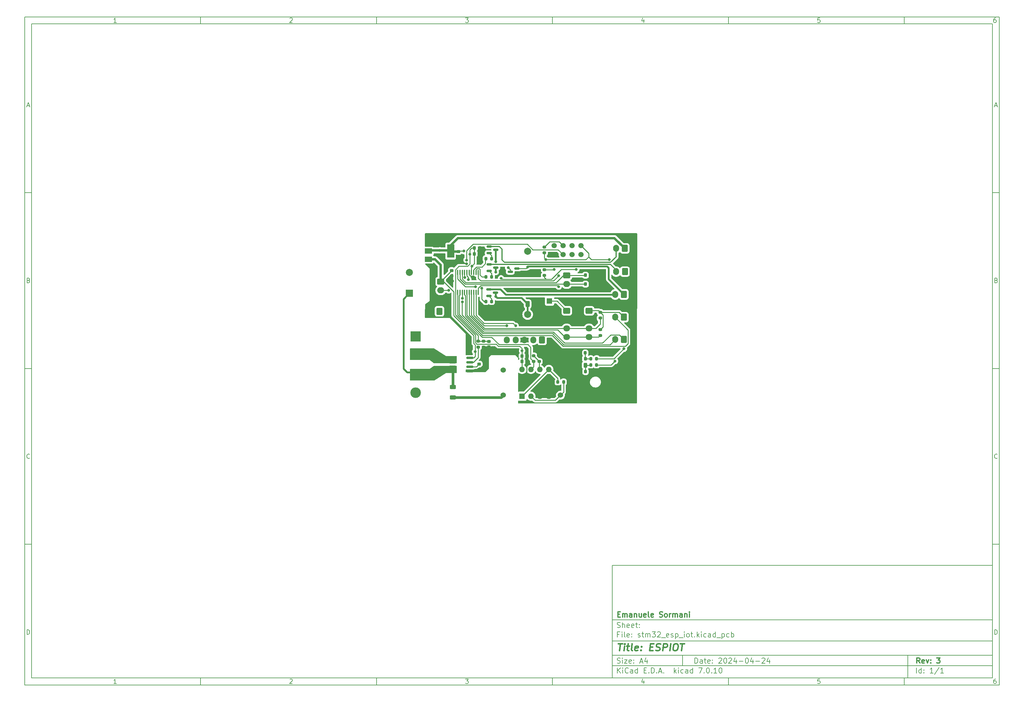
<source format=gbr>
%TF.GenerationSoftware,KiCad,Pcbnew,7.0.10*%
%TF.CreationDate,2024-04-24T00:52:37+02:00*%
%TF.ProjectId,stm32_esp_iot,73746d33-325f-4657-9370-5f696f742e6b,3*%
%TF.SameCoordinates,Original*%
%TF.FileFunction,Copper,L1,Top*%
%TF.FilePolarity,Positive*%
%FSLAX46Y46*%
G04 Gerber Fmt 4.6, Leading zero omitted, Abs format (unit mm)*
G04 Created by KiCad (PCBNEW 7.0.10) date 2024-04-24 00:52:37*
%MOMM*%
%LPD*%
G01*
G04 APERTURE LIST*
G04 Aperture macros list*
%AMRoundRect*
0 Rectangle with rounded corners*
0 $1 Rounding radius*
0 $2 $3 $4 $5 $6 $7 $8 $9 X,Y pos of 4 corners*
0 Add a 4 corners polygon primitive as box body*
4,1,4,$2,$3,$4,$5,$6,$7,$8,$9,$2,$3,0*
0 Add four circle primitives for the rounded corners*
1,1,$1+$1,$2,$3*
1,1,$1+$1,$4,$5*
1,1,$1+$1,$6,$7*
1,1,$1+$1,$8,$9*
0 Add four rect primitives between the rounded corners*
20,1,$1+$1,$2,$3,$4,$5,0*
20,1,$1+$1,$4,$5,$6,$7,0*
20,1,$1+$1,$6,$7,$8,$9,0*
20,1,$1+$1,$8,$9,$2,$3,0*%
G04 Aperture macros list end*
%ADD10C,0.100000*%
%ADD11C,0.150000*%
%ADD12C,0.300000*%
%ADD13C,0.400000*%
%TA.AperFunction,SMDPad,CuDef*%
%ADD14RoundRect,0.250000X0.312500X0.625000X-0.312500X0.625000X-0.312500X-0.625000X0.312500X-0.625000X0*%
%TD*%
%TA.AperFunction,SMDPad,CuDef*%
%ADD15RoundRect,0.225000X-0.225000X-0.250000X0.225000X-0.250000X0.225000X0.250000X-0.225000X0.250000X0*%
%TD*%
%TA.AperFunction,ComponentPad*%
%ADD16R,1.600000X1.600000*%
%TD*%
%TA.AperFunction,ComponentPad*%
%ADD17C,1.600000*%
%TD*%
%TA.AperFunction,SMDPad,CuDef*%
%ADD18RoundRect,0.150000X0.587500X0.150000X-0.587500X0.150000X-0.587500X-0.150000X0.587500X-0.150000X0*%
%TD*%
%TA.AperFunction,SMDPad,CuDef*%
%ADD19RoundRect,0.200000X0.200000X0.275000X-0.200000X0.275000X-0.200000X-0.275000X0.200000X-0.275000X0*%
%TD*%
%TA.AperFunction,SMDPad,CuDef*%
%ADD20RoundRect,0.225000X-0.250000X0.225000X-0.250000X-0.225000X0.250000X-0.225000X0.250000X0.225000X0*%
%TD*%
%TA.AperFunction,SMDPad,CuDef*%
%ADD21RoundRect,0.200000X0.275000X-0.200000X0.275000X0.200000X-0.275000X0.200000X-0.275000X-0.200000X0*%
%TD*%
%TA.AperFunction,SMDPad,CuDef*%
%ADD22RoundRect,0.150000X-0.587500X-0.150000X0.587500X-0.150000X0.587500X0.150000X-0.587500X0.150000X0*%
%TD*%
%TA.AperFunction,SMDPad,CuDef*%
%ADD23RoundRect,0.243750X-0.243750X-0.456250X0.243750X-0.456250X0.243750X0.456250X-0.243750X0.456250X0*%
%TD*%
%TA.AperFunction,SMDPad,CuDef*%
%ADD24RoundRect,0.150000X-0.825000X-0.150000X0.825000X-0.150000X0.825000X0.150000X-0.825000X0.150000X0*%
%TD*%
%TA.AperFunction,SMDPad,CuDef*%
%ADD25RoundRect,0.200000X-0.200000X-0.275000X0.200000X-0.275000X0.200000X0.275000X-0.200000X0.275000X0*%
%TD*%
%TA.AperFunction,SMDPad,CuDef*%
%ADD26RoundRect,0.218750X-0.218750X-0.256250X0.218750X-0.256250X0.218750X0.256250X-0.218750X0.256250X0*%
%TD*%
%TA.AperFunction,SMDPad,CuDef*%
%ADD27RoundRect,0.200000X-0.275000X0.200000X-0.275000X-0.200000X0.275000X-0.200000X0.275000X0.200000X0*%
%TD*%
%TA.AperFunction,SMDPad,CuDef*%
%ADD28R,2.000000X1.500000*%
%TD*%
%TA.AperFunction,SMDPad,CuDef*%
%ADD29R,2.000000X3.800000*%
%TD*%
%TA.AperFunction,ComponentPad*%
%ADD30RoundRect,0.250000X0.600000X0.725000X-0.600000X0.725000X-0.600000X-0.725000X0.600000X-0.725000X0*%
%TD*%
%TA.AperFunction,ComponentPad*%
%ADD31O,1.700000X1.950000*%
%TD*%
%TA.AperFunction,SMDPad,CuDef*%
%ADD32RoundRect,0.250000X0.625000X-0.312500X0.625000X0.312500X-0.625000X0.312500X-0.625000X-0.312500X0*%
%TD*%
%TA.AperFunction,ComponentPad*%
%ADD33RoundRect,0.250000X0.600000X0.750000X-0.600000X0.750000X-0.600000X-0.750000X0.600000X-0.750000X0*%
%TD*%
%TA.AperFunction,ComponentPad*%
%ADD34O,1.700000X2.000000*%
%TD*%
%TA.AperFunction,ComponentPad*%
%ADD35O,1.600000X1.600000*%
%TD*%
%TA.AperFunction,ComponentPad*%
%ADD36RoundRect,0.250000X-0.750000X0.600000X-0.750000X-0.600000X0.750000X-0.600000X0.750000X0.600000X0*%
%TD*%
%TA.AperFunction,ComponentPad*%
%ADD37O,2.000000X1.700000*%
%TD*%
%TA.AperFunction,SMDPad,CuDef*%
%ADD38RoundRect,0.100000X-0.100000X0.637500X-0.100000X-0.637500X0.100000X-0.637500X0.100000X0.637500X0*%
%TD*%
%TA.AperFunction,ComponentPad*%
%ADD39R,1.500000X1.500000*%
%TD*%
%TA.AperFunction,ComponentPad*%
%ADD40C,1.500000*%
%TD*%
%TA.AperFunction,ComponentPad*%
%ADD41R,2.999740X2.999740*%
%TD*%
%TA.AperFunction,ComponentPad*%
%ADD42C,2.999740*%
%TD*%
%TA.AperFunction,ComponentPad*%
%ADD43RoundRect,0.250000X-0.725000X0.600000X-0.725000X-0.600000X0.725000X-0.600000X0.725000X0.600000X0*%
%TD*%
%TA.AperFunction,ComponentPad*%
%ADD44O,1.950000X1.700000*%
%TD*%
%TA.AperFunction,ComponentPad*%
%ADD45C,2.000000*%
%TD*%
%TA.AperFunction,ComponentPad*%
%ADD46R,2.000000X2.000000*%
%TD*%
%TA.AperFunction,ComponentPad*%
%ADD47C,1.524000*%
%TD*%
%TA.AperFunction,ViaPad*%
%ADD48C,0.800000*%
%TD*%
%TA.AperFunction,Conductor*%
%ADD49C,0.500000*%
%TD*%
%TA.AperFunction,Conductor*%
%ADD50C,0.250000*%
%TD*%
%TA.AperFunction,Conductor*%
%ADD51C,0.700000*%
%TD*%
%TA.AperFunction,Conductor*%
%ADD52C,0.350000*%
%TD*%
%TA.AperFunction,Conductor*%
%ADD53C,0.750000*%
%TD*%
G04 APERTURE END LIST*
D10*
D11*
X177002200Y-166007200D02*
X285002200Y-166007200D01*
X285002200Y-198007200D01*
X177002200Y-198007200D01*
X177002200Y-166007200D01*
D10*
D11*
X10000000Y-10000000D02*
X287002200Y-10000000D01*
X287002200Y-200007200D01*
X10000000Y-200007200D01*
X10000000Y-10000000D01*
D10*
D11*
X12000000Y-12000000D02*
X285002200Y-12000000D01*
X285002200Y-198007200D01*
X12000000Y-198007200D01*
X12000000Y-12000000D01*
D10*
D11*
X60000000Y-12000000D02*
X60000000Y-10000000D01*
D10*
D11*
X110000000Y-12000000D02*
X110000000Y-10000000D01*
D10*
D11*
X160000000Y-12000000D02*
X160000000Y-10000000D01*
D10*
D11*
X210000000Y-12000000D02*
X210000000Y-10000000D01*
D10*
D11*
X260000000Y-12000000D02*
X260000000Y-10000000D01*
D10*
D11*
X36089160Y-11593604D02*
X35346303Y-11593604D01*
X35717731Y-11593604D02*
X35717731Y-10293604D01*
X35717731Y-10293604D02*
X35593922Y-10479319D01*
X35593922Y-10479319D02*
X35470112Y-10603128D01*
X35470112Y-10603128D02*
X35346303Y-10665033D01*
D10*
D11*
X85346303Y-10417414D02*
X85408207Y-10355509D01*
X85408207Y-10355509D02*
X85532017Y-10293604D01*
X85532017Y-10293604D02*
X85841541Y-10293604D01*
X85841541Y-10293604D02*
X85965350Y-10355509D01*
X85965350Y-10355509D02*
X86027255Y-10417414D01*
X86027255Y-10417414D02*
X86089160Y-10541223D01*
X86089160Y-10541223D02*
X86089160Y-10665033D01*
X86089160Y-10665033D02*
X86027255Y-10850747D01*
X86027255Y-10850747D02*
X85284398Y-11593604D01*
X85284398Y-11593604D02*
X86089160Y-11593604D01*
D10*
D11*
X135284398Y-10293604D02*
X136089160Y-10293604D01*
X136089160Y-10293604D02*
X135655826Y-10788842D01*
X135655826Y-10788842D02*
X135841541Y-10788842D01*
X135841541Y-10788842D02*
X135965350Y-10850747D01*
X135965350Y-10850747D02*
X136027255Y-10912652D01*
X136027255Y-10912652D02*
X136089160Y-11036461D01*
X136089160Y-11036461D02*
X136089160Y-11345985D01*
X136089160Y-11345985D02*
X136027255Y-11469795D01*
X136027255Y-11469795D02*
X135965350Y-11531700D01*
X135965350Y-11531700D02*
X135841541Y-11593604D01*
X135841541Y-11593604D02*
X135470112Y-11593604D01*
X135470112Y-11593604D02*
X135346303Y-11531700D01*
X135346303Y-11531700D02*
X135284398Y-11469795D01*
D10*
D11*
X185965350Y-10726938D02*
X185965350Y-11593604D01*
X185655826Y-10231700D02*
X185346303Y-11160271D01*
X185346303Y-11160271D02*
X186151064Y-11160271D01*
D10*
D11*
X236027255Y-10293604D02*
X235408207Y-10293604D01*
X235408207Y-10293604D02*
X235346303Y-10912652D01*
X235346303Y-10912652D02*
X235408207Y-10850747D01*
X235408207Y-10850747D02*
X235532017Y-10788842D01*
X235532017Y-10788842D02*
X235841541Y-10788842D01*
X235841541Y-10788842D02*
X235965350Y-10850747D01*
X235965350Y-10850747D02*
X236027255Y-10912652D01*
X236027255Y-10912652D02*
X236089160Y-11036461D01*
X236089160Y-11036461D02*
X236089160Y-11345985D01*
X236089160Y-11345985D02*
X236027255Y-11469795D01*
X236027255Y-11469795D02*
X235965350Y-11531700D01*
X235965350Y-11531700D02*
X235841541Y-11593604D01*
X235841541Y-11593604D02*
X235532017Y-11593604D01*
X235532017Y-11593604D02*
X235408207Y-11531700D01*
X235408207Y-11531700D02*
X235346303Y-11469795D01*
D10*
D11*
X285965350Y-10293604D02*
X285717731Y-10293604D01*
X285717731Y-10293604D02*
X285593922Y-10355509D01*
X285593922Y-10355509D02*
X285532017Y-10417414D01*
X285532017Y-10417414D02*
X285408207Y-10603128D01*
X285408207Y-10603128D02*
X285346303Y-10850747D01*
X285346303Y-10850747D02*
X285346303Y-11345985D01*
X285346303Y-11345985D02*
X285408207Y-11469795D01*
X285408207Y-11469795D02*
X285470112Y-11531700D01*
X285470112Y-11531700D02*
X285593922Y-11593604D01*
X285593922Y-11593604D02*
X285841541Y-11593604D01*
X285841541Y-11593604D02*
X285965350Y-11531700D01*
X285965350Y-11531700D02*
X286027255Y-11469795D01*
X286027255Y-11469795D02*
X286089160Y-11345985D01*
X286089160Y-11345985D02*
X286089160Y-11036461D01*
X286089160Y-11036461D02*
X286027255Y-10912652D01*
X286027255Y-10912652D02*
X285965350Y-10850747D01*
X285965350Y-10850747D02*
X285841541Y-10788842D01*
X285841541Y-10788842D02*
X285593922Y-10788842D01*
X285593922Y-10788842D02*
X285470112Y-10850747D01*
X285470112Y-10850747D02*
X285408207Y-10912652D01*
X285408207Y-10912652D02*
X285346303Y-11036461D01*
D10*
D11*
X60000000Y-198007200D02*
X60000000Y-200007200D01*
D10*
D11*
X110000000Y-198007200D02*
X110000000Y-200007200D01*
D10*
D11*
X160000000Y-198007200D02*
X160000000Y-200007200D01*
D10*
D11*
X210000000Y-198007200D02*
X210000000Y-200007200D01*
D10*
D11*
X260000000Y-198007200D02*
X260000000Y-200007200D01*
D10*
D11*
X36089160Y-199600804D02*
X35346303Y-199600804D01*
X35717731Y-199600804D02*
X35717731Y-198300804D01*
X35717731Y-198300804D02*
X35593922Y-198486519D01*
X35593922Y-198486519D02*
X35470112Y-198610328D01*
X35470112Y-198610328D02*
X35346303Y-198672233D01*
D10*
D11*
X85346303Y-198424614D02*
X85408207Y-198362709D01*
X85408207Y-198362709D02*
X85532017Y-198300804D01*
X85532017Y-198300804D02*
X85841541Y-198300804D01*
X85841541Y-198300804D02*
X85965350Y-198362709D01*
X85965350Y-198362709D02*
X86027255Y-198424614D01*
X86027255Y-198424614D02*
X86089160Y-198548423D01*
X86089160Y-198548423D02*
X86089160Y-198672233D01*
X86089160Y-198672233D02*
X86027255Y-198857947D01*
X86027255Y-198857947D02*
X85284398Y-199600804D01*
X85284398Y-199600804D02*
X86089160Y-199600804D01*
D10*
D11*
X135284398Y-198300804D02*
X136089160Y-198300804D01*
X136089160Y-198300804D02*
X135655826Y-198796042D01*
X135655826Y-198796042D02*
X135841541Y-198796042D01*
X135841541Y-198796042D02*
X135965350Y-198857947D01*
X135965350Y-198857947D02*
X136027255Y-198919852D01*
X136027255Y-198919852D02*
X136089160Y-199043661D01*
X136089160Y-199043661D02*
X136089160Y-199353185D01*
X136089160Y-199353185D02*
X136027255Y-199476995D01*
X136027255Y-199476995D02*
X135965350Y-199538900D01*
X135965350Y-199538900D02*
X135841541Y-199600804D01*
X135841541Y-199600804D02*
X135470112Y-199600804D01*
X135470112Y-199600804D02*
X135346303Y-199538900D01*
X135346303Y-199538900D02*
X135284398Y-199476995D01*
D10*
D11*
X185965350Y-198734138D02*
X185965350Y-199600804D01*
X185655826Y-198238900D02*
X185346303Y-199167471D01*
X185346303Y-199167471D02*
X186151064Y-199167471D01*
D10*
D11*
X236027255Y-198300804D02*
X235408207Y-198300804D01*
X235408207Y-198300804D02*
X235346303Y-198919852D01*
X235346303Y-198919852D02*
X235408207Y-198857947D01*
X235408207Y-198857947D02*
X235532017Y-198796042D01*
X235532017Y-198796042D02*
X235841541Y-198796042D01*
X235841541Y-198796042D02*
X235965350Y-198857947D01*
X235965350Y-198857947D02*
X236027255Y-198919852D01*
X236027255Y-198919852D02*
X236089160Y-199043661D01*
X236089160Y-199043661D02*
X236089160Y-199353185D01*
X236089160Y-199353185D02*
X236027255Y-199476995D01*
X236027255Y-199476995D02*
X235965350Y-199538900D01*
X235965350Y-199538900D02*
X235841541Y-199600804D01*
X235841541Y-199600804D02*
X235532017Y-199600804D01*
X235532017Y-199600804D02*
X235408207Y-199538900D01*
X235408207Y-199538900D02*
X235346303Y-199476995D01*
D10*
D11*
X285965350Y-198300804D02*
X285717731Y-198300804D01*
X285717731Y-198300804D02*
X285593922Y-198362709D01*
X285593922Y-198362709D02*
X285532017Y-198424614D01*
X285532017Y-198424614D02*
X285408207Y-198610328D01*
X285408207Y-198610328D02*
X285346303Y-198857947D01*
X285346303Y-198857947D02*
X285346303Y-199353185D01*
X285346303Y-199353185D02*
X285408207Y-199476995D01*
X285408207Y-199476995D02*
X285470112Y-199538900D01*
X285470112Y-199538900D02*
X285593922Y-199600804D01*
X285593922Y-199600804D02*
X285841541Y-199600804D01*
X285841541Y-199600804D02*
X285965350Y-199538900D01*
X285965350Y-199538900D02*
X286027255Y-199476995D01*
X286027255Y-199476995D02*
X286089160Y-199353185D01*
X286089160Y-199353185D02*
X286089160Y-199043661D01*
X286089160Y-199043661D02*
X286027255Y-198919852D01*
X286027255Y-198919852D02*
X285965350Y-198857947D01*
X285965350Y-198857947D02*
X285841541Y-198796042D01*
X285841541Y-198796042D02*
X285593922Y-198796042D01*
X285593922Y-198796042D02*
X285470112Y-198857947D01*
X285470112Y-198857947D02*
X285408207Y-198919852D01*
X285408207Y-198919852D02*
X285346303Y-199043661D01*
D10*
D11*
X10000000Y-60000000D02*
X12000000Y-60000000D01*
D10*
D11*
X10000000Y-110000000D02*
X12000000Y-110000000D01*
D10*
D11*
X10000000Y-160000000D02*
X12000000Y-160000000D01*
D10*
D11*
X10690476Y-35222176D02*
X11309523Y-35222176D01*
X10566666Y-35593604D02*
X10999999Y-34293604D01*
X10999999Y-34293604D02*
X11433333Y-35593604D01*
D10*
D11*
X11092857Y-84912652D02*
X11278571Y-84974557D01*
X11278571Y-84974557D02*
X11340476Y-85036461D01*
X11340476Y-85036461D02*
X11402380Y-85160271D01*
X11402380Y-85160271D02*
X11402380Y-85345985D01*
X11402380Y-85345985D02*
X11340476Y-85469795D01*
X11340476Y-85469795D02*
X11278571Y-85531700D01*
X11278571Y-85531700D02*
X11154761Y-85593604D01*
X11154761Y-85593604D02*
X10659523Y-85593604D01*
X10659523Y-85593604D02*
X10659523Y-84293604D01*
X10659523Y-84293604D02*
X11092857Y-84293604D01*
X11092857Y-84293604D02*
X11216666Y-84355509D01*
X11216666Y-84355509D02*
X11278571Y-84417414D01*
X11278571Y-84417414D02*
X11340476Y-84541223D01*
X11340476Y-84541223D02*
X11340476Y-84665033D01*
X11340476Y-84665033D02*
X11278571Y-84788842D01*
X11278571Y-84788842D02*
X11216666Y-84850747D01*
X11216666Y-84850747D02*
X11092857Y-84912652D01*
X11092857Y-84912652D02*
X10659523Y-84912652D01*
D10*
D11*
X11402380Y-135469795D02*
X11340476Y-135531700D01*
X11340476Y-135531700D02*
X11154761Y-135593604D01*
X11154761Y-135593604D02*
X11030952Y-135593604D01*
X11030952Y-135593604D02*
X10845238Y-135531700D01*
X10845238Y-135531700D02*
X10721428Y-135407890D01*
X10721428Y-135407890D02*
X10659523Y-135284080D01*
X10659523Y-135284080D02*
X10597619Y-135036461D01*
X10597619Y-135036461D02*
X10597619Y-134850747D01*
X10597619Y-134850747D02*
X10659523Y-134603128D01*
X10659523Y-134603128D02*
X10721428Y-134479319D01*
X10721428Y-134479319D02*
X10845238Y-134355509D01*
X10845238Y-134355509D02*
X11030952Y-134293604D01*
X11030952Y-134293604D02*
X11154761Y-134293604D01*
X11154761Y-134293604D02*
X11340476Y-134355509D01*
X11340476Y-134355509D02*
X11402380Y-134417414D01*
D10*
D11*
X10659523Y-185593604D02*
X10659523Y-184293604D01*
X10659523Y-184293604D02*
X10969047Y-184293604D01*
X10969047Y-184293604D02*
X11154761Y-184355509D01*
X11154761Y-184355509D02*
X11278571Y-184479319D01*
X11278571Y-184479319D02*
X11340476Y-184603128D01*
X11340476Y-184603128D02*
X11402380Y-184850747D01*
X11402380Y-184850747D02*
X11402380Y-185036461D01*
X11402380Y-185036461D02*
X11340476Y-185284080D01*
X11340476Y-185284080D02*
X11278571Y-185407890D01*
X11278571Y-185407890D02*
X11154761Y-185531700D01*
X11154761Y-185531700D02*
X10969047Y-185593604D01*
X10969047Y-185593604D02*
X10659523Y-185593604D01*
D10*
D11*
X287002200Y-60000000D02*
X285002200Y-60000000D01*
D10*
D11*
X287002200Y-110000000D02*
X285002200Y-110000000D01*
D10*
D11*
X287002200Y-160000000D02*
X285002200Y-160000000D01*
D10*
D11*
X285692676Y-35222176D02*
X286311723Y-35222176D01*
X285568866Y-35593604D02*
X286002199Y-34293604D01*
X286002199Y-34293604D02*
X286435533Y-35593604D01*
D10*
D11*
X286095057Y-84912652D02*
X286280771Y-84974557D01*
X286280771Y-84974557D02*
X286342676Y-85036461D01*
X286342676Y-85036461D02*
X286404580Y-85160271D01*
X286404580Y-85160271D02*
X286404580Y-85345985D01*
X286404580Y-85345985D02*
X286342676Y-85469795D01*
X286342676Y-85469795D02*
X286280771Y-85531700D01*
X286280771Y-85531700D02*
X286156961Y-85593604D01*
X286156961Y-85593604D02*
X285661723Y-85593604D01*
X285661723Y-85593604D02*
X285661723Y-84293604D01*
X285661723Y-84293604D02*
X286095057Y-84293604D01*
X286095057Y-84293604D02*
X286218866Y-84355509D01*
X286218866Y-84355509D02*
X286280771Y-84417414D01*
X286280771Y-84417414D02*
X286342676Y-84541223D01*
X286342676Y-84541223D02*
X286342676Y-84665033D01*
X286342676Y-84665033D02*
X286280771Y-84788842D01*
X286280771Y-84788842D02*
X286218866Y-84850747D01*
X286218866Y-84850747D02*
X286095057Y-84912652D01*
X286095057Y-84912652D02*
X285661723Y-84912652D01*
D10*
D11*
X286404580Y-135469795D02*
X286342676Y-135531700D01*
X286342676Y-135531700D02*
X286156961Y-135593604D01*
X286156961Y-135593604D02*
X286033152Y-135593604D01*
X286033152Y-135593604D02*
X285847438Y-135531700D01*
X285847438Y-135531700D02*
X285723628Y-135407890D01*
X285723628Y-135407890D02*
X285661723Y-135284080D01*
X285661723Y-135284080D02*
X285599819Y-135036461D01*
X285599819Y-135036461D02*
X285599819Y-134850747D01*
X285599819Y-134850747D02*
X285661723Y-134603128D01*
X285661723Y-134603128D02*
X285723628Y-134479319D01*
X285723628Y-134479319D02*
X285847438Y-134355509D01*
X285847438Y-134355509D02*
X286033152Y-134293604D01*
X286033152Y-134293604D02*
X286156961Y-134293604D01*
X286156961Y-134293604D02*
X286342676Y-134355509D01*
X286342676Y-134355509D02*
X286404580Y-134417414D01*
D10*
D11*
X285661723Y-185593604D02*
X285661723Y-184293604D01*
X285661723Y-184293604D02*
X285971247Y-184293604D01*
X285971247Y-184293604D02*
X286156961Y-184355509D01*
X286156961Y-184355509D02*
X286280771Y-184479319D01*
X286280771Y-184479319D02*
X286342676Y-184603128D01*
X286342676Y-184603128D02*
X286404580Y-184850747D01*
X286404580Y-184850747D02*
X286404580Y-185036461D01*
X286404580Y-185036461D02*
X286342676Y-185284080D01*
X286342676Y-185284080D02*
X286280771Y-185407890D01*
X286280771Y-185407890D02*
X286156961Y-185531700D01*
X286156961Y-185531700D02*
X285971247Y-185593604D01*
X285971247Y-185593604D02*
X285661723Y-185593604D01*
D10*
D11*
X200458026Y-193793328D02*
X200458026Y-192293328D01*
X200458026Y-192293328D02*
X200815169Y-192293328D01*
X200815169Y-192293328D02*
X201029455Y-192364757D01*
X201029455Y-192364757D02*
X201172312Y-192507614D01*
X201172312Y-192507614D02*
X201243741Y-192650471D01*
X201243741Y-192650471D02*
X201315169Y-192936185D01*
X201315169Y-192936185D02*
X201315169Y-193150471D01*
X201315169Y-193150471D02*
X201243741Y-193436185D01*
X201243741Y-193436185D02*
X201172312Y-193579042D01*
X201172312Y-193579042D02*
X201029455Y-193721900D01*
X201029455Y-193721900D02*
X200815169Y-193793328D01*
X200815169Y-193793328D02*
X200458026Y-193793328D01*
X202600884Y-193793328D02*
X202600884Y-193007614D01*
X202600884Y-193007614D02*
X202529455Y-192864757D01*
X202529455Y-192864757D02*
X202386598Y-192793328D01*
X202386598Y-192793328D02*
X202100884Y-192793328D01*
X202100884Y-192793328D02*
X201958026Y-192864757D01*
X202600884Y-193721900D02*
X202458026Y-193793328D01*
X202458026Y-193793328D02*
X202100884Y-193793328D01*
X202100884Y-193793328D02*
X201958026Y-193721900D01*
X201958026Y-193721900D02*
X201886598Y-193579042D01*
X201886598Y-193579042D02*
X201886598Y-193436185D01*
X201886598Y-193436185D02*
X201958026Y-193293328D01*
X201958026Y-193293328D02*
X202100884Y-193221900D01*
X202100884Y-193221900D02*
X202458026Y-193221900D01*
X202458026Y-193221900D02*
X202600884Y-193150471D01*
X203100884Y-192793328D02*
X203672312Y-192793328D01*
X203315169Y-192293328D02*
X203315169Y-193579042D01*
X203315169Y-193579042D02*
X203386598Y-193721900D01*
X203386598Y-193721900D02*
X203529455Y-193793328D01*
X203529455Y-193793328D02*
X203672312Y-193793328D01*
X204743741Y-193721900D02*
X204600884Y-193793328D01*
X204600884Y-193793328D02*
X204315170Y-193793328D01*
X204315170Y-193793328D02*
X204172312Y-193721900D01*
X204172312Y-193721900D02*
X204100884Y-193579042D01*
X204100884Y-193579042D02*
X204100884Y-193007614D01*
X204100884Y-193007614D02*
X204172312Y-192864757D01*
X204172312Y-192864757D02*
X204315170Y-192793328D01*
X204315170Y-192793328D02*
X204600884Y-192793328D01*
X204600884Y-192793328D02*
X204743741Y-192864757D01*
X204743741Y-192864757D02*
X204815170Y-193007614D01*
X204815170Y-193007614D02*
X204815170Y-193150471D01*
X204815170Y-193150471D02*
X204100884Y-193293328D01*
X205458026Y-193650471D02*
X205529455Y-193721900D01*
X205529455Y-193721900D02*
X205458026Y-193793328D01*
X205458026Y-193793328D02*
X205386598Y-193721900D01*
X205386598Y-193721900D02*
X205458026Y-193650471D01*
X205458026Y-193650471D02*
X205458026Y-193793328D01*
X205458026Y-192864757D02*
X205529455Y-192936185D01*
X205529455Y-192936185D02*
X205458026Y-193007614D01*
X205458026Y-193007614D02*
X205386598Y-192936185D01*
X205386598Y-192936185D02*
X205458026Y-192864757D01*
X205458026Y-192864757D02*
X205458026Y-193007614D01*
X207243741Y-192436185D02*
X207315169Y-192364757D01*
X207315169Y-192364757D02*
X207458027Y-192293328D01*
X207458027Y-192293328D02*
X207815169Y-192293328D01*
X207815169Y-192293328D02*
X207958027Y-192364757D01*
X207958027Y-192364757D02*
X208029455Y-192436185D01*
X208029455Y-192436185D02*
X208100884Y-192579042D01*
X208100884Y-192579042D02*
X208100884Y-192721900D01*
X208100884Y-192721900D02*
X208029455Y-192936185D01*
X208029455Y-192936185D02*
X207172312Y-193793328D01*
X207172312Y-193793328D02*
X208100884Y-193793328D01*
X209029455Y-192293328D02*
X209172312Y-192293328D01*
X209172312Y-192293328D02*
X209315169Y-192364757D01*
X209315169Y-192364757D02*
X209386598Y-192436185D01*
X209386598Y-192436185D02*
X209458026Y-192579042D01*
X209458026Y-192579042D02*
X209529455Y-192864757D01*
X209529455Y-192864757D02*
X209529455Y-193221900D01*
X209529455Y-193221900D02*
X209458026Y-193507614D01*
X209458026Y-193507614D02*
X209386598Y-193650471D01*
X209386598Y-193650471D02*
X209315169Y-193721900D01*
X209315169Y-193721900D02*
X209172312Y-193793328D01*
X209172312Y-193793328D02*
X209029455Y-193793328D01*
X209029455Y-193793328D02*
X208886598Y-193721900D01*
X208886598Y-193721900D02*
X208815169Y-193650471D01*
X208815169Y-193650471D02*
X208743740Y-193507614D01*
X208743740Y-193507614D02*
X208672312Y-193221900D01*
X208672312Y-193221900D02*
X208672312Y-192864757D01*
X208672312Y-192864757D02*
X208743740Y-192579042D01*
X208743740Y-192579042D02*
X208815169Y-192436185D01*
X208815169Y-192436185D02*
X208886598Y-192364757D01*
X208886598Y-192364757D02*
X209029455Y-192293328D01*
X210100883Y-192436185D02*
X210172311Y-192364757D01*
X210172311Y-192364757D02*
X210315169Y-192293328D01*
X210315169Y-192293328D02*
X210672311Y-192293328D01*
X210672311Y-192293328D02*
X210815169Y-192364757D01*
X210815169Y-192364757D02*
X210886597Y-192436185D01*
X210886597Y-192436185D02*
X210958026Y-192579042D01*
X210958026Y-192579042D02*
X210958026Y-192721900D01*
X210958026Y-192721900D02*
X210886597Y-192936185D01*
X210886597Y-192936185D02*
X210029454Y-193793328D01*
X210029454Y-193793328D02*
X210958026Y-193793328D01*
X212243740Y-192793328D02*
X212243740Y-193793328D01*
X211886597Y-192221900D02*
X211529454Y-193293328D01*
X211529454Y-193293328D02*
X212458025Y-193293328D01*
X213029453Y-193221900D02*
X214172311Y-193221900D01*
X215172311Y-192293328D02*
X215315168Y-192293328D01*
X215315168Y-192293328D02*
X215458025Y-192364757D01*
X215458025Y-192364757D02*
X215529454Y-192436185D01*
X215529454Y-192436185D02*
X215600882Y-192579042D01*
X215600882Y-192579042D02*
X215672311Y-192864757D01*
X215672311Y-192864757D02*
X215672311Y-193221900D01*
X215672311Y-193221900D02*
X215600882Y-193507614D01*
X215600882Y-193507614D02*
X215529454Y-193650471D01*
X215529454Y-193650471D02*
X215458025Y-193721900D01*
X215458025Y-193721900D02*
X215315168Y-193793328D01*
X215315168Y-193793328D02*
X215172311Y-193793328D01*
X215172311Y-193793328D02*
X215029454Y-193721900D01*
X215029454Y-193721900D02*
X214958025Y-193650471D01*
X214958025Y-193650471D02*
X214886596Y-193507614D01*
X214886596Y-193507614D02*
X214815168Y-193221900D01*
X214815168Y-193221900D02*
X214815168Y-192864757D01*
X214815168Y-192864757D02*
X214886596Y-192579042D01*
X214886596Y-192579042D02*
X214958025Y-192436185D01*
X214958025Y-192436185D02*
X215029454Y-192364757D01*
X215029454Y-192364757D02*
X215172311Y-192293328D01*
X216958025Y-192793328D02*
X216958025Y-193793328D01*
X216600882Y-192221900D02*
X216243739Y-193293328D01*
X216243739Y-193293328D02*
X217172310Y-193293328D01*
X217743738Y-193221900D02*
X218886596Y-193221900D01*
X219529453Y-192436185D02*
X219600881Y-192364757D01*
X219600881Y-192364757D02*
X219743739Y-192293328D01*
X219743739Y-192293328D02*
X220100881Y-192293328D01*
X220100881Y-192293328D02*
X220243739Y-192364757D01*
X220243739Y-192364757D02*
X220315167Y-192436185D01*
X220315167Y-192436185D02*
X220386596Y-192579042D01*
X220386596Y-192579042D02*
X220386596Y-192721900D01*
X220386596Y-192721900D02*
X220315167Y-192936185D01*
X220315167Y-192936185D02*
X219458024Y-193793328D01*
X219458024Y-193793328D02*
X220386596Y-193793328D01*
X221672310Y-192793328D02*
X221672310Y-193793328D01*
X221315167Y-192221900D02*
X220958024Y-193293328D01*
X220958024Y-193293328D02*
X221886595Y-193293328D01*
D10*
D11*
X177002200Y-194507200D02*
X285002200Y-194507200D01*
D10*
D11*
X178458026Y-196593328D02*
X178458026Y-195093328D01*
X179315169Y-196593328D02*
X178672312Y-195736185D01*
X179315169Y-195093328D02*
X178458026Y-195950471D01*
X179958026Y-196593328D02*
X179958026Y-195593328D01*
X179958026Y-195093328D02*
X179886598Y-195164757D01*
X179886598Y-195164757D02*
X179958026Y-195236185D01*
X179958026Y-195236185D02*
X180029455Y-195164757D01*
X180029455Y-195164757D02*
X179958026Y-195093328D01*
X179958026Y-195093328D02*
X179958026Y-195236185D01*
X181529455Y-196450471D02*
X181458027Y-196521900D01*
X181458027Y-196521900D02*
X181243741Y-196593328D01*
X181243741Y-196593328D02*
X181100884Y-196593328D01*
X181100884Y-196593328D02*
X180886598Y-196521900D01*
X180886598Y-196521900D02*
X180743741Y-196379042D01*
X180743741Y-196379042D02*
X180672312Y-196236185D01*
X180672312Y-196236185D02*
X180600884Y-195950471D01*
X180600884Y-195950471D02*
X180600884Y-195736185D01*
X180600884Y-195736185D02*
X180672312Y-195450471D01*
X180672312Y-195450471D02*
X180743741Y-195307614D01*
X180743741Y-195307614D02*
X180886598Y-195164757D01*
X180886598Y-195164757D02*
X181100884Y-195093328D01*
X181100884Y-195093328D02*
X181243741Y-195093328D01*
X181243741Y-195093328D02*
X181458027Y-195164757D01*
X181458027Y-195164757D02*
X181529455Y-195236185D01*
X182815170Y-196593328D02*
X182815170Y-195807614D01*
X182815170Y-195807614D02*
X182743741Y-195664757D01*
X182743741Y-195664757D02*
X182600884Y-195593328D01*
X182600884Y-195593328D02*
X182315170Y-195593328D01*
X182315170Y-195593328D02*
X182172312Y-195664757D01*
X182815170Y-196521900D02*
X182672312Y-196593328D01*
X182672312Y-196593328D02*
X182315170Y-196593328D01*
X182315170Y-196593328D02*
X182172312Y-196521900D01*
X182172312Y-196521900D02*
X182100884Y-196379042D01*
X182100884Y-196379042D02*
X182100884Y-196236185D01*
X182100884Y-196236185D02*
X182172312Y-196093328D01*
X182172312Y-196093328D02*
X182315170Y-196021900D01*
X182315170Y-196021900D02*
X182672312Y-196021900D01*
X182672312Y-196021900D02*
X182815170Y-195950471D01*
X184172313Y-196593328D02*
X184172313Y-195093328D01*
X184172313Y-196521900D02*
X184029455Y-196593328D01*
X184029455Y-196593328D02*
X183743741Y-196593328D01*
X183743741Y-196593328D02*
X183600884Y-196521900D01*
X183600884Y-196521900D02*
X183529455Y-196450471D01*
X183529455Y-196450471D02*
X183458027Y-196307614D01*
X183458027Y-196307614D02*
X183458027Y-195879042D01*
X183458027Y-195879042D02*
X183529455Y-195736185D01*
X183529455Y-195736185D02*
X183600884Y-195664757D01*
X183600884Y-195664757D02*
X183743741Y-195593328D01*
X183743741Y-195593328D02*
X184029455Y-195593328D01*
X184029455Y-195593328D02*
X184172313Y-195664757D01*
X186029455Y-195807614D02*
X186529455Y-195807614D01*
X186743741Y-196593328D02*
X186029455Y-196593328D01*
X186029455Y-196593328D02*
X186029455Y-195093328D01*
X186029455Y-195093328D02*
X186743741Y-195093328D01*
X187386598Y-196450471D02*
X187458027Y-196521900D01*
X187458027Y-196521900D02*
X187386598Y-196593328D01*
X187386598Y-196593328D02*
X187315170Y-196521900D01*
X187315170Y-196521900D02*
X187386598Y-196450471D01*
X187386598Y-196450471D02*
X187386598Y-196593328D01*
X188100884Y-196593328D02*
X188100884Y-195093328D01*
X188100884Y-195093328D02*
X188458027Y-195093328D01*
X188458027Y-195093328D02*
X188672313Y-195164757D01*
X188672313Y-195164757D02*
X188815170Y-195307614D01*
X188815170Y-195307614D02*
X188886599Y-195450471D01*
X188886599Y-195450471D02*
X188958027Y-195736185D01*
X188958027Y-195736185D02*
X188958027Y-195950471D01*
X188958027Y-195950471D02*
X188886599Y-196236185D01*
X188886599Y-196236185D02*
X188815170Y-196379042D01*
X188815170Y-196379042D02*
X188672313Y-196521900D01*
X188672313Y-196521900D02*
X188458027Y-196593328D01*
X188458027Y-196593328D02*
X188100884Y-196593328D01*
X189600884Y-196450471D02*
X189672313Y-196521900D01*
X189672313Y-196521900D02*
X189600884Y-196593328D01*
X189600884Y-196593328D02*
X189529456Y-196521900D01*
X189529456Y-196521900D02*
X189600884Y-196450471D01*
X189600884Y-196450471D02*
X189600884Y-196593328D01*
X190243742Y-196164757D02*
X190958028Y-196164757D01*
X190100885Y-196593328D02*
X190600885Y-195093328D01*
X190600885Y-195093328D02*
X191100885Y-196593328D01*
X191600884Y-196450471D02*
X191672313Y-196521900D01*
X191672313Y-196521900D02*
X191600884Y-196593328D01*
X191600884Y-196593328D02*
X191529456Y-196521900D01*
X191529456Y-196521900D02*
X191600884Y-196450471D01*
X191600884Y-196450471D02*
X191600884Y-196593328D01*
X194600884Y-196593328D02*
X194600884Y-195093328D01*
X194743742Y-196021900D02*
X195172313Y-196593328D01*
X195172313Y-195593328D02*
X194600884Y-196164757D01*
X195815170Y-196593328D02*
X195815170Y-195593328D01*
X195815170Y-195093328D02*
X195743742Y-195164757D01*
X195743742Y-195164757D02*
X195815170Y-195236185D01*
X195815170Y-195236185D02*
X195886599Y-195164757D01*
X195886599Y-195164757D02*
X195815170Y-195093328D01*
X195815170Y-195093328D02*
X195815170Y-195236185D01*
X197172314Y-196521900D02*
X197029456Y-196593328D01*
X197029456Y-196593328D02*
X196743742Y-196593328D01*
X196743742Y-196593328D02*
X196600885Y-196521900D01*
X196600885Y-196521900D02*
X196529456Y-196450471D01*
X196529456Y-196450471D02*
X196458028Y-196307614D01*
X196458028Y-196307614D02*
X196458028Y-195879042D01*
X196458028Y-195879042D02*
X196529456Y-195736185D01*
X196529456Y-195736185D02*
X196600885Y-195664757D01*
X196600885Y-195664757D02*
X196743742Y-195593328D01*
X196743742Y-195593328D02*
X197029456Y-195593328D01*
X197029456Y-195593328D02*
X197172314Y-195664757D01*
X198458028Y-196593328D02*
X198458028Y-195807614D01*
X198458028Y-195807614D02*
X198386599Y-195664757D01*
X198386599Y-195664757D02*
X198243742Y-195593328D01*
X198243742Y-195593328D02*
X197958028Y-195593328D01*
X197958028Y-195593328D02*
X197815170Y-195664757D01*
X198458028Y-196521900D02*
X198315170Y-196593328D01*
X198315170Y-196593328D02*
X197958028Y-196593328D01*
X197958028Y-196593328D02*
X197815170Y-196521900D01*
X197815170Y-196521900D02*
X197743742Y-196379042D01*
X197743742Y-196379042D02*
X197743742Y-196236185D01*
X197743742Y-196236185D02*
X197815170Y-196093328D01*
X197815170Y-196093328D02*
X197958028Y-196021900D01*
X197958028Y-196021900D02*
X198315170Y-196021900D01*
X198315170Y-196021900D02*
X198458028Y-195950471D01*
X199815171Y-196593328D02*
X199815171Y-195093328D01*
X199815171Y-196521900D02*
X199672313Y-196593328D01*
X199672313Y-196593328D02*
X199386599Y-196593328D01*
X199386599Y-196593328D02*
X199243742Y-196521900D01*
X199243742Y-196521900D02*
X199172313Y-196450471D01*
X199172313Y-196450471D02*
X199100885Y-196307614D01*
X199100885Y-196307614D02*
X199100885Y-195879042D01*
X199100885Y-195879042D02*
X199172313Y-195736185D01*
X199172313Y-195736185D02*
X199243742Y-195664757D01*
X199243742Y-195664757D02*
X199386599Y-195593328D01*
X199386599Y-195593328D02*
X199672313Y-195593328D01*
X199672313Y-195593328D02*
X199815171Y-195664757D01*
X201529456Y-195093328D02*
X202529456Y-195093328D01*
X202529456Y-195093328D02*
X201886599Y-196593328D01*
X203100884Y-196450471D02*
X203172313Y-196521900D01*
X203172313Y-196521900D02*
X203100884Y-196593328D01*
X203100884Y-196593328D02*
X203029456Y-196521900D01*
X203029456Y-196521900D02*
X203100884Y-196450471D01*
X203100884Y-196450471D02*
X203100884Y-196593328D01*
X204100885Y-195093328D02*
X204243742Y-195093328D01*
X204243742Y-195093328D02*
X204386599Y-195164757D01*
X204386599Y-195164757D02*
X204458028Y-195236185D01*
X204458028Y-195236185D02*
X204529456Y-195379042D01*
X204529456Y-195379042D02*
X204600885Y-195664757D01*
X204600885Y-195664757D02*
X204600885Y-196021900D01*
X204600885Y-196021900D02*
X204529456Y-196307614D01*
X204529456Y-196307614D02*
X204458028Y-196450471D01*
X204458028Y-196450471D02*
X204386599Y-196521900D01*
X204386599Y-196521900D02*
X204243742Y-196593328D01*
X204243742Y-196593328D02*
X204100885Y-196593328D01*
X204100885Y-196593328D02*
X203958028Y-196521900D01*
X203958028Y-196521900D02*
X203886599Y-196450471D01*
X203886599Y-196450471D02*
X203815170Y-196307614D01*
X203815170Y-196307614D02*
X203743742Y-196021900D01*
X203743742Y-196021900D02*
X203743742Y-195664757D01*
X203743742Y-195664757D02*
X203815170Y-195379042D01*
X203815170Y-195379042D02*
X203886599Y-195236185D01*
X203886599Y-195236185D02*
X203958028Y-195164757D01*
X203958028Y-195164757D02*
X204100885Y-195093328D01*
X205243741Y-196450471D02*
X205315170Y-196521900D01*
X205315170Y-196521900D02*
X205243741Y-196593328D01*
X205243741Y-196593328D02*
X205172313Y-196521900D01*
X205172313Y-196521900D02*
X205243741Y-196450471D01*
X205243741Y-196450471D02*
X205243741Y-196593328D01*
X206743742Y-196593328D02*
X205886599Y-196593328D01*
X206315170Y-196593328D02*
X206315170Y-195093328D01*
X206315170Y-195093328D02*
X206172313Y-195307614D01*
X206172313Y-195307614D02*
X206029456Y-195450471D01*
X206029456Y-195450471D02*
X205886599Y-195521900D01*
X207672313Y-195093328D02*
X207815170Y-195093328D01*
X207815170Y-195093328D02*
X207958027Y-195164757D01*
X207958027Y-195164757D02*
X208029456Y-195236185D01*
X208029456Y-195236185D02*
X208100884Y-195379042D01*
X208100884Y-195379042D02*
X208172313Y-195664757D01*
X208172313Y-195664757D02*
X208172313Y-196021900D01*
X208172313Y-196021900D02*
X208100884Y-196307614D01*
X208100884Y-196307614D02*
X208029456Y-196450471D01*
X208029456Y-196450471D02*
X207958027Y-196521900D01*
X207958027Y-196521900D02*
X207815170Y-196593328D01*
X207815170Y-196593328D02*
X207672313Y-196593328D01*
X207672313Y-196593328D02*
X207529456Y-196521900D01*
X207529456Y-196521900D02*
X207458027Y-196450471D01*
X207458027Y-196450471D02*
X207386598Y-196307614D01*
X207386598Y-196307614D02*
X207315170Y-196021900D01*
X207315170Y-196021900D02*
X207315170Y-195664757D01*
X207315170Y-195664757D02*
X207386598Y-195379042D01*
X207386598Y-195379042D02*
X207458027Y-195236185D01*
X207458027Y-195236185D02*
X207529456Y-195164757D01*
X207529456Y-195164757D02*
X207672313Y-195093328D01*
D10*
D11*
X177002200Y-191507200D02*
X285002200Y-191507200D01*
D10*
D12*
X264413853Y-193785528D02*
X263913853Y-193071242D01*
X263556710Y-193785528D02*
X263556710Y-192285528D01*
X263556710Y-192285528D02*
X264128139Y-192285528D01*
X264128139Y-192285528D02*
X264270996Y-192356957D01*
X264270996Y-192356957D02*
X264342425Y-192428385D01*
X264342425Y-192428385D02*
X264413853Y-192571242D01*
X264413853Y-192571242D02*
X264413853Y-192785528D01*
X264413853Y-192785528D02*
X264342425Y-192928385D01*
X264342425Y-192928385D02*
X264270996Y-192999814D01*
X264270996Y-192999814D02*
X264128139Y-193071242D01*
X264128139Y-193071242D02*
X263556710Y-193071242D01*
X265628139Y-193714100D02*
X265485282Y-193785528D01*
X265485282Y-193785528D02*
X265199568Y-193785528D01*
X265199568Y-193785528D02*
X265056710Y-193714100D01*
X265056710Y-193714100D02*
X264985282Y-193571242D01*
X264985282Y-193571242D02*
X264985282Y-192999814D01*
X264985282Y-192999814D02*
X265056710Y-192856957D01*
X265056710Y-192856957D02*
X265199568Y-192785528D01*
X265199568Y-192785528D02*
X265485282Y-192785528D01*
X265485282Y-192785528D02*
X265628139Y-192856957D01*
X265628139Y-192856957D02*
X265699568Y-192999814D01*
X265699568Y-192999814D02*
X265699568Y-193142671D01*
X265699568Y-193142671D02*
X264985282Y-193285528D01*
X266199567Y-192785528D02*
X266556710Y-193785528D01*
X266556710Y-193785528D02*
X266913853Y-192785528D01*
X267485281Y-193642671D02*
X267556710Y-193714100D01*
X267556710Y-193714100D02*
X267485281Y-193785528D01*
X267485281Y-193785528D02*
X267413853Y-193714100D01*
X267413853Y-193714100D02*
X267485281Y-193642671D01*
X267485281Y-193642671D02*
X267485281Y-193785528D01*
X267485281Y-192856957D02*
X267556710Y-192928385D01*
X267556710Y-192928385D02*
X267485281Y-192999814D01*
X267485281Y-192999814D02*
X267413853Y-192928385D01*
X267413853Y-192928385D02*
X267485281Y-192856957D01*
X267485281Y-192856957D02*
X267485281Y-192999814D01*
X269199567Y-192285528D02*
X270128139Y-192285528D01*
X270128139Y-192285528D02*
X269628139Y-192856957D01*
X269628139Y-192856957D02*
X269842424Y-192856957D01*
X269842424Y-192856957D02*
X269985282Y-192928385D01*
X269985282Y-192928385D02*
X270056710Y-192999814D01*
X270056710Y-192999814D02*
X270128139Y-193142671D01*
X270128139Y-193142671D02*
X270128139Y-193499814D01*
X270128139Y-193499814D02*
X270056710Y-193642671D01*
X270056710Y-193642671D02*
X269985282Y-193714100D01*
X269985282Y-193714100D02*
X269842424Y-193785528D01*
X269842424Y-193785528D02*
X269413853Y-193785528D01*
X269413853Y-193785528D02*
X269270996Y-193714100D01*
X269270996Y-193714100D02*
X269199567Y-193642671D01*
D10*
D11*
X178386598Y-193721900D02*
X178600884Y-193793328D01*
X178600884Y-193793328D02*
X178958026Y-193793328D01*
X178958026Y-193793328D02*
X179100884Y-193721900D01*
X179100884Y-193721900D02*
X179172312Y-193650471D01*
X179172312Y-193650471D02*
X179243741Y-193507614D01*
X179243741Y-193507614D02*
X179243741Y-193364757D01*
X179243741Y-193364757D02*
X179172312Y-193221900D01*
X179172312Y-193221900D02*
X179100884Y-193150471D01*
X179100884Y-193150471D02*
X178958026Y-193079042D01*
X178958026Y-193079042D02*
X178672312Y-193007614D01*
X178672312Y-193007614D02*
X178529455Y-192936185D01*
X178529455Y-192936185D02*
X178458026Y-192864757D01*
X178458026Y-192864757D02*
X178386598Y-192721900D01*
X178386598Y-192721900D02*
X178386598Y-192579042D01*
X178386598Y-192579042D02*
X178458026Y-192436185D01*
X178458026Y-192436185D02*
X178529455Y-192364757D01*
X178529455Y-192364757D02*
X178672312Y-192293328D01*
X178672312Y-192293328D02*
X179029455Y-192293328D01*
X179029455Y-192293328D02*
X179243741Y-192364757D01*
X179886597Y-193793328D02*
X179886597Y-192793328D01*
X179886597Y-192293328D02*
X179815169Y-192364757D01*
X179815169Y-192364757D02*
X179886597Y-192436185D01*
X179886597Y-192436185D02*
X179958026Y-192364757D01*
X179958026Y-192364757D02*
X179886597Y-192293328D01*
X179886597Y-192293328D02*
X179886597Y-192436185D01*
X180458026Y-192793328D02*
X181243741Y-192793328D01*
X181243741Y-192793328D02*
X180458026Y-193793328D01*
X180458026Y-193793328D02*
X181243741Y-193793328D01*
X182386598Y-193721900D02*
X182243741Y-193793328D01*
X182243741Y-193793328D02*
X181958027Y-193793328D01*
X181958027Y-193793328D02*
X181815169Y-193721900D01*
X181815169Y-193721900D02*
X181743741Y-193579042D01*
X181743741Y-193579042D02*
X181743741Y-193007614D01*
X181743741Y-193007614D02*
X181815169Y-192864757D01*
X181815169Y-192864757D02*
X181958027Y-192793328D01*
X181958027Y-192793328D02*
X182243741Y-192793328D01*
X182243741Y-192793328D02*
X182386598Y-192864757D01*
X182386598Y-192864757D02*
X182458027Y-193007614D01*
X182458027Y-193007614D02*
X182458027Y-193150471D01*
X182458027Y-193150471D02*
X181743741Y-193293328D01*
X183100883Y-193650471D02*
X183172312Y-193721900D01*
X183172312Y-193721900D02*
X183100883Y-193793328D01*
X183100883Y-193793328D02*
X183029455Y-193721900D01*
X183029455Y-193721900D02*
X183100883Y-193650471D01*
X183100883Y-193650471D02*
X183100883Y-193793328D01*
X183100883Y-192864757D02*
X183172312Y-192936185D01*
X183172312Y-192936185D02*
X183100883Y-193007614D01*
X183100883Y-193007614D02*
X183029455Y-192936185D01*
X183029455Y-192936185D02*
X183100883Y-192864757D01*
X183100883Y-192864757D02*
X183100883Y-193007614D01*
X184886598Y-193364757D02*
X185600884Y-193364757D01*
X184743741Y-193793328D02*
X185243741Y-192293328D01*
X185243741Y-192293328D02*
X185743741Y-193793328D01*
X186886598Y-192793328D02*
X186886598Y-193793328D01*
X186529455Y-192221900D02*
X186172312Y-193293328D01*
X186172312Y-193293328D02*
X187100883Y-193293328D01*
D10*
D11*
X263458026Y-196593328D02*
X263458026Y-195093328D01*
X264815170Y-196593328D02*
X264815170Y-195093328D01*
X264815170Y-196521900D02*
X264672312Y-196593328D01*
X264672312Y-196593328D02*
X264386598Y-196593328D01*
X264386598Y-196593328D02*
X264243741Y-196521900D01*
X264243741Y-196521900D02*
X264172312Y-196450471D01*
X264172312Y-196450471D02*
X264100884Y-196307614D01*
X264100884Y-196307614D02*
X264100884Y-195879042D01*
X264100884Y-195879042D02*
X264172312Y-195736185D01*
X264172312Y-195736185D02*
X264243741Y-195664757D01*
X264243741Y-195664757D02*
X264386598Y-195593328D01*
X264386598Y-195593328D02*
X264672312Y-195593328D01*
X264672312Y-195593328D02*
X264815170Y-195664757D01*
X265529455Y-196450471D02*
X265600884Y-196521900D01*
X265600884Y-196521900D02*
X265529455Y-196593328D01*
X265529455Y-196593328D02*
X265458027Y-196521900D01*
X265458027Y-196521900D02*
X265529455Y-196450471D01*
X265529455Y-196450471D02*
X265529455Y-196593328D01*
X265529455Y-195664757D02*
X265600884Y-195736185D01*
X265600884Y-195736185D02*
X265529455Y-195807614D01*
X265529455Y-195807614D02*
X265458027Y-195736185D01*
X265458027Y-195736185D02*
X265529455Y-195664757D01*
X265529455Y-195664757D02*
X265529455Y-195807614D01*
X268172313Y-196593328D02*
X267315170Y-196593328D01*
X267743741Y-196593328D02*
X267743741Y-195093328D01*
X267743741Y-195093328D02*
X267600884Y-195307614D01*
X267600884Y-195307614D02*
X267458027Y-195450471D01*
X267458027Y-195450471D02*
X267315170Y-195521900D01*
X269886598Y-195021900D02*
X268600884Y-196950471D01*
X271172313Y-196593328D02*
X270315170Y-196593328D01*
X270743741Y-196593328D02*
X270743741Y-195093328D01*
X270743741Y-195093328D02*
X270600884Y-195307614D01*
X270600884Y-195307614D02*
X270458027Y-195450471D01*
X270458027Y-195450471D02*
X270315170Y-195521900D01*
D10*
D11*
X177002200Y-187507200D02*
X285002200Y-187507200D01*
D10*
D13*
X178693928Y-188211638D02*
X179836785Y-188211638D01*
X179015357Y-190211638D02*
X179265357Y-188211638D01*
X180253452Y-190211638D02*
X180420119Y-188878304D01*
X180503452Y-188211638D02*
X180396309Y-188306876D01*
X180396309Y-188306876D02*
X180479643Y-188402114D01*
X180479643Y-188402114D02*
X180586786Y-188306876D01*
X180586786Y-188306876D02*
X180503452Y-188211638D01*
X180503452Y-188211638D02*
X180479643Y-188402114D01*
X181086786Y-188878304D02*
X181848690Y-188878304D01*
X181455833Y-188211638D02*
X181241548Y-189925923D01*
X181241548Y-189925923D02*
X181312976Y-190116400D01*
X181312976Y-190116400D02*
X181491548Y-190211638D01*
X181491548Y-190211638D02*
X181682024Y-190211638D01*
X182634405Y-190211638D02*
X182455833Y-190116400D01*
X182455833Y-190116400D02*
X182384405Y-189925923D01*
X182384405Y-189925923D02*
X182598690Y-188211638D01*
X184170119Y-190116400D02*
X183967738Y-190211638D01*
X183967738Y-190211638D02*
X183586785Y-190211638D01*
X183586785Y-190211638D02*
X183408214Y-190116400D01*
X183408214Y-190116400D02*
X183336785Y-189925923D01*
X183336785Y-189925923D02*
X183432024Y-189164019D01*
X183432024Y-189164019D02*
X183551071Y-188973542D01*
X183551071Y-188973542D02*
X183753452Y-188878304D01*
X183753452Y-188878304D02*
X184134404Y-188878304D01*
X184134404Y-188878304D02*
X184312976Y-188973542D01*
X184312976Y-188973542D02*
X184384404Y-189164019D01*
X184384404Y-189164019D02*
X184360595Y-189354495D01*
X184360595Y-189354495D02*
X183384404Y-189544971D01*
X185134405Y-190021161D02*
X185217738Y-190116400D01*
X185217738Y-190116400D02*
X185110595Y-190211638D01*
X185110595Y-190211638D02*
X185027262Y-190116400D01*
X185027262Y-190116400D02*
X185134405Y-190021161D01*
X185134405Y-190021161D02*
X185110595Y-190211638D01*
X185265357Y-188973542D02*
X185348690Y-189068780D01*
X185348690Y-189068780D02*
X185241548Y-189164019D01*
X185241548Y-189164019D02*
X185158214Y-189068780D01*
X185158214Y-189068780D02*
X185265357Y-188973542D01*
X185265357Y-188973542D02*
X185241548Y-189164019D01*
X187717739Y-189164019D02*
X188384405Y-189164019D01*
X188539167Y-190211638D02*
X187586786Y-190211638D01*
X187586786Y-190211638D02*
X187836786Y-188211638D01*
X187836786Y-188211638D02*
X188789167Y-188211638D01*
X189312977Y-190116400D02*
X189586786Y-190211638D01*
X189586786Y-190211638D02*
X190062977Y-190211638D01*
X190062977Y-190211638D02*
X190265358Y-190116400D01*
X190265358Y-190116400D02*
X190372501Y-190021161D01*
X190372501Y-190021161D02*
X190491548Y-189830685D01*
X190491548Y-189830685D02*
X190515358Y-189640209D01*
X190515358Y-189640209D02*
X190443929Y-189449733D01*
X190443929Y-189449733D02*
X190360596Y-189354495D01*
X190360596Y-189354495D02*
X190182025Y-189259257D01*
X190182025Y-189259257D02*
X189812977Y-189164019D01*
X189812977Y-189164019D02*
X189634405Y-189068780D01*
X189634405Y-189068780D02*
X189551072Y-188973542D01*
X189551072Y-188973542D02*
X189479644Y-188783066D01*
X189479644Y-188783066D02*
X189503453Y-188592590D01*
X189503453Y-188592590D02*
X189622501Y-188402114D01*
X189622501Y-188402114D02*
X189729644Y-188306876D01*
X189729644Y-188306876D02*
X189932025Y-188211638D01*
X189932025Y-188211638D02*
X190408215Y-188211638D01*
X190408215Y-188211638D02*
X190682025Y-188306876D01*
X191301072Y-190211638D02*
X191551072Y-188211638D01*
X191551072Y-188211638D02*
X192312977Y-188211638D01*
X192312977Y-188211638D02*
X192491548Y-188306876D01*
X192491548Y-188306876D02*
X192574882Y-188402114D01*
X192574882Y-188402114D02*
X192646310Y-188592590D01*
X192646310Y-188592590D02*
X192610596Y-188878304D01*
X192610596Y-188878304D02*
X192491548Y-189068780D01*
X192491548Y-189068780D02*
X192384406Y-189164019D01*
X192384406Y-189164019D02*
X192182025Y-189259257D01*
X192182025Y-189259257D02*
X191420120Y-189259257D01*
X193301072Y-190211638D02*
X193551072Y-188211638D01*
X194884406Y-188211638D02*
X195265358Y-188211638D01*
X195265358Y-188211638D02*
X195443929Y-188306876D01*
X195443929Y-188306876D02*
X195610596Y-188497352D01*
X195610596Y-188497352D02*
X195658215Y-188878304D01*
X195658215Y-188878304D02*
X195574882Y-189544971D01*
X195574882Y-189544971D02*
X195432025Y-189925923D01*
X195432025Y-189925923D02*
X195217739Y-190116400D01*
X195217739Y-190116400D02*
X195015358Y-190211638D01*
X195015358Y-190211638D02*
X194634406Y-190211638D01*
X194634406Y-190211638D02*
X194455834Y-190116400D01*
X194455834Y-190116400D02*
X194289168Y-189925923D01*
X194289168Y-189925923D02*
X194241548Y-189544971D01*
X194241548Y-189544971D02*
X194324882Y-188878304D01*
X194324882Y-188878304D02*
X194467739Y-188497352D01*
X194467739Y-188497352D02*
X194682025Y-188306876D01*
X194682025Y-188306876D02*
X194884406Y-188211638D01*
X196312977Y-188211638D02*
X197455834Y-188211638D01*
X196634406Y-190211638D02*
X196884406Y-188211638D01*
D10*
D11*
X178958026Y-185607614D02*
X178458026Y-185607614D01*
X178458026Y-186393328D02*
X178458026Y-184893328D01*
X178458026Y-184893328D02*
X179172312Y-184893328D01*
X179743740Y-186393328D02*
X179743740Y-185393328D01*
X179743740Y-184893328D02*
X179672312Y-184964757D01*
X179672312Y-184964757D02*
X179743740Y-185036185D01*
X179743740Y-185036185D02*
X179815169Y-184964757D01*
X179815169Y-184964757D02*
X179743740Y-184893328D01*
X179743740Y-184893328D02*
X179743740Y-185036185D01*
X180672312Y-186393328D02*
X180529455Y-186321900D01*
X180529455Y-186321900D02*
X180458026Y-186179042D01*
X180458026Y-186179042D02*
X180458026Y-184893328D01*
X181815169Y-186321900D02*
X181672312Y-186393328D01*
X181672312Y-186393328D02*
X181386598Y-186393328D01*
X181386598Y-186393328D02*
X181243740Y-186321900D01*
X181243740Y-186321900D02*
X181172312Y-186179042D01*
X181172312Y-186179042D02*
X181172312Y-185607614D01*
X181172312Y-185607614D02*
X181243740Y-185464757D01*
X181243740Y-185464757D02*
X181386598Y-185393328D01*
X181386598Y-185393328D02*
X181672312Y-185393328D01*
X181672312Y-185393328D02*
X181815169Y-185464757D01*
X181815169Y-185464757D02*
X181886598Y-185607614D01*
X181886598Y-185607614D02*
X181886598Y-185750471D01*
X181886598Y-185750471D02*
X181172312Y-185893328D01*
X182529454Y-186250471D02*
X182600883Y-186321900D01*
X182600883Y-186321900D02*
X182529454Y-186393328D01*
X182529454Y-186393328D02*
X182458026Y-186321900D01*
X182458026Y-186321900D02*
X182529454Y-186250471D01*
X182529454Y-186250471D02*
X182529454Y-186393328D01*
X182529454Y-185464757D02*
X182600883Y-185536185D01*
X182600883Y-185536185D02*
X182529454Y-185607614D01*
X182529454Y-185607614D02*
X182458026Y-185536185D01*
X182458026Y-185536185D02*
X182529454Y-185464757D01*
X182529454Y-185464757D02*
X182529454Y-185607614D01*
X184315169Y-186321900D02*
X184458026Y-186393328D01*
X184458026Y-186393328D02*
X184743740Y-186393328D01*
X184743740Y-186393328D02*
X184886597Y-186321900D01*
X184886597Y-186321900D02*
X184958026Y-186179042D01*
X184958026Y-186179042D02*
X184958026Y-186107614D01*
X184958026Y-186107614D02*
X184886597Y-185964757D01*
X184886597Y-185964757D02*
X184743740Y-185893328D01*
X184743740Y-185893328D02*
X184529455Y-185893328D01*
X184529455Y-185893328D02*
X184386597Y-185821900D01*
X184386597Y-185821900D02*
X184315169Y-185679042D01*
X184315169Y-185679042D02*
X184315169Y-185607614D01*
X184315169Y-185607614D02*
X184386597Y-185464757D01*
X184386597Y-185464757D02*
X184529455Y-185393328D01*
X184529455Y-185393328D02*
X184743740Y-185393328D01*
X184743740Y-185393328D02*
X184886597Y-185464757D01*
X185386598Y-185393328D02*
X185958026Y-185393328D01*
X185600883Y-184893328D02*
X185600883Y-186179042D01*
X185600883Y-186179042D02*
X185672312Y-186321900D01*
X185672312Y-186321900D02*
X185815169Y-186393328D01*
X185815169Y-186393328D02*
X185958026Y-186393328D01*
X186458026Y-186393328D02*
X186458026Y-185393328D01*
X186458026Y-185536185D02*
X186529455Y-185464757D01*
X186529455Y-185464757D02*
X186672312Y-185393328D01*
X186672312Y-185393328D02*
X186886598Y-185393328D01*
X186886598Y-185393328D02*
X187029455Y-185464757D01*
X187029455Y-185464757D02*
X187100884Y-185607614D01*
X187100884Y-185607614D02*
X187100884Y-186393328D01*
X187100884Y-185607614D02*
X187172312Y-185464757D01*
X187172312Y-185464757D02*
X187315169Y-185393328D01*
X187315169Y-185393328D02*
X187529455Y-185393328D01*
X187529455Y-185393328D02*
X187672312Y-185464757D01*
X187672312Y-185464757D02*
X187743741Y-185607614D01*
X187743741Y-185607614D02*
X187743741Y-186393328D01*
X188315169Y-184893328D02*
X189243741Y-184893328D01*
X189243741Y-184893328D02*
X188743741Y-185464757D01*
X188743741Y-185464757D02*
X188958026Y-185464757D01*
X188958026Y-185464757D02*
X189100884Y-185536185D01*
X189100884Y-185536185D02*
X189172312Y-185607614D01*
X189172312Y-185607614D02*
X189243741Y-185750471D01*
X189243741Y-185750471D02*
X189243741Y-186107614D01*
X189243741Y-186107614D02*
X189172312Y-186250471D01*
X189172312Y-186250471D02*
X189100884Y-186321900D01*
X189100884Y-186321900D02*
X188958026Y-186393328D01*
X188958026Y-186393328D02*
X188529455Y-186393328D01*
X188529455Y-186393328D02*
X188386598Y-186321900D01*
X188386598Y-186321900D02*
X188315169Y-186250471D01*
X189815169Y-185036185D02*
X189886597Y-184964757D01*
X189886597Y-184964757D02*
X190029455Y-184893328D01*
X190029455Y-184893328D02*
X190386597Y-184893328D01*
X190386597Y-184893328D02*
X190529455Y-184964757D01*
X190529455Y-184964757D02*
X190600883Y-185036185D01*
X190600883Y-185036185D02*
X190672312Y-185179042D01*
X190672312Y-185179042D02*
X190672312Y-185321900D01*
X190672312Y-185321900D02*
X190600883Y-185536185D01*
X190600883Y-185536185D02*
X189743740Y-186393328D01*
X189743740Y-186393328D02*
X190672312Y-186393328D01*
X190958026Y-186536185D02*
X192100883Y-186536185D01*
X193029454Y-186321900D02*
X192886597Y-186393328D01*
X192886597Y-186393328D02*
X192600883Y-186393328D01*
X192600883Y-186393328D02*
X192458025Y-186321900D01*
X192458025Y-186321900D02*
X192386597Y-186179042D01*
X192386597Y-186179042D02*
X192386597Y-185607614D01*
X192386597Y-185607614D02*
X192458025Y-185464757D01*
X192458025Y-185464757D02*
X192600883Y-185393328D01*
X192600883Y-185393328D02*
X192886597Y-185393328D01*
X192886597Y-185393328D02*
X193029454Y-185464757D01*
X193029454Y-185464757D02*
X193100883Y-185607614D01*
X193100883Y-185607614D02*
X193100883Y-185750471D01*
X193100883Y-185750471D02*
X192386597Y-185893328D01*
X193672311Y-186321900D02*
X193815168Y-186393328D01*
X193815168Y-186393328D02*
X194100882Y-186393328D01*
X194100882Y-186393328D02*
X194243739Y-186321900D01*
X194243739Y-186321900D02*
X194315168Y-186179042D01*
X194315168Y-186179042D02*
X194315168Y-186107614D01*
X194315168Y-186107614D02*
X194243739Y-185964757D01*
X194243739Y-185964757D02*
X194100882Y-185893328D01*
X194100882Y-185893328D02*
X193886597Y-185893328D01*
X193886597Y-185893328D02*
X193743739Y-185821900D01*
X193743739Y-185821900D02*
X193672311Y-185679042D01*
X193672311Y-185679042D02*
X193672311Y-185607614D01*
X193672311Y-185607614D02*
X193743739Y-185464757D01*
X193743739Y-185464757D02*
X193886597Y-185393328D01*
X193886597Y-185393328D02*
X194100882Y-185393328D01*
X194100882Y-185393328D02*
X194243739Y-185464757D01*
X194958025Y-185393328D02*
X194958025Y-186893328D01*
X194958025Y-185464757D02*
X195100883Y-185393328D01*
X195100883Y-185393328D02*
X195386597Y-185393328D01*
X195386597Y-185393328D02*
X195529454Y-185464757D01*
X195529454Y-185464757D02*
X195600883Y-185536185D01*
X195600883Y-185536185D02*
X195672311Y-185679042D01*
X195672311Y-185679042D02*
X195672311Y-186107614D01*
X195672311Y-186107614D02*
X195600883Y-186250471D01*
X195600883Y-186250471D02*
X195529454Y-186321900D01*
X195529454Y-186321900D02*
X195386597Y-186393328D01*
X195386597Y-186393328D02*
X195100883Y-186393328D01*
X195100883Y-186393328D02*
X194958025Y-186321900D01*
X195958026Y-186536185D02*
X197100883Y-186536185D01*
X197458025Y-186393328D02*
X197458025Y-185393328D01*
X197458025Y-184893328D02*
X197386597Y-184964757D01*
X197386597Y-184964757D02*
X197458025Y-185036185D01*
X197458025Y-185036185D02*
X197529454Y-184964757D01*
X197529454Y-184964757D02*
X197458025Y-184893328D01*
X197458025Y-184893328D02*
X197458025Y-185036185D01*
X198386597Y-186393328D02*
X198243740Y-186321900D01*
X198243740Y-186321900D02*
X198172311Y-186250471D01*
X198172311Y-186250471D02*
X198100883Y-186107614D01*
X198100883Y-186107614D02*
X198100883Y-185679042D01*
X198100883Y-185679042D02*
X198172311Y-185536185D01*
X198172311Y-185536185D02*
X198243740Y-185464757D01*
X198243740Y-185464757D02*
X198386597Y-185393328D01*
X198386597Y-185393328D02*
X198600883Y-185393328D01*
X198600883Y-185393328D02*
X198743740Y-185464757D01*
X198743740Y-185464757D02*
X198815169Y-185536185D01*
X198815169Y-185536185D02*
X198886597Y-185679042D01*
X198886597Y-185679042D02*
X198886597Y-186107614D01*
X198886597Y-186107614D02*
X198815169Y-186250471D01*
X198815169Y-186250471D02*
X198743740Y-186321900D01*
X198743740Y-186321900D02*
X198600883Y-186393328D01*
X198600883Y-186393328D02*
X198386597Y-186393328D01*
X199315169Y-185393328D02*
X199886597Y-185393328D01*
X199529454Y-184893328D02*
X199529454Y-186179042D01*
X199529454Y-186179042D02*
X199600883Y-186321900D01*
X199600883Y-186321900D02*
X199743740Y-186393328D01*
X199743740Y-186393328D02*
X199886597Y-186393328D01*
X200386597Y-186250471D02*
X200458026Y-186321900D01*
X200458026Y-186321900D02*
X200386597Y-186393328D01*
X200386597Y-186393328D02*
X200315169Y-186321900D01*
X200315169Y-186321900D02*
X200386597Y-186250471D01*
X200386597Y-186250471D02*
X200386597Y-186393328D01*
X201100883Y-186393328D02*
X201100883Y-184893328D01*
X201243741Y-185821900D02*
X201672312Y-186393328D01*
X201672312Y-185393328D02*
X201100883Y-185964757D01*
X202315169Y-186393328D02*
X202315169Y-185393328D01*
X202315169Y-184893328D02*
X202243741Y-184964757D01*
X202243741Y-184964757D02*
X202315169Y-185036185D01*
X202315169Y-185036185D02*
X202386598Y-184964757D01*
X202386598Y-184964757D02*
X202315169Y-184893328D01*
X202315169Y-184893328D02*
X202315169Y-185036185D01*
X203672313Y-186321900D02*
X203529455Y-186393328D01*
X203529455Y-186393328D02*
X203243741Y-186393328D01*
X203243741Y-186393328D02*
X203100884Y-186321900D01*
X203100884Y-186321900D02*
X203029455Y-186250471D01*
X203029455Y-186250471D02*
X202958027Y-186107614D01*
X202958027Y-186107614D02*
X202958027Y-185679042D01*
X202958027Y-185679042D02*
X203029455Y-185536185D01*
X203029455Y-185536185D02*
X203100884Y-185464757D01*
X203100884Y-185464757D02*
X203243741Y-185393328D01*
X203243741Y-185393328D02*
X203529455Y-185393328D01*
X203529455Y-185393328D02*
X203672313Y-185464757D01*
X204958027Y-186393328D02*
X204958027Y-185607614D01*
X204958027Y-185607614D02*
X204886598Y-185464757D01*
X204886598Y-185464757D02*
X204743741Y-185393328D01*
X204743741Y-185393328D02*
X204458027Y-185393328D01*
X204458027Y-185393328D02*
X204315169Y-185464757D01*
X204958027Y-186321900D02*
X204815169Y-186393328D01*
X204815169Y-186393328D02*
X204458027Y-186393328D01*
X204458027Y-186393328D02*
X204315169Y-186321900D01*
X204315169Y-186321900D02*
X204243741Y-186179042D01*
X204243741Y-186179042D02*
X204243741Y-186036185D01*
X204243741Y-186036185D02*
X204315169Y-185893328D01*
X204315169Y-185893328D02*
X204458027Y-185821900D01*
X204458027Y-185821900D02*
X204815169Y-185821900D01*
X204815169Y-185821900D02*
X204958027Y-185750471D01*
X206315170Y-186393328D02*
X206315170Y-184893328D01*
X206315170Y-186321900D02*
X206172312Y-186393328D01*
X206172312Y-186393328D02*
X205886598Y-186393328D01*
X205886598Y-186393328D02*
X205743741Y-186321900D01*
X205743741Y-186321900D02*
X205672312Y-186250471D01*
X205672312Y-186250471D02*
X205600884Y-186107614D01*
X205600884Y-186107614D02*
X205600884Y-185679042D01*
X205600884Y-185679042D02*
X205672312Y-185536185D01*
X205672312Y-185536185D02*
X205743741Y-185464757D01*
X205743741Y-185464757D02*
X205886598Y-185393328D01*
X205886598Y-185393328D02*
X206172312Y-185393328D01*
X206172312Y-185393328D02*
X206315170Y-185464757D01*
X206672313Y-186536185D02*
X207815170Y-186536185D01*
X208172312Y-185393328D02*
X208172312Y-186893328D01*
X208172312Y-185464757D02*
X208315170Y-185393328D01*
X208315170Y-185393328D02*
X208600884Y-185393328D01*
X208600884Y-185393328D02*
X208743741Y-185464757D01*
X208743741Y-185464757D02*
X208815170Y-185536185D01*
X208815170Y-185536185D02*
X208886598Y-185679042D01*
X208886598Y-185679042D02*
X208886598Y-186107614D01*
X208886598Y-186107614D02*
X208815170Y-186250471D01*
X208815170Y-186250471D02*
X208743741Y-186321900D01*
X208743741Y-186321900D02*
X208600884Y-186393328D01*
X208600884Y-186393328D02*
X208315170Y-186393328D01*
X208315170Y-186393328D02*
X208172312Y-186321900D01*
X210172313Y-186321900D02*
X210029455Y-186393328D01*
X210029455Y-186393328D02*
X209743741Y-186393328D01*
X209743741Y-186393328D02*
X209600884Y-186321900D01*
X209600884Y-186321900D02*
X209529455Y-186250471D01*
X209529455Y-186250471D02*
X209458027Y-186107614D01*
X209458027Y-186107614D02*
X209458027Y-185679042D01*
X209458027Y-185679042D02*
X209529455Y-185536185D01*
X209529455Y-185536185D02*
X209600884Y-185464757D01*
X209600884Y-185464757D02*
X209743741Y-185393328D01*
X209743741Y-185393328D02*
X210029455Y-185393328D01*
X210029455Y-185393328D02*
X210172313Y-185464757D01*
X210815169Y-186393328D02*
X210815169Y-184893328D01*
X210815169Y-185464757D02*
X210958027Y-185393328D01*
X210958027Y-185393328D02*
X211243741Y-185393328D01*
X211243741Y-185393328D02*
X211386598Y-185464757D01*
X211386598Y-185464757D02*
X211458027Y-185536185D01*
X211458027Y-185536185D02*
X211529455Y-185679042D01*
X211529455Y-185679042D02*
X211529455Y-186107614D01*
X211529455Y-186107614D02*
X211458027Y-186250471D01*
X211458027Y-186250471D02*
X211386598Y-186321900D01*
X211386598Y-186321900D02*
X211243741Y-186393328D01*
X211243741Y-186393328D02*
X210958027Y-186393328D01*
X210958027Y-186393328D02*
X210815169Y-186321900D01*
D10*
D11*
X177002200Y-181507200D02*
X285002200Y-181507200D01*
D10*
D11*
X178386598Y-183621900D02*
X178600884Y-183693328D01*
X178600884Y-183693328D02*
X178958026Y-183693328D01*
X178958026Y-183693328D02*
X179100884Y-183621900D01*
X179100884Y-183621900D02*
X179172312Y-183550471D01*
X179172312Y-183550471D02*
X179243741Y-183407614D01*
X179243741Y-183407614D02*
X179243741Y-183264757D01*
X179243741Y-183264757D02*
X179172312Y-183121900D01*
X179172312Y-183121900D02*
X179100884Y-183050471D01*
X179100884Y-183050471D02*
X178958026Y-182979042D01*
X178958026Y-182979042D02*
X178672312Y-182907614D01*
X178672312Y-182907614D02*
X178529455Y-182836185D01*
X178529455Y-182836185D02*
X178458026Y-182764757D01*
X178458026Y-182764757D02*
X178386598Y-182621900D01*
X178386598Y-182621900D02*
X178386598Y-182479042D01*
X178386598Y-182479042D02*
X178458026Y-182336185D01*
X178458026Y-182336185D02*
X178529455Y-182264757D01*
X178529455Y-182264757D02*
X178672312Y-182193328D01*
X178672312Y-182193328D02*
X179029455Y-182193328D01*
X179029455Y-182193328D02*
X179243741Y-182264757D01*
X179886597Y-183693328D02*
X179886597Y-182193328D01*
X180529455Y-183693328D02*
X180529455Y-182907614D01*
X180529455Y-182907614D02*
X180458026Y-182764757D01*
X180458026Y-182764757D02*
X180315169Y-182693328D01*
X180315169Y-182693328D02*
X180100883Y-182693328D01*
X180100883Y-182693328D02*
X179958026Y-182764757D01*
X179958026Y-182764757D02*
X179886597Y-182836185D01*
X181815169Y-183621900D02*
X181672312Y-183693328D01*
X181672312Y-183693328D02*
X181386598Y-183693328D01*
X181386598Y-183693328D02*
X181243740Y-183621900D01*
X181243740Y-183621900D02*
X181172312Y-183479042D01*
X181172312Y-183479042D02*
X181172312Y-182907614D01*
X181172312Y-182907614D02*
X181243740Y-182764757D01*
X181243740Y-182764757D02*
X181386598Y-182693328D01*
X181386598Y-182693328D02*
X181672312Y-182693328D01*
X181672312Y-182693328D02*
X181815169Y-182764757D01*
X181815169Y-182764757D02*
X181886598Y-182907614D01*
X181886598Y-182907614D02*
X181886598Y-183050471D01*
X181886598Y-183050471D02*
X181172312Y-183193328D01*
X183100883Y-183621900D02*
X182958026Y-183693328D01*
X182958026Y-183693328D02*
X182672312Y-183693328D01*
X182672312Y-183693328D02*
X182529454Y-183621900D01*
X182529454Y-183621900D02*
X182458026Y-183479042D01*
X182458026Y-183479042D02*
X182458026Y-182907614D01*
X182458026Y-182907614D02*
X182529454Y-182764757D01*
X182529454Y-182764757D02*
X182672312Y-182693328D01*
X182672312Y-182693328D02*
X182958026Y-182693328D01*
X182958026Y-182693328D02*
X183100883Y-182764757D01*
X183100883Y-182764757D02*
X183172312Y-182907614D01*
X183172312Y-182907614D02*
X183172312Y-183050471D01*
X183172312Y-183050471D02*
X182458026Y-183193328D01*
X183600883Y-182693328D02*
X184172311Y-182693328D01*
X183815168Y-182193328D02*
X183815168Y-183479042D01*
X183815168Y-183479042D02*
X183886597Y-183621900D01*
X183886597Y-183621900D02*
X184029454Y-183693328D01*
X184029454Y-183693328D02*
X184172311Y-183693328D01*
X184672311Y-183550471D02*
X184743740Y-183621900D01*
X184743740Y-183621900D02*
X184672311Y-183693328D01*
X184672311Y-183693328D02*
X184600883Y-183621900D01*
X184600883Y-183621900D02*
X184672311Y-183550471D01*
X184672311Y-183550471D02*
X184672311Y-183693328D01*
X184672311Y-182764757D02*
X184743740Y-182836185D01*
X184743740Y-182836185D02*
X184672311Y-182907614D01*
X184672311Y-182907614D02*
X184600883Y-182836185D01*
X184600883Y-182836185D02*
X184672311Y-182764757D01*
X184672311Y-182764757D02*
X184672311Y-182907614D01*
D10*
D12*
X178556710Y-179899814D02*
X179056710Y-179899814D01*
X179270996Y-180685528D02*
X178556710Y-180685528D01*
X178556710Y-180685528D02*
X178556710Y-179185528D01*
X178556710Y-179185528D02*
X179270996Y-179185528D01*
X179913853Y-180685528D02*
X179913853Y-179685528D01*
X179913853Y-179828385D02*
X179985282Y-179756957D01*
X179985282Y-179756957D02*
X180128139Y-179685528D01*
X180128139Y-179685528D02*
X180342425Y-179685528D01*
X180342425Y-179685528D02*
X180485282Y-179756957D01*
X180485282Y-179756957D02*
X180556711Y-179899814D01*
X180556711Y-179899814D02*
X180556711Y-180685528D01*
X180556711Y-179899814D02*
X180628139Y-179756957D01*
X180628139Y-179756957D02*
X180770996Y-179685528D01*
X180770996Y-179685528D02*
X180985282Y-179685528D01*
X180985282Y-179685528D02*
X181128139Y-179756957D01*
X181128139Y-179756957D02*
X181199568Y-179899814D01*
X181199568Y-179899814D02*
X181199568Y-180685528D01*
X182556711Y-180685528D02*
X182556711Y-179899814D01*
X182556711Y-179899814D02*
X182485282Y-179756957D01*
X182485282Y-179756957D02*
X182342425Y-179685528D01*
X182342425Y-179685528D02*
X182056711Y-179685528D01*
X182056711Y-179685528D02*
X181913853Y-179756957D01*
X182556711Y-180614100D02*
X182413853Y-180685528D01*
X182413853Y-180685528D02*
X182056711Y-180685528D01*
X182056711Y-180685528D02*
X181913853Y-180614100D01*
X181913853Y-180614100D02*
X181842425Y-180471242D01*
X181842425Y-180471242D02*
X181842425Y-180328385D01*
X181842425Y-180328385D02*
X181913853Y-180185528D01*
X181913853Y-180185528D02*
X182056711Y-180114100D01*
X182056711Y-180114100D02*
X182413853Y-180114100D01*
X182413853Y-180114100D02*
X182556711Y-180042671D01*
X183270996Y-179685528D02*
X183270996Y-180685528D01*
X183270996Y-179828385D02*
X183342425Y-179756957D01*
X183342425Y-179756957D02*
X183485282Y-179685528D01*
X183485282Y-179685528D02*
X183699568Y-179685528D01*
X183699568Y-179685528D02*
X183842425Y-179756957D01*
X183842425Y-179756957D02*
X183913854Y-179899814D01*
X183913854Y-179899814D02*
X183913854Y-180685528D01*
X185270997Y-179685528D02*
X185270997Y-180685528D01*
X184628139Y-179685528D02*
X184628139Y-180471242D01*
X184628139Y-180471242D02*
X184699568Y-180614100D01*
X184699568Y-180614100D02*
X184842425Y-180685528D01*
X184842425Y-180685528D02*
X185056711Y-180685528D01*
X185056711Y-180685528D02*
X185199568Y-180614100D01*
X185199568Y-180614100D02*
X185270997Y-180542671D01*
X186556711Y-180614100D02*
X186413854Y-180685528D01*
X186413854Y-180685528D02*
X186128140Y-180685528D01*
X186128140Y-180685528D02*
X185985282Y-180614100D01*
X185985282Y-180614100D02*
X185913854Y-180471242D01*
X185913854Y-180471242D02*
X185913854Y-179899814D01*
X185913854Y-179899814D02*
X185985282Y-179756957D01*
X185985282Y-179756957D02*
X186128140Y-179685528D01*
X186128140Y-179685528D02*
X186413854Y-179685528D01*
X186413854Y-179685528D02*
X186556711Y-179756957D01*
X186556711Y-179756957D02*
X186628140Y-179899814D01*
X186628140Y-179899814D02*
X186628140Y-180042671D01*
X186628140Y-180042671D02*
X185913854Y-180185528D01*
X187485282Y-180685528D02*
X187342425Y-180614100D01*
X187342425Y-180614100D02*
X187270996Y-180471242D01*
X187270996Y-180471242D02*
X187270996Y-179185528D01*
X188628139Y-180614100D02*
X188485282Y-180685528D01*
X188485282Y-180685528D02*
X188199568Y-180685528D01*
X188199568Y-180685528D02*
X188056710Y-180614100D01*
X188056710Y-180614100D02*
X187985282Y-180471242D01*
X187985282Y-180471242D02*
X187985282Y-179899814D01*
X187985282Y-179899814D02*
X188056710Y-179756957D01*
X188056710Y-179756957D02*
X188199568Y-179685528D01*
X188199568Y-179685528D02*
X188485282Y-179685528D01*
X188485282Y-179685528D02*
X188628139Y-179756957D01*
X188628139Y-179756957D02*
X188699568Y-179899814D01*
X188699568Y-179899814D02*
X188699568Y-180042671D01*
X188699568Y-180042671D02*
X187985282Y-180185528D01*
X190413853Y-180614100D02*
X190628139Y-180685528D01*
X190628139Y-180685528D02*
X190985281Y-180685528D01*
X190985281Y-180685528D02*
X191128139Y-180614100D01*
X191128139Y-180614100D02*
X191199567Y-180542671D01*
X191199567Y-180542671D02*
X191270996Y-180399814D01*
X191270996Y-180399814D02*
X191270996Y-180256957D01*
X191270996Y-180256957D02*
X191199567Y-180114100D01*
X191199567Y-180114100D02*
X191128139Y-180042671D01*
X191128139Y-180042671D02*
X190985281Y-179971242D01*
X190985281Y-179971242D02*
X190699567Y-179899814D01*
X190699567Y-179899814D02*
X190556710Y-179828385D01*
X190556710Y-179828385D02*
X190485281Y-179756957D01*
X190485281Y-179756957D02*
X190413853Y-179614100D01*
X190413853Y-179614100D02*
X190413853Y-179471242D01*
X190413853Y-179471242D02*
X190485281Y-179328385D01*
X190485281Y-179328385D02*
X190556710Y-179256957D01*
X190556710Y-179256957D02*
X190699567Y-179185528D01*
X190699567Y-179185528D02*
X191056710Y-179185528D01*
X191056710Y-179185528D02*
X191270996Y-179256957D01*
X192128138Y-180685528D02*
X191985281Y-180614100D01*
X191985281Y-180614100D02*
X191913852Y-180542671D01*
X191913852Y-180542671D02*
X191842424Y-180399814D01*
X191842424Y-180399814D02*
X191842424Y-179971242D01*
X191842424Y-179971242D02*
X191913852Y-179828385D01*
X191913852Y-179828385D02*
X191985281Y-179756957D01*
X191985281Y-179756957D02*
X192128138Y-179685528D01*
X192128138Y-179685528D02*
X192342424Y-179685528D01*
X192342424Y-179685528D02*
X192485281Y-179756957D01*
X192485281Y-179756957D02*
X192556710Y-179828385D01*
X192556710Y-179828385D02*
X192628138Y-179971242D01*
X192628138Y-179971242D02*
X192628138Y-180399814D01*
X192628138Y-180399814D02*
X192556710Y-180542671D01*
X192556710Y-180542671D02*
X192485281Y-180614100D01*
X192485281Y-180614100D02*
X192342424Y-180685528D01*
X192342424Y-180685528D02*
X192128138Y-180685528D01*
X193270995Y-180685528D02*
X193270995Y-179685528D01*
X193270995Y-179971242D02*
X193342424Y-179828385D01*
X193342424Y-179828385D02*
X193413853Y-179756957D01*
X193413853Y-179756957D02*
X193556710Y-179685528D01*
X193556710Y-179685528D02*
X193699567Y-179685528D01*
X194199566Y-180685528D02*
X194199566Y-179685528D01*
X194199566Y-179828385D02*
X194270995Y-179756957D01*
X194270995Y-179756957D02*
X194413852Y-179685528D01*
X194413852Y-179685528D02*
X194628138Y-179685528D01*
X194628138Y-179685528D02*
X194770995Y-179756957D01*
X194770995Y-179756957D02*
X194842424Y-179899814D01*
X194842424Y-179899814D02*
X194842424Y-180685528D01*
X194842424Y-179899814D02*
X194913852Y-179756957D01*
X194913852Y-179756957D02*
X195056709Y-179685528D01*
X195056709Y-179685528D02*
X195270995Y-179685528D01*
X195270995Y-179685528D02*
X195413852Y-179756957D01*
X195413852Y-179756957D02*
X195485281Y-179899814D01*
X195485281Y-179899814D02*
X195485281Y-180685528D01*
X196842424Y-180685528D02*
X196842424Y-179899814D01*
X196842424Y-179899814D02*
X196770995Y-179756957D01*
X196770995Y-179756957D02*
X196628138Y-179685528D01*
X196628138Y-179685528D02*
X196342424Y-179685528D01*
X196342424Y-179685528D02*
X196199566Y-179756957D01*
X196842424Y-180614100D02*
X196699566Y-180685528D01*
X196699566Y-180685528D02*
X196342424Y-180685528D01*
X196342424Y-180685528D02*
X196199566Y-180614100D01*
X196199566Y-180614100D02*
X196128138Y-180471242D01*
X196128138Y-180471242D02*
X196128138Y-180328385D01*
X196128138Y-180328385D02*
X196199566Y-180185528D01*
X196199566Y-180185528D02*
X196342424Y-180114100D01*
X196342424Y-180114100D02*
X196699566Y-180114100D01*
X196699566Y-180114100D02*
X196842424Y-180042671D01*
X197556709Y-179685528D02*
X197556709Y-180685528D01*
X197556709Y-179828385D02*
X197628138Y-179756957D01*
X197628138Y-179756957D02*
X197770995Y-179685528D01*
X197770995Y-179685528D02*
X197985281Y-179685528D01*
X197985281Y-179685528D02*
X198128138Y-179756957D01*
X198128138Y-179756957D02*
X198199567Y-179899814D01*
X198199567Y-179899814D02*
X198199567Y-180685528D01*
X198913852Y-180685528D02*
X198913852Y-179685528D01*
X198913852Y-179185528D02*
X198842424Y-179256957D01*
X198842424Y-179256957D02*
X198913852Y-179328385D01*
X198913852Y-179328385D02*
X198985281Y-179256957D01*
X198985281Y-179256957D02*
X198913852Y-179185528D01*
X198913852Y-179185528D02*
X198913852Y-179328385D01*
D10*
D11*
D10*
D11*
D10*
D11*
D10*
D11*
D10*
D11*
X197002200Y-191507200D02*
X197002200Y-194507200D01*
D10*
D11*
X261002200Y-191507200D02*
X261002200Y-198007200D01*
D14*
%TO.P,R18,2*%
%TO.N,GND*%
X150014987Y-91643200D03*
%TO.P,R18,1*%
%TO.N,GNDPWR*%
X152939987Y-91643200D03*
%TD*%
D15*
%TO.P,C2,1*%
%TO.N,+3V3*%
X137799287Y-77393800D03*
%TO.P,C2,2*%
%TO.N,GND*%
X139349287Y-77393800D03*
%TD*%
D16*
%TO.P,C9,1*%
%TO.N,+3V3*%
X159148287Y-90830400D03*
D17*
%TO.P,C9,2*%
%TO.N,GND*%
X156648287Y-90830400D03*
%TD*%
D18*
%TO.P,Q4,1,D*%
%TO.N,GND*%
X149874987Y-83449200D03*
%TO.P,Q4,2,G*%
%TO.N,+5V*%
X149874987Y-81549200D03*
%TO.P,Q4,3,S*%
%TO.N,Net-(J13-Pin_2)*%
X147999987Y-82499200D03*
%TD*%
D19*
%TO.P,R9,1*%
%TO.N,Net-(U5A--)*%
X163161487Y-113817400D03*
%TO.P,R9,2*%
%TO.N,Net-(U5B-+)*%
X161511487Y-113817400D03*
%TD*%
D20*
%TO.P,C5,1*%
%TO.N,Net-(U3-FILTER)*%
X139158487Y-108737400D03*
%TO.P,C5,2*%
%TO.N,GND*%
X139158487Y-110287400D03*
%TD*%
D21*
%TO.P,R17,1*%
%TO.N,ADC4*%
X154627087Y-107987600D03*
%TO.P,R17,2*%
%TO.N,Net-(U5B--)*%
X154627087Y-106337600D03*
%TD*%
D22*
%TO.P,Q2,1,D*%
%TO.N,Net-(J4-Pin_2)*%
X141982487Y-75275400D03*
%TO.P,Q2,2,G*%
%TO.N,Net-(Q2-G)*%
X141982487Y-77175400D03*
%TO.P,Q2,3,S*%
%TO.N,GNDPWR*%
X143857487Y-76225400D03*
%TD*%
%TO.P,Q3,1,D*%
%TO.N,Net-(J5-Pin_2)*%
X141903987Y-87467400D03*
%TO.P,Q3,2,G*%
%TO.N,Net-(Q3-G)*%
X141903987Y-89367400D03*
%TO.P,Q3,3,S*%
%TO.N,GNDPWR*%
X143778987Y-88417400D03*
%TD*%
D21*
%TO.P,R16,1*%
%TO.N,Net-(U5B--)*%
X156227287Y-107987600D03*
%TO.P,R16,2*%
%TO.N,GND*%
X156227287Y-106337600D03*
%TD*%
D20*
%TO.P,C4,1*%
%TO.N,+3V3*%
X133291087Y-76708000D03*
%TO.P,C4,2*%
%TO.N,GND*%
X133291087Y-78258000D03*
%TD*%
%TO.P,C6,1*%
%TO.N,ADC3*%
X141952487Y-102311200D03*
%TO.P,C6,2*%
%TO.N,GND*%
X141952487Y-103861200D03*
%TD*%
D23*
%TO.P,D1,1,K*%
%TO.N,GND*%
X167479487Y-109067600D03*
%TO.P,D1,2,A*%
%TO.N,Net-(D1-A)*%
X169354487Y-109067600D03*
%TD*%
D24*
%TO.P,U3,1,IP+*%
%TO.N,Net-(J8-Pin_2)*%
X131603487Y-106959400D03*
%TO.P,U3,2,IP+*%
X131603487Y-108229400D03*
%TO.P,U3,3,IP-*%
%TO.N,AC1*%
X131603487Y-109499400D03*
%TO.P,U3,4,IP-*%
X131603487Y-110769400D03*
%TO.P,U3,5,GND*%
%TO.N,GND*%
X136553487Y-110769400D03*
%TO.P,U3,6,FILTER*%
%TO.N,Net-(U3-FILTER)*%
X136553487Y-109499400D03*
%TO.P,U3,7,VIOUT*%
%TO.N,Net-(U3-VIOUT)*%
X136553487Y-108229400D03*
%TO.P,U3,8,VCC*%
%TO.N,+5V*%
X136553487Y-106959400D03*
%TD*%
D25*
%TO.P,R5,1*%
%TO.N,IO1*%
X141064487Y-83972400D03*
%TO.P,R5,2*%
%TO.N,Net-(Q1-G)*%
X142714487Y-83972400D03*
%TD*%
D26*
%TO.P,D2,1,K*%
%TO.N,GND*%
X167770987Y-107213400D03*
%TO.P,D2,2,A*%
%TO.N,Net-(D2-A)*%
X169345987Y-107213400D03*
%TD*%
D27*
%TO.P,R1,1*%
%TO.N,+3V3*%
X173575487Y-98958400D03*
%TO.P,R1,2*%
%TO.N,SDA*%
X173575487Y-100608400D03*
%TD*%
D21*
%TO.P,R11,1*%
%TO.N,+3V3*%
X157700487Y-77113400D03*
%TO.P,R11,2*%
%TO.N,Net-(U4-EN)*%
X157700487Y-75463400D03*
%TD*%
D28*
%TO.P,U2,1,GND*%
%TO.N,GND*%
X124756287Y-74306400D03*
%TO.P,U2,2,VO*%
%TO.N,+3V3*%
X124756287Y-76606400D03*
D29*
X131056287Y-76606400D03*
D28*
%TO.P,U2,3,VI*%
%TO.N,+5V*%
X124756287Y-78906400D03*
%TD*%
D15*
%TO.P,C11,1*%
%TO.N,+3V3*%
X151337487Y-107996200D03*
%TO.P,C11,2*%
%TO.N,GND*%
X152887487Y-107996200D03*
%TD*%
D27*
%TO.P,R2,1*%
%TO.N,+3V3*%
X173575487Y-94005400D03*
%TO.P,R2,2*%
%TO.N,SCL*%
X173575487Y-95655400D03*
%TD*%
D30*
%TO.P,J2,1,Pin_1*%
%TO.N,+5V*%
X157032487Y-101879400D03*
D31*
%TO.P,J2,2,Pin_2*%
%TO.N,+3V3*%
X154532487Y-101879400D03*
%TO.P,J2,3,Pin_3*%
%TO.N,GND*%
X152032487Y-101879400D03*
%TO.P,J2,4,Pin_4*%
%TO.N,SWCLK*%
X149532487Y-101879400D03*
%TO.P,J2,5,Pin_5*%
%TO.N,SWDIO*%
X147032487Y-101879400D03*
%TD*%
D19*
%TO.P,R12,1*%
%TO.N,Net-(D1-A)*%
X169396687Y-110896400D03*
%TO.P,R12,2*%
%TO.N,GND*%
X167746687Y-110896400D03*
%TD*%
D32*
%TO.P,R8,1*%
%TO.N,Net-(R8-Pad1)*%
X131665487Y-118200900D03*
%TO.P,R8,2*%
%TO.N,AC1*%
X131665487Y-115275900D03*
%TD*%
D19*
%TO.P,R14,1*%
%TO.N,LED2*%
X172520987Y-107213400D03*
%TO.P,R14,2*%
%TO.N,Net-(D2-A)*%
X170870987Y-107213400D03*
%TD*%
D15*
%TO.P,C8,1*%
%TO.N,ADC1*%
X169371487Y-83464400D03*
%TO.P,C8,2*%
%TO.N,GND*%
X170921487Y-83464400D03*
%TD*%
D33*
%TO.P,J10,1,Pin_1*%
%TO.N,+3V3*%
X127880887Y-93726000D03*
D34*
%TO.P,J10,2,Pin_2*%
%TO.N,GND*%
X125380887Y-93726000D03*
%TD*%
D15*
%TO.P,C1,1*%
%TO.N,+3V3*%
X137812287Y-75742800D03*
%TO.P,C1,2*%
%TO.N,GND*%
X139362287Y-75742800D03*
%TD*%
D16*
%TO.P,U5,1*%
%TO.N,Net-(U5B-+)*%
X151350487Y-117871400D03*
D35*
%TO.P,U5,2,-*%
%TO.N,Net-(U5A--)*%
X153890487Y-117871400D03*
%TO.P,U5,3,+*%
%TO.N,GND*%
X156430487Y-117871400D03*
%TO.P,U5,4,V-*%
X158970487Y-117871400D03*
%TO.P,U5,5,+*%
%TO.N,Net-(U5B-+)*%
X158970487Y-110251400D03*
%TO.P,U5,6,-*%
%TO.N,Net-(U5B--)*%
X156430487Y-110251400D03*
%TO.P,U5,7*%
%TO.N,ADC4*%
X153890487Y-110251400D03*
%TO.P,U5,8,V+*%
%TO.N,+3V3*%
X151350487Y-110251400D03*
%TD*%
D19*
%TO.P,R13,1*%
%TO.N,Net-(D2-A)*%
X169320487Y-105562400D03*
%TO.P,R13,2*%
%TO.N,GND*%
X167670487Y-105562400D03*
%TD*%
D27*
%TO.P,R4,1*%
%TO.N,ADC3*%
X140428487Y-102261400D03*
%TO.P,R4,2*%
%TO.N,GND*%
X140428487Y-103911400D03*
%TD*%
D22*
%TO.P,Q1,1,D*%
%TO.N,Net-(J3-Pin_2)*%
X142000987Y-80360400D03*
%TO.P,Q1,2,G*%
%TO.N,Net-(Q1-G)*%
X142000987Y-82260400D03*
%TO.P,Q1,3,S*%
%TO.N,GNDPWR*%
X143875987Y-81310400D03*
%TD*%
D27*
%TO.P,R10,1*%
%TO.N,+3V3*%
X157700487Y-81877400D03*
%TO.P,R10,2*%
%TO.N,ESPNRST*%
X157700487Y-83527400D03*
%TD*%
D19*
%TO.P,R15,1*%
%TO.N,LED1*%
X172520987Y-108991400D03*
%TO.P,R15,2*%
%TO.N,Net-(D1-A)*%
X170870987Y-108991400D03*
%TD*%
D36*
%TO.P,J13,1,Pin_1*%
%TO.N,+5V*%
X128236487Y-85282400D03*
D37*
%TO.P,J13,2,Pin_2*%
%TO.N,Net-(J13-Pin_2)*%
X128236487Y-87782400D03*
%TD*%
D15*
%TO.P,C7,1*%
%TO.N,ADC2*%
X169371487Y-86004400D03*
%TO.P,C7,2*%
%TO.N,GND*%
X170921487Y-86004400D03*
%TD*%
D25*
%TO.P,R6,1*%
%TO.N,IO2*%
X141064487Y-78765400D03*
%TO.P,R6,2*%
%TO.N,Net-(Q2-G)*%
X142714487Y-78765400D03*
%TD*%
D38*
%TO.P,U1,1,PB7/PB8*%
%TO.N,ESPTX*%
X138908487Y-82633900D03*
%TO.P,U1,2,PC14/PB9*%
%TO.N,IO1*%
X138258487Y-82633900D03*
%TO.P,U1,3,PC15*%
%TO.N,IO2*%
X137608487Y-82633900D03*
%TO.P,U1,4,VDD*%
%TO.N,+3V3*%
X136958487Y-82633900D03*
%TO.P,U1,5,VSS*%
%TO.N,GND*%
X136308487Y-82633900D03*
%TO.P,U1,6,NRST*%
%TO.N,STMNRST*%
X135658487Y-82633900D03*
%TO.P,U1,7,PA0*%
%TO.N,WKUP*%
X135008487Y-82633900D03*
%TO.P,U1,8,PA1*%
%TO.N,ADC1*%
X134358487Y-82633900D03*
%TO.P,U1,9,PA2*%
%TO.N,ADC2*%
X133708487Y-82633900D03*
%TO.P,U1,10,PA3*%
%TO.N,IO3*%
X133058487Y-82633900D03*
%TO.P,U1,11,PA4*%
%TO.N,ADC3*%
X133058487Y-88358900D03*
%TO.P,U1,12,PA5*%
%TO.N,ADC4*%
X133708487Y-88358900D03*
%TO.P,U1,13,PA6*%
%TO.N,ESPNRST*%
X134358487Y-88358900D03*
%TO.P,U1,14,PA7*%
%TO.N,LED1*%
X135008487Y-88358900D03*
%TO.P,U1,15,PB0/PB1/PB2/PA8*%
%TO.N,LED2*%
X135658487Y-88358900D03*
%TO.P,U1,16,PA11/PA9*%
%TO.N,SDA*%
X136308487Y-88358900D03*
%TO.P,U1,17,PA12/PA10*%
%TO.N,SCL*%
X136958487Y-88358900D03*
%TO.P,U1,18,PA13*%
%TO.N,SWDIO*%
X137608487Y-88358900D03*
%TO.P,U1,19,PA14/PA15*%
%TO.N,SWCLK*%
X138258487Y-88358900D03*
%TO.P,U1,20,PB3/PB4/PB5/PB6*%
%TO.N,ESPRX*%
X138908487Y-88358900D03*
%TD*%
D20*
%TO.P,C3,1*%
%TO.N,+5V*%
X131335287Y-82130600D03*
%TO.P,C3,2*%
%TO.N,GND*%
X131335287Y-83680600D03*
%TD*%
D15*
%TO.P,C10,1*%
%TO.N,+3V3*%
X151337487Y-106426000D03*
%TO.P,C10,2*%
%TO.N,GND*%
X152887487Y-106426000D03*
%TD*%
D21*
%TO.P,R3,1*%
%TO.N,Net-(U3-VIOUT)*%
X138904487Y-103910400D03*
%TO.P,R3,2*%
%TO.N,ADC3*%
X138904487Y-102260400D03*
%TD*%
D25*
%TO.P,R7,1*%
%TO.N,IO3*%
X141064487Y-90957400D03*
%TO.P,R7,2*%
%TO.N,Net-(Q3-G)*%
X142714487Y-90957400D03*
%TD*%
D39*
%TO.P,U4,1,GND*%
%TO.N,GND*%
X160443687Y-77597000D03*
D40*
%TO.P,U4,2,IO2*%
%TO.N,STMNRST*%
X162983687Y-77597000D03*
%TO.P,U4,3,IO0*%
%TO.N,unconnected-(U4-IO0-Pad3)*%
X165523687Y-77597000D03*
%TO.P,U4,4,RXD*%
%TO.N,ESPRX*%
X168063687Y-77597000D03*
%TO.P,U4,5,TXD*%
%TO.N,ESPTX*%
X160443687Y-75057000D03*
%TO.P,U4,6,EN*%
%TO.N,Net-(U4-EN)*%
X162983687Y-75057000D03*
%TO.P,U4,7,~{RST}*%
%TO.N,ESPNRST*%
X165523687Y-75057000D03*
%TO.P,U4,8,VCC*%
%TO.N,+3V3*%
X168063687Y-75057000D03*
%TD*%
D33*
%TO.P,J6,1,Pin_1*%
%TO.N,+3V3*%
X180306487Y-95402400D03*
D34*
%TO.P,J6,2,Pin_2*%
%TO.N,WKUP*%
X177806487Y-95402400D03*
%TD*%
D41*
%TO.P,J11,1,Pin_1*%
%TO.N,AC1*%
X121124487Y-111785400D03*
D42*
%TO.P,J11,2,Pin_2*%
%TO.N,AC2*%
X121124487Y-116865400D03*
%TD*%
D41*
%TO.P,J8,1,Pin_1*%
%TO.N,AC2*%
X121124487Y-100863400D03*
D42*
%TO.P,J8,2,Pin_2*%
%TO.N,Net-(J8-Pin_2)*%
X121124487Y-105943400D03*
%TD*%
D43*
%TO.P,J1,1,Pin_1*%
%TO.N,+3V3*%
X170400487Y-93577400D03*
D44*
%TO.P,J1,2,Pin_2*%
%TO.N,GND*%
X170400487Y-96077400D03*
%TO.P,J1,3,Pin_3*%
%TO.N,SCL*%
X170400487Y-98577400D03*
%TO.P,J1,4,Pin_4*%
%TO.N,SDA*%
X170400487Y-101077400D03*
%TD*%
D45*
%TO.P,PS1,4,+Vout*%
%TO.N,+5V*%
X152946487Y-76623400D03*
%TO.P,PS1,3,-Vout*%
%TO.N,GNDPWR*%
X152946487Y-94623400D03*
%TO.P,PS1,2,AC/N*%
%TO.N,AC2*%
X119346487Y-82623400D03*
D46*
%TO.P,PS1,1,AC/L*%
%TO.N,AC1*%
X119346487Y-88623400D03*
%TD*%
D33*
%TO.P,J5,1,Pin_1*%
%TO.N,+5V*%
X180306487Y-88925400D03*
D34*
%TO.P,J5,2,Pin_2*%
%TO.N,Net-(J5-Pin_2)*%
X177806487Y-88925400D03*
%TD*%
D33*
%TO.P,J9,1,Pin_1*%
%TO.N,LED2*%
X180306487Y-101752400D03*
D34*
%TO.P,J9,2,Pin_2*%
%TO.N,LED1*%
X177806487Y-101752400D03*
%TD*%
D33*
%TO.P,J4,1,Pin_1*%
%TO.N,+3V3*%
X180560487Y-75844400D03*
D34*
%TO.P,J4,2,Pin_2*%
%TO.N,Net-(J4-Pin_2)*%
X178060487Y-75844400D03*
%TD*%
D33*
%TO.P,J3,1,Pin_1*%
%TO.N,+3V3*%
X180585887Y-82448400D03*
D34*
%TO.P,J3,2,Pin_2*%
%TO.N,Net-(J3-Pin_2)*%
X178085887Y-82448400D03*
%TD*%
D47*
%TO.P,T1,1,AC*%
%TO.N,Net-(R8-Pad1)*%
X146016487Y-117574400D03*
%TO.P,T1,2,AC*%
%TO.N,AC2*%
X146016487Y-110462400D03*
%TO.P,T1,3,OUT*%
%TO.N,Net-(U5A--)*%
X162272487Y-117574400D03*
%TO.P,T1,4,OUT*%
%TO.N,GND*%
X162272487Y-110462400D03*
%TD*%
D36*
%TO.P,J7,1,Pin_1*%
%TO.N,ADC1*%
X164050487Y-83504400D03*
D37*
%TO.P,J7,2,Pin_2*%
%TO.N,ADC2*%
X164050487Y-86004400D03*
%TD*%
D43*
%TO.P,J12,1,Pin_1*%
%TO.N,+3V3*%
X164050487Y-93577400D03*
D44*
%TO.P,J12,2,Pin_2*%
%TO.N,GND*%
X164050487Y-96077400D03*
%TO.P,J12,3,Pin_3*%
%TO.N,SCL*%
X164050487Y-98577400D03*
%TO.P,J12,4,Pin_4*%
%TO.N,SDA*%
X164050487Y-101077400D03*
%TD*%
D48*
%TO.N,+3V3*%
X136491487Y-77470000D03*
X176162479Y-79035400D03*
X160506087Y-81835400D03*
X151350487Y-104927400D03*
X134856740Y-76606400D03*
X137089487Y-80869927D03*
X127982487Y-76377800D03*
X158119587Y-79035400D03*
%TO.N,GND*%
X144873487Y-95681800D03*
X149648687Y-94996000D03*
X142739887Y-94640400D03*
X137561918Y-83971400D03*
X143374887Y-104419400D03*
X141673087Y-92532200D03*
X149648687Y-93929200D03*
X161332687Y-107594400D03*
X158284687Y-96977200D03*
X172635687Y-86385400D03*
X143806687Y-95681800D03*
X141673087Y-95681800D03*
X158106887Y-106502200D03*
X151426687Y-96977200D03*
X150715487Y-96062800D03*
X173753287Y-84251800D03*
X143806687Y-92532200D03*
X141673087Y-94640400D03*
X172635687Y-85318600D03*
X152645887Y-112064800D03*
X142739887Y-92532200D03*
X158208487Y-114935000D03*
X158208487Y-116052600D03*
X159275287Y-116052600D03*
X163466287Y-106502200D03*
X144873487Y-93573600D03*
X152493487Y-96977200D03*
X157217887Y-95935800D03*
X159173687Y-107594400D03*
X159351487Y-95935800D03*
X173753287Y-85318600D03*
X160392887Y-95935800D03*
X135577087Y-80187800D03*
X161332687Y-106502200D03*
X143806687Y-93573600D03*
X159275287Y-114935000D03*
X160392887Y-96977200D03*
X173753287Y-83185000D03*
X149648687Y-96062800D03*
X150715487Y-93929200D03*
X153560287Y-96977200D03*
X172635687Y-83185000D03*
X159173687Y-106502200D03*
X162399487Y-107594400D03*
X150715487Y-94996000D03*
X160240487Y-106502200D03*
X142739887Y-93573600D03*
X156074887Y-116052600D03*
X139539487Y-80137000D03*
X144873487Y-94640400D03*
X159351487Y-96977200D03*
X163466287Y-107594400D03*
X157141687Y-116052600D03*
X142739887Y-95681800D03*
X144873487Y-92532200D03*
X141673087Y-93573600D03*
X131614687Y-85090000D03*
X162399487Y-106502200D03*
X172635687Y-84251800D03*
X158106887Y-107594400D03*
X166768287Y-84734400D03*
X157141687Y-114935000D03*
X154627087Y-82778600D03*
X140580887Y-76250800D03*
X160240487Y-107594400D03*
X156074887Y-114935000D03*
X157217887Y-96977200D03*
X173753287Y-86385400D03*
X158284687Y-95935800D03*
X143806687Y-94640400D03*
%TO.N,+5V*%
X152946487Y-81135400D03*
X138015487Y-105181400D03*
%TO.N,WKUP*%
X134369487Y-91022561D03*
X135083487Y-84099400D03*
%TO.N,LED2*%
X180306487Y-104379400D03*
%TO.N,LED1*%
X177777093Y-107871307D03*
%TO.N,IO3*%
X139925120Y-87152073D03*
X138142487Y-86697440D03*
%TO.N,ESPNRST*%
X166768287Y-81835400D03*
X134370261Y-89998029D03*
X145381487Y-84347440D03*
%TO.N,ESPTX*%
X161731040Y-83634153D03*
%TO.N,ESPRX*%
X161759136Y-86697440D03*
%TO.N,STMNRST*%
X135581740Y-79160200D03*
X136082295Y-84683600D03*
%TO.N,SWCLK*%
X149532487Y-97852400D03*
%TO.N,SWDIO*%
X147032487Y-97852400D03*
%TO.N,Net-(J13-Pin_2)*%
X130505134Y-87774353D03*
X147413487Y-81330800D03*
%TO.N,GNDPWR*%
X143857487Y-89560400D03*
X143882887Y-82550000D03*
X143882887Y-79585400D03*
%TD*%
D49*
%TO.N,GNDPWR*%
X152939987Y-94616900D02*
X152946487Y-94623400D01*
X152939987Y-91643200D02*
X152939987Y-94616900D01*
X151263587Y-89966800D02*
X152939987Y-91643200D01*
X144263887Y-89966800D02*
X151263587Y-89966800D01*
X143857487Y-89560400D02*
X144263887Y-89966800D01*
D50*
%TO.N,+3V3*%
X171076887Y-79035400D02*
X170273487Y-78232000D01*
X157700487Y-78616300D02*
X158119587Y-79035400D01*
X137812287Y-75742800D02*
X137812287Y-77380800D01*
X136491487Y-77470000D02*
X136491487Y-76250800D01*
X170480487Y-93497400D02*
X170400487Y-93577400D01*
X173575487Y-94005400D02*
X174375487Y-94805400D01*
X136491487Y-76250800D02*
X136999487Y-75742800D01*
D51*
X127982487Y-76377800D02*
X124984887Y-76377800D01*
D50*
X151350487Y-104292400D02*
X151350487Y-104927400D01*
X138494283Y-103073200D02*
X141455435Y-103073200D01*
X159148287Y-90830400D02*
X161303487Y-90830400D01*
X136999487Y-75742800D02*
X137812287Y-75742800D01*
X142449539Y-103073200D02*
X144033891Y-103073200D01*
X151337487Y-104940400D02*
X151350487Y-104927400D01*
D51*
X131869087Y-76708000D02*
X133291087Y-76708000D01*
D50*
X174375487Y-98158400D02*
X173575487Y-98958400D01*
X176162479Y-79035400D02*
X171076887Y-79035400D01*
D51*
X177614087Y-72898000D02*
X133113287Y-72898000D01*
D50*
X160506087Y-81835400D02*
X160464087Y-81877400D01*
X138104487Y-100449984D02*
X138104487Y-102683404D01*
X135877392Y-80912800D02*
X133378887Y-80912800D01*
X136491487Y-77470000D02*
X136491487Y-80298705D01*
X168063687Y-75057000D02*
X170273487Y-77266800D01*
X150687487Y-103629400D02*
X151350487Y-104292400D01*
X151337487Y-106426000D02*
X151337487Y-104940400D01*
X142436539Y-103086200D02*
X142449539Y-103073200D01*
X173575487Y-94005400D02*
X173067487Y-93497400D01*
X137089487Y-80869927D02*
X136958487Y-81000927D01*
D51*
X124984887Y-76377800D02*
X124756287Y-76606400D01*
D50*
X137799287Y-80160127D02*
X137089487Y-80869927D01*
X173067487Y-93497400D02*
X170480487Y-93497400D01*
X144033891Y-103073200D02*
X144590091Y-103629400D01*
X141468435Y-103086200D02*
X142436539Y-103086200D01*
X136491487Y-80298705D02*
X135877392Y-80912800D01*
X161303487Y-90830400D02*
X164050487Y-93577400D01*
X132427487Y-81864200D02*
X132427487Y-94767400D01*
X136958487Y-81896401D02*
X136958487Y-82633900D01*
D51*
X127982487Y-76377800D02*
X130827687Y-76377800D01*
X130980087Y-77597000D02*
X131869087Y-76708000D01*
D50*
X180306487Y-95402400D02*
X178909487Y-94005400D01*
X134856740Y-76606400D02*
X133392687Y-76606400D01*
X170273487Y-77266800D02*
X170273487Y-78232000D01*
X160464087Y-81877400D02*
X157700487Y-81877400D01*
X174375487Y-94805400D02*
X174375487Y-98158400D01*
X137812287Y-77380800D02*
X137799287Y-77393800D01*
X137799287Y-77393800D02*
X137799287Y-80160127D01*
X144590091Y-103629400D02*
X150687487Y-103629400D01*
X158119587Y-79035400D02*
X169470087Y-79035400D01*
X132427487Y-94767400D02*
X132608487Y-94948400D01*
X132608487Y-94953984D02*
X138104487Y-100449984D01*
D51*
X133113287Y-72898000D02*
X130980087Y-75031200D01*
D50*
X151337487Y-106426000D02*
X151337487Y-107996200D01*
X151350487Y-108009200D02*
X151337487Y-107996200D01*
X157700487Y-77113400D02*
X157700487Y-78616300D01*
D51*
X180560487Y-75844400D02*
X177614087Y-72898000D01*
D50*
X178909487Y-94005400D02*
X173575487Y-94005400D01*
X169470087Y-79035400D02*
X170273487Y-78232000D01*
X132608487Y-94948400D02*
X132608487Y-94953984D01*
D51*
X130827687Y-76377800D02*
X131056287Y-76606400D01*
X130980087Y-75031200D02*
X130980087Y-77597000D01*
D50*
X141455435Y-103073200D02*
X141468435Y-103086200D01*
X138104487Y-102683404D02*
X138494283Y-103073200D01*
X133392687Y-76606400D02*
X133291087Y-76708000D01*
X133378887Y-80912800D02*
X132427487Y-81864200D01*
X136958487Y-81000927D02*
X136958487Y-82633900D01*
X151350487Y-110251400D02*
X151350487Y-108009200D01*
D52*
X180393487Y-82154400D02*
X180393487Y-82321400D01*
D50*
%TO.N,GND*%
X152887487Y-107996200D02*
X152887487Y-106426000D01*
X140428487Y-109017400D02*
X139158487Y-110287400D01*
X152645887Y-108237800D02*
X152887487Y-107996200D01*
X162452487Y-110642400D02*
X162272487Y-110462400D01*
X140428487Y-103911400D02*
X140428487Y-109017400D01*
X141939487Y-103911400D02*
X141952487Y-103924400D01*
X156430487Y-117871400D02*
X158970487Y-117871400D01*
X170400487Y-96077400D02*
X164050487Y-96077400D01*
X136308487Y-83325212D02*
X136308487Y-82633900D01*
X140428487Y-103911400D02*
X141939487Y-103911400D01*
X138676487Y-110769400D02*
X139158487Y-110287400D01*
X136679675Y-83696400D02*
X136308487Y-83325212D01*
X167670487Y-107112900D02*
X167770987Y-107213400D01*
X137561918Y-83971400D02*
X137286918Y-83696400D01*
X136553487Y-110769400D02*
X138676487Y-110769400D01*
X152645887Y-112064800D02*
X152645887Y-108237800D01*
X137286918Y-83696400D02*
X136679675Y-83696400D01*
X152032487Y-102142800D02*
X152032487Y-101879400D01*
D49*
%TO.N,+5V*%
X175541487Y-80985400D02*
X153096487Y-80985400D01*
D50*
X129038487Y-85282400D02*
X128236487Y-85282400D01*
X131919487Y-94901380D02*
X131919487Y-88163400D01*
X152532687Y-81549200D02*
X152946487Y-81135400D01*
X136553487Y-106959400D02*
X137634487Y-106959400D01*
D51*
X128236487Y-80543400D02*
X126599487Y-78906400D01*
D49*
X175988487Y-81432400D02*
X175541487Y-80985400D01*
X153096487Y-80985400D02*
X152946487Y-81135400D01*
X175988487Y-84607400D02*
X175988487Y-81432400D01*
X180306487Y-88925400D02*
X175988487Y-84607400D01*
D50*
X149874987Y-81549200D02*
X152532687Y-81549200D01*
X131360687Y-82143600D02*
X128236487Y-85267800D01*
X137634487Y-106959400D02*
X138015487Y-106578400D01*
X128236487Y-85267800D02*
X128236487Y-85282400D01*
X138015487Y-106578400D02*
X138015487Y-103230800D01*
X137654487Y-102869800D02*
X137654487Y-100636380D01*
D51*
X126599487Y-78906400D02*
X124756287Y-78906400D01*
D50*
X131919487Y-88163400D02*
X129038487Y-85282400D01*
D51*
X128236487Y-85282400D02*
X128236487Y-80543400D01*
D50*
X138015487Y-103230800D02*
X137654487Y-102869800D01*
X137654487Y-100636380D02*
X131919487Y-94901380D01*
%TO.N,Net-(U3-FILTER)*%
X138396487Y-109499400D02*
X139158487Y-108737400D01*
X136553487Y-109499400D02*
X138396487Y-109499400D01*
%TO.N,ADC3*%
X138904487Y-100613588D02*
X133058487Y-94767588D01*
X141902687Y-102261400D02*
X141952487Y-102311200D01*
X138904487Y-102260400D02*
X138904487Y-100613588D01*
X140428487Y-102261400D02*
X141902687Y-102261400D01*
X138904487Y-102260400D02*
X140427487Y-102260400D01*
X140427487Y-102260400D02*
X140428487Y-102261400D01*
X133058487Y-94767588D02*
X133058487Y-88358900D01*
%TO.N,ADC2*%
X135180723Y-85972440D02*
X163955447Y-85972440D01*
X163955447Y-85972440D02*
X164050487Y-85877400D01*
X133708487Y-82633900D02*
X133708487Y-84500204D01*
X133708487Y-84500204D02*
X135180723Y-85972440D01*
X169371487Y-86004400D02*
X164050487Y-86004400D01*
%TO.N,ADC1*%
X134358487Y-84513808D02*
X134358487Y-82633900D01*
X163248487Y-83377400D02*
X164050487Y-83377400D01*
X164050487Y-83504400D02*
X169331487Y-83504400D01*
X163121487Y-83504400D02*
X164050487Y-83504400D01*
X169331487Y-83504400D02*
X169371487Y-83464400D01*
X161103447Y-85522440D02*
X163121487Y-83504400D01*
X135367119Y-85522440D02*
X134358487Y-84513808D01*
X161103447Y-85522440D02*
X135367119Y-85522440D01*
%TO.N,Net-(D1-A)*%
X169354487Y-109067600D02*
X170794787Y-109067600D01*
X170794787Y-109067600D02*
X170870987Y-108991400D01*
X169396687Y-109109800D02*
X169354487Y-109067600D01*
X169396687Y-110896400D02*
X169396687Y-109109800D01*
%TO.N,Net-(D2-A)*%
X169320487Y-107187900D02*
X169345987Y-107213400D01*
X169320487Y-105562400D02*
X169320487Y-107187900D01*
X170870987Y-107213400D02*
X169345987Y-107213400D01*
%TO.N,SCL*%
X140686675Y-98577400D02*
X136958487Y-94849212D01*
X164050487Y-98577400D02*
X170400487Y-98577400D01*
X136958487Y-94849212D02*
X136958487Y-88358900D01*
X173575487Y-97307400D02*
X173575487Y-95655400D01*
X172305487Y-98577400D02*
X173575487Y-97307400D01*
X164050487Y-98577400D02*
X140686675Y-98577400D01*
X170400487Y-98577400D02*
X172305487Y-98577400D01*
%TO.N,SDA*%
X140500279Y-99027400D02*
X136308487Y-94835608D01*
X136308487Y-94835608D02*
X136308487Y-88358900D01*
X161451091Y-99027400D02*
X140500279Y-99027400D01*
X164050487Y-101077400D02*
X163501091Y-101077400D01*
X164050487Y-101077400D02*
X170400487Y-101077400D01*
X163501091Y-101077400D02*
X161451091Y-99027400D01*
X173106487Y-101077400D02*
X173575487Y-100608400D01*
X170400487Y-101077400D02*
X173106487Y-101077400D01*
D52*
%TO.N,Net-(J3-Pin_2)*%
X142000987Y-80360400D02*
X176440487Y-80360400D01*
X176496487Y-80416400D02*
X177933487Y-81853400D01*
X177933487Y-81853400D02*
X177933487Y-82448400D01*
X176440487Y-80360400D02*
X176496487Y-80416400D01*
%TO.N,Net-(J4-Pin_2)*%
X176514487Y-79810400D02*
X146299487Y-79810400D01*
X145635487Y-79146400D02*
X145635487Y-76034900D01*
X145635487Y-76034900D02*
X144875987Y-75275400D01*
X144875987Y-75275400D02*
X141982487Y-75275400D01*
X176514487Y-79810400D02*
X178060487Y-78264400D01*
X146299487Y-79810400D02*
X145635487Y-79146400D01*
X178060487Y-78264400D02*
X178060487Y-75844400D01*
D49*
%TO.N,Net-(J5-Pin_2)*%
X146778487Y-89052400D02*
X177679487Y-89052400D01*
X141903987Y-87467400D02*
X145193487Y-87467400D01*
X177679487Y-89052400D02*
X177806487Y-88925400D01*
X145193487Y-87467400D02*
X146778487Y-89052400D01*
D50*
%TO.N,WKUP*%
X134332487Y-91059561D02*
X134332487Y-94768796D01*
X135008487Y-84024400D02*
X135083487Y-84099400D01*
X140143091Y-100579400D02*
X159953695Y-100579400D01*
X134332487Y-94768796D02*
X140143091Y-100579400D01*
X135008487Y-82633900D02*
X135008487Y-84024400D01*
X177806487Y-95402400D02*
X181481487Y-99077400D01*
X180690487Y-103654400D02*
X181481487Y-102863400D01*
X159953695Y-100579400D02*
X163028695Y-103654400D01*
X163028695Y-103654400D02*
X180690487Y-103654400D01*
X134369487Y-91022561D02*
X134332487Y-91059561D01*
X181481487Y-99077400D02*
X181481487Y-102863400D01*
%TO.N,LED2*%
X140429883Y-99593400D02*
X160240487Y-99593400D01*
X160240487Y-99593400D02*
X163401487Y-102754400D01*
X135658487Y-88358900D02*
X135658487Y-94822004D01*
X180306487Y-104379400D02*
X177472487Y-107213400D01*
X135658487Y-94822004D02*
X140429883Y-99593400D01*
X176551487Y-100427400D02*
X178981487Y-100427400D01*
X174224487Y-102754400D02*
X176551487Y-100427400D01*
X178981487Y-100427400D02*
X180306487Y-101752400D01*
X163401487Y-102754400D02*
X174224487Y-102754400D01*
X177472487Y-107213400D02*
X172520987Y-107213400D01*
%TO.N,LED1*%
X177777093Y-107871307D02*
X176657000Y-108991400D01*
X140243487Y-100043400D02*
X160054091Y-100043400D01*
X176657000Y-108991400D02*
X172520987Y-108991400D01*
X176354487Y-103204400D02*
X177806487Y-101752400D01*
X177433487Y-102252400D02*
X177806487Y-101879400D01*
X135208487Y-95008400D02*
X140243487Y-100043400D01*
X135008487Y-88358900D02*
X135008487Y-89050212D01*
X163215091Y-103204400D02*
X176354487Y-103204400D01*
X135008487Y-89050212D02*
X135208487Y-89250212D01*
X160054091Y-100043400D02*
X163215091Y-103204400D01*
X135208487Y-89250212D02*
X135208487Y-95008400D01*
%TO.N,Net-(Q1-G)*%
X142714487Y-82973900D02*
X142000987Y-82260400D01*
X142714487Y-83972400D02*
X142714487Y-82973900D01*
%TO.N,Net-(Q2-G)*%
X142714487Y-77907400D02*
X141982487Y-77175400D01*
X142714487Y-78765400D02*
X142714487Y-77907400D01*
%TO.N,Net-(Q3-G)*%
X142714487Y-90957400D02*
X142714487Y-90177900D01*
X142714487Y-90177900D02*
X141903987Y-89367400D01*
%TO.N,Net-(U3-VIOUT)*%
X136553487Y-108229400D02*
X137528486Y-108229400D01*
X137528486Y-108229400D02*
X138904487Y-106853399D01*
X138904487Y-106853399D02*
X138904487Y-103910400D01*
%TO.N,IO1*%
X139955675Y-83972400D02*
X139433487Y-83450212D01*
X139433487Y-83450212D02*
X139433487Y-81817588D01*
X139433487Y-81817588D02*
X139187299Y-81571400D01*
X141064487Y-83972400D02*
X139955675Y-83972400D01*
X138583488Y-81571400D02*
X138258487Y-81896401D01*
X139187299Y-81571400D02*
X138583488Y-81571400D01*
X138258487Y-81896401D02*
X138258487Y-82633900D01*
%TO.N,IO2*%
X141064487Y-78765400D02*
X140938487Y-78891400D01*
X139952087Y-81121400D02*
X138397092Y-81121400D01*
X137608487Y-81910005D02*
X137608487Y-82633900D01*
X140938487Y-80135000D02*
X139952087Y-81121400D01*
X138397092Y-81121400D02*
X137608487Y-81910005D01*
X140938487Y-78891400D02*
X140938487Y-80135000D01*
%TO.N,IO3*%
X139920487Y-90322400D02*
X139920487Y-89366166D01*
X138141620Y-86696573D02*
X135268460Y-86696573D01*
X138142487Y-86697440D02*
X138141620Y-86696573D01*
X133058487Y-84486600D02*
X133058487Y-82633900D01*
X139920487Y-89366166D02*
X139925120Y-89361533D01*
X139925120Y-87152073D02*
X139925120Y-89361533D01*
X135268460Y-86696573D02*
X133058487Y-84486600D01*
X141064487Y-90957400D02*
X140555487Y-90957400D01*
X140555487Y-90957400D02*
X139920487Y-90322400D01*
D53*
%TO.N,Net-(R8-Pad1)*%
X131665487Y-118200900D02*
X145389987Y-118200900D01*
X145389987Y-118200900D02*
X146016487Y-117574400D01*
D50*
%TO.N,Net-(U5A--)*%
X160850487Y-118996400D02*
X162272487Y-117574400D01*
X153890487Y-117871400D02*
X155015487Y-118996400D01*
X155015487Y-118996400D02*
X160850487Y-118996400D01*
X163161487Y-113817400D02*
X163161487Y-116685400D01*
X163161487Y-116685400D02*
X162272487Y-117574400D01*
%TO.N,Net-(U5B-+)*%
X161511487Y-113817400D02*
X161511487Y-112792400D01*
X151350487Y-117871400D02*
X158970487Y-110251400D01*
X161511487Y-112792400D02*
X158970487Y-110251400D01*
%TO.N,ESPNRST*%
X157700487Y-83527400D02*
X157700487Y-84099400D01*
X134433487Y-88433900D02*
X134358487Y-88358900D01*
X159732487Y-84607400D02*
X158208487Y-84607400D01*
X166768287Y-81835400D02*
X162504487Y-81835400D01*
X157700487Y-84099400D02*
X158208487Y-84607400D01*
X162504487Y-81835400D02*
X159732487Y-84607400D01*
X145641447Y-84607400D02*
X145381487Y-84347440D01*
X134370261Y-89998029D02*
X134358487Y-89986255D01*
X158208487Y-84607400D02*
X145641447Y-84607400D01*
X134358487Y-89986255D02*
X134358487Y-88358900D01*
%TO.N,Net-(U4-EN)*%
X159181887Y-73982000D02*
X157700487Y-75463400D01*
X162983687Y-75057000D02*
X161908687Y-73982000D01*
X161908687Y-73982000D02*
X159181887Y-73982000D01*
%TO.N,Net-(U5B--)*%
X154627087Y-106337600D02*
X154627087Y-106387400D01*
X154627087Y-106387400D02*
X156227287Y-107987600D01*
X156227287Y-107987600D02*
X156227287Y-110048200D01*
X156227287Y-110048200D02*
X156430487Y-110251400D01*
%TO.N,ADC4*%
X133508487Y-89250212D02*
X133708487Y-89050212D01*
X153827087Y-104000400D02*
X153006087Y-103179400D01*
X154627087Y-107987600D02*
X154627087Y-109514800D01*
X144776487Y-103179400D02*
X142714487Y-101117400D01*
X153827087Y-107187600D02*
X153827087Y-104000400D01*
X154627087Y-107987600D02*
X153827087Y-107187600D01*
X142714487Y-101117400D02*
X140044695Y-101117400D01*
X154627087Y-109514800D02*
X153890487Y-110251400D01*
X140044695Y-101117400D02*
X133508487Y-94581192D01*
X153006087Y-103179400D02*
X144776487Y-103179400D01*
X133708487Y-89050212D02*
X133708487Y-88358900D01*
X133508487Y-94581192D02*
X133508487Y-89250212D01*
%TO.N,ESPTX*%
X138908487Y-84314440D02*
X138908487Y-82633900D01*
X161731040Y-83650247D02*
X160308847Y-85072440D01*
X139666487Y-85072440D02*
X138908487Y-84314440D01*
X161731040Y-83634153D02*
X161731040Y-83650247D01*
X160308847Y-85072440D02*
X139666487Y-85072440D01*
%TO.N,ESPRX*%
X138908487Y-87143400D02*
X138908487Y-88358900D01*
X161484136Y-86422440D02*
X139629447Y-86422440D01*
X139629447Y-86422440D02*
X138908487Y-87143400D01*
X161759136Y-86697440D02*
X161484136Y-86422440D01*
%TO.N,STMNRST*%
X161575087Y-76188400D02*
X154386887Y-76188400D01*
X135658487Y-83649095D02*
X135658487Y-82633900D01*
X135581740Y-76524151D02*
X135581740Y-79160200D01*
X154386887Y-76188400D02*
X152848887Y-74650400D01*
X136082336Y-84683559D02*
X136082336Y-84072944D01*
X136082336Y-84072944D02*
X135658487Y-83649095D01*
X152848887Y-74650400D02*
X137455491Y-74650400D01*
X137455491Y-74650400D02*
X135581740Y-76524151D01*
X136082295Y-84683600D02*
X136082336Y-84683559D01*
X162983687Y-77597000D02*
X161575087Y-76188400D01*
%TO.N,SWCLK*%
X146729982Y-97129600D02*
X140511667Y-97129600D01*
X149532487Y-97852400D02*
X148807487Y-97127400D01*
X140511667Y-97129600D02*
X138258487Y-94876420D01*
X148807487Y-97127400D02*
X146732182Y-97127400D01*
X146732182Y-97127400D02*
X146729982Y-97129600D01*
X138258487Y-94876420D02*
X138258487Y-88358900D01*
%TO.N,SWDIO*%
X137608487Y-94862816D02*
X137608487Y-88358900D01*
X140586471Y-97840800D02*
X137608487Y-94862816D01*
X147032487Y-97852400D02*
X147020887Y-97840800D01*
X147020887Y-97840800D02*
X140586471Y-97840800D01*
D49*
%TO.N,AC1*%
X118711487Y-111150400D02*
X117695487Y-110134400D01*
D53*
X131665487Y-115275900D02*
X131665487Y-110831400D01*
D49*
X117695487Y-90274400D02*
X119346487Y-88623400D01*
X121124487Y-111150400D02*
X118711487Y-111150400D01*
X117695487Y-110134400D02*
X117695487Y-90274400D01*
D50*
%TO.N,Net-(J13-Pin_2)*%
X147999987Y-81917300D02*
X147999987Y-82499200D01*
X147413487Y-81330800D02*
X147999987Y-81917300D01*
X130497087Y-87782400D02*
X130505134Y-87774353D01*
X128236487Y-87782400D02*
X130497087Y-87782400D01*
%TO.N,GNDPWR*%
X143857487Y-88338900D02*
X143778987Y-88417400D01*
D49*
X143882887Y-82550000D02*
X143882887Y-81317300D01*
D50*
X152897487Y-94623400D02*
X152946487Y-94623400D01*
D49*
X143882887Y-81317300D02*
X143875987Y-81310400D01*
X143857487Y-89560400D02*
X143857487Y-88495900D01*
D50*
X143857487Y-81291900D02*
X143875987Y-81310400D01*
D49*
X143857487Y-76225400D02*
X143857487Y-79560000D01*
X143857487Y-88495900D02*
X143778987Y-88417400D01*
X143857487Y-79560000D02*
X143882887Y-79585400D01*
%TD*%
%TA.AperFunction,Conductor*%
%TO.N,AC1*%
G36*
X132751526Y-109265085D02*
G01*
X132797281Y-109317889D01*
X132808487Y-109369400D01*
X132808487Y-111153400D01*
X132788802Y-111220439D01*
X132735998Y-111266194D01*
X132684487Y-111277400D01*
X129760487Y-111277400D01*
X126438350Y-113416655D01*
X126371328Y-113436400D01*
X119597487Y-113436400D01*
X119530448Y-113416715D01*
X119484693Y-113363911D01*
X119473487Y-113312400D01*
X119473487Y-110258400D01*
X119493172Y-110191361D01*
X119545976Y-110145606D01*
X119597487Y-110134400D01*
X125061486Y-110134400D01*
X125061487Y-110134400D01*
X126154344Y-109369400D01*
X126299466Y-109267815D01*
X126365675Y-109245497D01*
X126370575Y-109245400D01*
X132684487Y-109245400D01*
X132751526Y-109265085D01*
G37*
%TD.AperFunction*%
%TD*%
%TA.AperFunction,Conductor*%
%TO.N,Net-(J8-Pin_2)*%
G36*
X126438255Y-104312085D02*
G01*
X126438340Y-104312139D01*
X129760487Y-106451400D01*
X132684487Y-106451400D01*
X132751526Y-106471085D01*
X132797281Y-106523889D01*
X132808487Y-106575400D01*
X132808487Y-108359400D01*
X132788802Y-108426439D01*
X132735998Y-108472194D01*
X132684487Y-108483400D01*
X126370575Y-108483400D01*
X126303536Y-108463715D01*
X126299466Y-108460985D01*
X125061488Y-107594400D01*
X125061487Y-107594400D01*
X119597487Y-107594400D01*
X119530448Y-107574715D01*
X119484693Y-107521911D01*
X119473487Y-107470400D01*
X119473487Y-104416400D01*
X119493172Y-104349361D01*
X119545976Y-104303606D01*
X119597487Y-104292400D01*
X126371216Y-104292400D01*
X126438255Y-104312085D01*
G37*
%TD.AperFunction*%
%TD*%
%TA.AperFunction,Conductor*%
%TO.N,GND*%
G36*
X184008530Y-71546085D02*
G01*
X184054285Y-71598889D01*
X184065491Y-71650595D01*
X183997683Y-114708919D01*
X183990077Y-119539072D01*
X183989682Y-119789595D01*
X183969892Y-119856604D01*
X183917016Y-119902275D01*
X183865682Y-119913400D01*
X150331487Y-119913400D01*
X150264448Y-119893715D01*
X150218693Y-119840911D01*
X150207487Y-119789400D01*
X150207487Y-119256242D01*
X150227172Y-119189203D01*
X150279976Y-119143448D01*
X150349134Y-119133504D01*
X150374819Y-119140059D01*
X150443004Y-119165491D01*
X150443003Y-119165491D01*
X150449931Y-119166235D01*
X150502614Y-119171900D01*
X152198359Y-119171899D01*
X152257970Y-119165491D01*
X152392818Y-119115196D01*
X152508033Y-119028946D01*
X152594283Y-118913731D01*
X152644578Y-118778883D01*
X152648349Y-118743801D01*
X152675086Y-118679255D01*
X152732477Y-118639406D01*
X152802303Y-118636911D01*
X152862392Y-118672563D01*
X152873212Y-118685935D01*
X152882584Y-118699320D01*
X152890443Y-118710543D01*
X153051345Y-118871445D01*
X153051348Y-118871447D01*
X153237753Y-119001968D01*
X153443991Y-119098139D01*
X153663795Y-119157035D01*
X153821278Y-119170813D01*
X153890485Y-119176868D01*
X153890487Y-119176868D01*
X153890489Y-119176868D01*
X153947294Y-119171898D01*
X154117179Y-119157035D01*
X154185535Y-119138719D01*
X154255384Y-119140382D01*
X154305309Y-119170813D01*
X154514684Y-119380188D01*
X154524509Y-119392451D01*
X154524730Y-119392269D01*
X154529698Y-119398274D01*
X154578709Y-119444299D01*
X154581508Y-119447012D01*
X154601009Y-119466514D01*
X154601013Y-119466517D01*
X154601016Y-119466520D01*
X154604189Y-119468981D01*
X154613061Y-119476559D01*
X154644905Y-119506462D01*
X154662463Y-119516114D01*
X154678722Y-119526795D01*
X154694551Y-119539073D01*
X154734642Y-119556421D01*
X154745113Y-119561551D01*
X154767667Y-119573950D01*
X154783389Y-119582594D01*
X154783391Y-119582595D01*
X154783395Y-119582597D01*
X154802803Y-119587580D01*
X154821206Y-119593881D01*
X154839588Y-119601836D01*
X154839589Y-119601836D01*
X154839591Y-119601837D01*
X154882737Y-119608670D01*
X154894159Y-119611036D01*
X154936468Y-119621900D01*
X154956503Y-119621900D01*
X154975901Y-119623426D01*
X154995681Y-119626559D01*
X154995682Y-119626560D01*
X154995682Y-119626559D01*
X154995683Y-119626560D01*
X155039162Y-119622450D01*
X155050831Y-119621900D01*
X160767744Y-119621900D01*
X160783364Y-119623624D01*
X160783391Y-119623339D01*
X160791147Y-119624071D01*
X160791154Y-119624073D01*
X160858360Y-119621961D01*
X160862255Y-119621900D01*
X160889833Y-119621900D01*
X160889837Y-119621900D01*
X160893811Y-119621397D01*
X160905450Y-119620480D01*
X160949114Y-119619109D01*
X160968356Y-119613517D01*
X160987399Y-119609574D01*
X161007279Y-119607064D01*
X161047888Y-119590985D01*
X161058931Y-119587203D01*
X161100877Y-119575018D01*
X161118116Y-119564822D01*
X161135590Y-119556262D01*
X161154214Y-119548888D01*
X161154214Y-119548887D01*
X161154219Y-119548886D01*
X161189570Y-119523200D01*
X161199301Y-119516808D01*
X161236907Y-119494570D01*
X161251076Y-119480399D01*
X161265866Y-119467768D01*
X161282074Y-119455994D01*
X161309925Y-119422326D01*
X161317766Y-119413709D01*
X161888691Y-118842784D01*
X161950012Y-118809301D01*
X162008463Y-118810692D01*
X162052419Y-118822470D01*
X162209610Y-118836222D01*
X162272485Y-118841723D01*
X162272487Y-118841723D01*
X162272489Y-118841723D01*
X162327504Y-118836909D01*
X162492555Y-118822470D01*
X162705937Y-118765294D01*
X162906149Y-118671934D01*
X163087107Y-118545226D01*
X163243313Y-118389020D01*
X163370021Y-118208062D01*
X163463381Y-118007850D01*
X163520557Y-117794468D01*
X163539810Y-117574400D01*
X163539343Y-117569066D01*
X163526731Y-117424902D01*
X163520557Y-117354332D01*
X163508779Y-117310376D01*
X163510442Y-117240528D01*
X163540871Y-117190605D01*
X163545275Y-117186201D01*
X163557529Y-117176386D01*
X163557346Y-117176164D01*
X163563355Y-117171191D01*
X163563364Y-117171186D01*
X163609436Y-117122122D01*
X163612053Y-117119423D01*
X163631607Y-117099871D01*
X163634063Y-117096703D01*
X163641643Y-117087827D01*
X163671549Y-117055982D01*
X163681202Y-117038420D01*
X163691876Y-117022170D01*
X163704160Y-117006336D01*
X163721506Y-116966250D01*
X163726644Y-116955762D01*
X163734904Y-116940739D01*
X163747684Y-116917492D01*
X163752664Y-116898091D01*
X163758965Y-116879688D01*
X163766925Y-116861296D01*
X163773759Y-116818141D01*
X163776122Y-116806731D01*
X163786987Y-116764419D01*
X163786987Y-116744383D01*
X163788514Y-116724982D01*
X163791647Y-116705204D01*
X163787537Y-116661724D01*
X163786987Y-116650055D01*
X163786987Y-114708919D01*
X163806672Y-114641880D01*
X163823301Y-114621242D01*
X163916959Y-114527585D01*
X164004965Y-114382006D01*
X164055573Y-114219596D01*
X164061987Y-114149016D01*
X164061987Y-113842800D01*
X170649193Y-113842800D01*
X170668340Y-114086097D01*
X170668340Y-114086100D01*
X170668341Y-114086102D01*
X170725314Y-114323409D01*
X170725317Y-114323419D01*
X170818709Y-114548889D01*
X170946224Y-114756973D01*
X170946225Y-114756976D01*
X170946228Y-114756979D01*
X171104728Y-114942559D01*
X171240622Y-115058623D01*
X171290310Y-115101061D01*
X171290312Y-115101061D01*
X171498398Y-115228577D01*
X171535075Y-115243769D01*
X171538058Y-115245093D01*
X171538823Y-115245383D01*
X171542293Y-115246759D01*
X171723875Y-115321972D01*
X171723876Y-115321972D01*
X171723878Y-115321973D01*
X171749750Y-115328184D01*
X171762334Y-115331205D01*
X171767885Y-115332674D01*
X171772546Y-115334024D01*
X171772548Y-115334025D01*
X171772549Y-115334025D01*
X171772552Y-115334026D01*
X171776203Y-115334771D01*
X171780707Y-115335690D01*
X171784798Y-115336598D01*
X171961185Y-115378946D01*
X172004683Y-115382369D01*
X172012376Y-115383453D01*
X172012383Y-115383399D01*
X172017340Y-115384000D01*
X172017341Y-115384000D01*
X172017351Y-115384002D01*
X172031588Y-115384575D01*
X172036209Y-115384850D01*
X172204487Y-115398094D01*
X172252204Y-115394338D01*
X172266929Y-115394059D01*
X172267001Y-115394062D01*
X172285207Y-115391851D01*
X172290343Y-115391337D01*
X172447789Y-115378946D01*
X172498474Y-115366777D01*
X172512460Y-115364258D01*
X172515031Y-115363946D01*
X172535353Y-115358059D01*
X172540862Y-115356600D01*
X172685099Y-115321972D01*
X172737264Y-115300364D01*
X172750200Y-115295828D01*
X172755019Y-115294433D01*
X172775863Y-115284542D01*
X172781432Y-115282069D01*
X172910576Y-115228577D01*
X172962480Y-115196769D01*
X172974089Y-115190482D01*
X172980748Y-115187323D01*
X173000549Y-115173655D01*
X173006172Y-115169995D01*
X173118666Y-115101059D01*
X173168372Y-115058605D01*
X173178430Y-115050872D01*
X173186372Y-115045391D01*
X173204087Y-115028375D01*
X173209356Y-115023602D01*
X173304246Y-114942559D01*
X173349656Y-114889391D01*
X173358050Y-114880492D01*
X173360035Y-114878584D01*
X173366566Y-114872312D01*
X173381276Y-114852735D01*
X173386069Y-114846755D01*
X173462746Y-114756979D01*
X173501728Y-114693365D01*
X173508301Y-114683696D01*
X173516663Y-114672570D01*
X173527833Y-114651286D01*
X173531866Y-114644184D01*
X173590264Y-114548889D01*
X173620652Y-114475525D01*
X173625400Y-114465387D01*
X173632775Y-114451337D01*
X173640137Y-114429283D01*
X173643169Y-114421163D01*
X173683659Y-114323412D01*
X173703346Y-114241411D01*
X173706292Y-114231123D01*
X173711895Y-114214343D01*
X173715459Y-114192410D01*
X173717255Y-114183472D01*
X173740633Y-114086102D01*
X173747647Y-113996974D01*
X173748867Y-113986842D01*
X173751974Y-113967726D01*
X173752596Y-113936779D01*
X173752953Y-113929554D01*
X173759781Y-113842800D01*
X173752952Y-113756035D01*
X173752596Y-113748808D01*
X173751974Y-113717874D01*
X173748867Y-113698757D01*
X173747646Y-113688614D01*
X173740633Y-113599502D01*
X173740633Y-113599498D01*
X173717263Y-113502158D01*
X173715452Y-113493147D01*
X173711895Y-113471257D01*
X173706288Y-113454464D01*
X173703342Y-113444173D01*
X173683659Y-113362188D01*
X173643175Y-113264451D01*
X173640141Y-113256328D01*
X173632775Y-113234263D01*
X173625399Y-113220210D01*
X173620648Y-113210067D01*
X173590264Y-113136711D01*
X173531868Y-113041418D01*
X173527832Y-113034312D01*
X173516663Y-113013030D01*
X173508313Y-113001918D01*
X173501725Y-112992228D01*
X173462746Y-112928621D01*
X173386082Y-112838859D01*
X173381259Y-112832841D01*
X173366566Y-112813288D01*
X173358047Y-112805105D01*
X173349657Y-112796210D01*
X173304246Y-112743041D01*
X173246560Y-112693773D01*
X173209377Y-112662015D01*
X173204072Y-112657210D01*
X173186372Y-112640209D01*
X173178439Y-112634733D01*
X173168354Y-112626978D01*
X173118666Y-112584541D01*
X173118657Y-112584534D01*
X173006196Y-112515618D01*
X173000551Y-112511944D01*
X172980752Y-112498279D01*
X172980746Y-112498275D01*
X172974081Y-112495112D01*
X172962465Y-112488820D01*
X172910571Y-112457020D01*
X172910564Y-112457017D01*
X172781498Y-112403557D01*
X172775793Y-112401024D01*
X172755020Y-112391167D01*
X172755006Y-112391162D01*
X172750188Y-112389766D01*
X172737251Y-112385228D01*
X172685109Y-112363631D01*
X172685093Y-112363626D01*
X172540883Y-112329002D01*
X172535341Y-112327536D01*
X172524386Y-112324363D01*
X172515031Y-112321654D01*
X172515022Y-112321652D01*
X172515013Y-112321651D01*
X172512439Y-112321338D01*
X172498471Y-112318821D01*
X172447789Y-112306654D01*
X172290385Y-112294265D01*
X172285174Y-112293744D01*
X172267006Y-112291538D01*
X172266987Y-112291538D01*
X172266893Y-112291542D01*
X172252196Y-112291260D01*
X172209161Y-112287873D01*
X172204487Y-112287506D01*
X172204486Y-112287506D01*
X172036256Y-112300744D01*
X172031533Y-112301025D01*
X172017357Y-112301597D01*
X172012394Y-112302200D01*
X172012387Y-112302145D01*
X172004693Y-112303228D01*
X171961194Y-112306653D01*
X171961189Y-112306653D01*
X171961185Y-112306654D01*
X171961182Y-112306654D01*
X171961180Y-112306655D01*
X171784827Y-112348993D01*
X171780695Y-112349911D01*
X171772545Y-112351575D01*
X171767878Y-112352927D01*
X171762342Y-112354392D01*
X171723878Y-112363627D01*
X171723872Y-112363628D01*
X171542352Y-112438816D01*
X171538905Y-112440184D01*
X171538099Y-112440489D01*
X171535114Y-112441814D01*
X171498396Y-112457023D01*
X171498391Y-112457026D01*
X171290313Y-112584537D01*
X171290310Y-112584538D01*
X171104728Y-112743041D01*
X170946225Y-112928623D01*
X170946224Y-112928626D01*
X170818709Y-113136710D01*
X170725317Y-113362180D01*
X170725315Y-113362187D01*
X170725315Y-113362188D01*
X170703161Y-113454464D01*
X170668340Y-113599502D01*
X170649193Y-113842800D01*
X164061987Y-113842800D01*
X164061987Y-113485784D01*
X164055573Y-113415204D01*
X164004965Y-113252794D01*
X163916959Y-113107215D01*
X163916957Y-113107213D01*
X163916956Y-113107211D01*
X163796675Y-112986930D01*
X163791358Y-112983716D01*
X163651093Y-112898922D01*
X163488683Y-112848314D01*
X163488681Y-112848313D01*
X163488679Y-112848313D01*
X163439265Y-112843823D01*
X163418103Y-112841900D01*
X162904871Y-112841900D01*
X162885632Y-112843648D01*
X162834294Y-112848313D01*
X162671880Y-112898922D01*
X162526298Y-112986930D01*
X162526297Y-112986931D01*
X162424168Y-113089061D01*
X162362845Y-113122546D01*
X162293153Y-113117562D01*
X162248806Y-113089061D01*
X162173306Y-113013561D01*
X162139821Y-112952238D01*
X162136987Y-112925880D01*
X162136987Y-112875142D01*
X162138711Y-112859522D01*
X162138426Y-112859495D01*
X162139160Y-112851733D01*
X162137048Y-112784512D01*
X162136987Y-112780618D01*
X162136987Y-112753056D01*
X162136987Y-112753050D01*
X162136483Y-112749068D01*
X162135568Y-112737429D01*
X162135464Y-112734117D01*
X162134197Y-112693773D01*
X162128606Y-112674530D01*
X162124660Y-112655478D01*
X162122151Y-112635608D01*
X162106066Y-112594983D01*
X162102293Y-112583962D01*
X162090105Y-112542010D01*
X162090104Y-112542009D01*
X162090104Y-112542007D01*
X162090103Y-112542006D01*
X162079910Y-112524771D01*
X162071348Y-112507294D01*
X162063974Y-112488669D01*
X162044732Y-112462185D01*
X162038298Y-112453330D01*
X162031892Y-112443577D01*
X162009657Y-112405980D01*
X162009655Y-112405978D01*
X162009652Y-112405974D01*
X161995493Y-112391815D01*
X161982855Y-112377019D01*
X161973125Y-112363627D01*
X161971081Y-112360813D01*
X161963319Y-112354392D01*
X161937427Y-112332972D01*
X161928786Y-112325109D01*
X160269900Y-110666222D01*
X160236415Y-110604899D01*
X160237806Y-110546448D01*
X160240487Y-110536442D01*
X160256122Y-110478092D01*
X160275955Y-110251400D01*
X160256122Y-110024708D01*
X160201772Y-109821869D01*
X160197228Y-109804911D01*
X160197225Y-109804902D01*
X160159601Y-109724218D01*
X160101055Y-109598666D01*
X159970534Y-109412261D01*
X159970532Y-109412258D01*
X159809628Y-109251354D01*
X159623221Y-109120832D01*
X159623219Y-109120831D01*
X159416984Y-109024661D01*
X159416975Y-109024658D01*
X159197184Y-108965766D01*
X159197180Y-108965765D01*
X159197179Y-108965765D01*
X159197178Y-108965764D01*
X159197173Y-108965764D01*
X158970489Y-108945932D01*
X158970485Y-108945932D01*
X158743800Y-108965764D01*
X158743789Y-108965766D01*
X158523998Y-109024658D01*
X158523989Y-109024661D01*
X158317754Y-109120831D01*
X158317752Y-109120832D01*
X158131345Y-109251354D01*
X157970441Y-109412258D01*
X157839919Y-109598665D01*
X157839918Y-109598667D01*
X157812869Y-109656675D01*
X157766696Y-109709114D01*
X157699503Y-109728266D01*
X157632622Y-109708050D01*
X157588105Y-109656675D01*
X157573054Y-109624398D01*
X157561055Y-109598666D01*
X157430534Y-109412261D01*
X157430532Y-109412258D01*
X157269628Y-109251354D01*
X157083221Y-109120832D01*
X157083219Y-109120831D01*
X156924382Y-109046763D01*
X156871943Y-109000590D01*
X156852787Y-108934381D01*
X156852787Y-108864201D01*
X156872472Y-108797162D01*
X156912635Y-108758085D01*
X156937472Y-108743072D01*
X157057759Y-108622785D01*
X157145765Y-108477206D01*
X157196373Y-108314796D01*
X157202787Y-108244216D01*
X157202787Y-107730984D01*
X157196373Y-107660404D01*
X157145765Y-107497994D01*
X157057759Y-107352415D01*
X157057757Y-107352413D01*
X157057756Y-107352411D01*
X156937475Y-107232130D01*
X156935498Y-107230935D01*
X156791893Y-107144122D01*
X156629483Y-107093514D01*
X156629481Y-107093513D01*
X156629479Y-107093513D01*
X156580065Y-107089023D01*
X156558903Y-107087100D01*
X156558900Y-107087100D01*
X156262739Y-107087100D01*
X156195700Y-107067415D01*
X156175058Y-107050781D01*
X155638906Y-106514628D01*
X155605421Y-106453305D01*
X155602587Y-106426947D01*
X155602587Y-106080986D01*
X155602587Y-106080984D01*
X155596173Y-106010404D01*
X155545565Y-105847994D01*
X155457559Y-105702415D01*
X155457557Y-105702413D01*
X155457556Y-105702411D01*
X155337275Y-105582130D01*
X155191693Y-105494122D01*
X155156472Y-105483147D01*
X155029283Y-105443514D01*
X155029281Y-105443513D01*
X155029279Y-105443513D01*
X154979865Y-105439023D01*
X154958703Y-105437100D01*
X154958700Y-105437100D01*
X154576587Y-105437100D01*
X154509548Y-105417415D01*
X154463793Y-105364611D01*
X154452587Y-105313100D01*
X154452587Y-104083137D01*
X154454311Y-104067523D01*
X154454025Y-104067496D01*
X154454759Y-104059733D01*
X154452648Y-103992544D01*
X154452587Y-103988650D01*
X154452587Y-103961051D01*
X154452587Y-103961050D01*
X154452084Y-103957070D01*
X154451167Y-103945421D01*
X154449796Y-103901773D01*
X154444208Y-103882539D01*
X154440261Y-103863481D01*
X154439924Y-103860813D01*
X154437751Y-103843608D01*
X154429473Y-103822700D01*
X154421670Y-103802992D01*
X154417886Y-103791939D01*
X154409959Y-103764657D01*
X154405704Y-103750010D01*
X154395507Y-103732768D01*
X154386950Y-103715302D01*
X154379573Y-103696668D01*
X154353896Y-103661326D01*
X154347499Y-103651590D01*
X154325257Y-103613979D01*
X154325254Y-103613976D01*
X154325252Y-103613973D01*
X154311092Y-103599813D01*
X154298457Y-103585020D01*
X154286681Y-103568813D01*
X154282182Y-103565091D01*
X154243076Y-103507191D01*
X154241480Y-103437339D01*
X154277903Y-103377714D01*
X154340779Y-103347245D01*
X154372026Y-103346020D01*
X154514360Y-103358473D01*
X154532486Y-103360059D01*
X154532487Y-103360059D01*
X154532488Y-103360059D01*
X154591453Y-103354900D01*
X154767895Y-103339463D01*
X154996150Y-103278303D01*
X155210316Y-103178435D01*
X155403888Y-103042895D01*
X155551089Y-102895693D01*
X155612411Y-102862210D01*
X155682102Y-102867194D01*
X155738036Y-102909065D01*
X155744308Y-102918279D01*
X155747673Y-102923734D01*
X155839775Y-103073056D01*
X155963831Y-103197112D01*
X156113153Y-103289214D01*
X156279690Y-103344399D01*
X156382478Y-103354900D01*
X157682495Y-103354899D01*
X157686196Y-103354521D01*
X157769415Y-103346020D01*
X157785284Y-103344399D01*
X157951821Y-103289214D01*
X158101143Y-103197112D01*
X158225199Y-103073056D01*
X158317301Y-102923734D01*
X158372486Y-102757197D01*
X158382987Y-102654409D01*
X158382986Y-101328899D01*
X158402671Y-101261861D01*
X158455474Y-101216106D01*
X158506986Y-101204900D01*
X159643243Y-101204900D01*
X159710282Y-101224585D01*
X159730924Y-101241219D01*
X162527889Y-104038184D01*
X162537714Y-104050448D01*
X162537935Y-104050266D01*
X162542905Y-104056274D01*
X162591934Y-104102315D01*
X162594731Y-104105026D01*
X162614225Y-104124520D01*
X162617390Y-104126975D01*
X162626266Y-104134556D01*
X162658113Y-104164462D01*
X162662753Y-104167013D01*
X162675668Y-104174113D01*
X162691926Y-104184792D01*
X162707759Y-104197074D01*
X162743105Y-104212368D01*
X162747850Y-104214422D01*
X162758330Y-104219555D01*
X162796603Y-104240597D01*
X162816007Y-104245579D01*
X162834405Y-104251878D01*
X162852800Y-104259838D01*
X162895949Y-104266671D01*
X162907375Y-104269038D01*
X162949676Y-104279900D01*
X162969711Y-104279900D01*
X162989108Y-104281426D01*
X163008891Y-104284560D01*
X163052370Y-104280450D01*
X163064039Y-104279900D01*
X179222033Y-104279900D01*
X179289072Y-104299585D01*
X179334827Y-104352389D01*
X179344771Y-104421547D01*
X179315746Y-104485103D01*
X179309714Y-104491581D01*
X177249715Y-106551581D01*
X177188392Y-106585066D01*
X177162034Y-106587900D01*
X173397589Y-106587900D01*
X173330550Y-106568215D01*
X173291473Y-106528051D01*
X173276458Y-106503214D01*
X173276455Y-106503210D01*
X173156175Y-106382930D01*
X173010593Y-106294922D01*
X172999030Y-106291319D01*
X172848183Y-106244314D01*
X172848181Y-106244313D01*
X172848179Y-106244313D01*
X172798765Y-106239823D01*
X172777603Y-106237900D01*
X172264371Y-106237900D01*
X172245132Y-106239648D01*
X172193794Y-106244313D01*
X172031380Y-106294922D01*
X171885798Y-106382930D01*
X171885797Y-106382931D01*
X171783668Y-106485061D01*
X171722345Y-106518546D01*
X171652653Y-106513562D01*
X171608306Y-106485061D01*
X171506175Y-106382930D01*
X171360593Y-106294922D01*
X171349030Y-106291319D01*
X171198183Y-106244314D01*
X171198181Y-106244313D01*
X171198179Y-106244313D01*
X171148765Y-106239823D01*
X171127603Y-106237900D01*
X170614371Y-106237900D01*
X170595132Y-106239648D01*
X170543794Y-106244313D01*
X170381380Y-106294922D01*
X170309316Y-106338487D01*
X170241761Y-106356323D01*
X170175287Y-106334805D01*
X170131000Y-106280765D01*
X170122959Y-106211359D01*
X170139048Y-106168222D01*
X170163965Y-106127006D01*
X170214573Y-105964596D01*
X170220987Y-105894016D01*
X170220987Y-105230784D01*
X170214573Y-105160204D01*
X170163965Y-104997794D01*
X170075959Y-104852215D01*
X170075957Y-104852213D01*
X170075956Y-104852211D01*
X169955675Y-104731930D01*
X169846402Y-104665872D01*
X169810093Y-104643922D01*
X169647683Y-104593314D01*
X169647681Y-104593313D01*
X169647679Y-104593313D01*
X169598265Y-104588823D01*
X169577103Y-104586900D01*
X169063871Y-104586900D01*
X169044632Y-104588648D01*
X168993294Y-104593313D01*
X168830880Y-104643922D01*
X168685298Y-104731930D01*
X168565017Y-104852211D01*
X168477009Y-104997793D01*
X168426400Y-105160207D01*
X168419987Y-105230786D01*
X168419987Y-105894013D01*
X168426400Y-105964592D01*
X168426400Y-105964594D01*
X168426401Y-105964596D01*
X168477009Y-106127006D01*
X168528002Y-106211359D01*
X168565017Y-106272588D01*
X168592140Y-106299711D01*
X168625625Y-106361034D01*
X168620641Y-106430726D01*
X168592143Y-106475071D01*
X168559203Y-106508012D01*
X168470942Y-106651104D01*
X168470938Y-106651113D01*
X168418051Y-106810715D01*
X168418051Y-106810716D01*
X168418050Y-106810716D01*
X168407987Y-106909218D01*
X168407987Y-107517581D01*
X168418050Y-107616083D01*
X168470937Y-107775684D01*
X168470942Y-107775695D01*
X168559203Y-107918787D01*
X168559206Y-107918791D01*
X168567305Y-107926890D01*
X168600790Y-107988213D01*
X168595806Y-108057905D01*
X168567306Y-108102251D01*
X168522961Y-108146596D01*
X168522958Y-108146600D01*
X168431629Y-108294666D01*
X168431624Y-108294677D01*
X168376900Y-108459823D01*
X168366487Y-108561744D01*
X168366487Y-109573455D01*
X168376900Y-109675376D01*
X168431624Y-109840522D01*
X168431629Y-109840533D01*
X168522958Y-109988599D01*
X168522959Y-109988600D01*
X168522961Y-109988603D01*
X168563308Y-110028950D01*
X168602420Y-110068062D01*
X168635904Y-110129386D01*
X168630920Y-110199077D01*
X168620855Y-110219892D01*
X168553210Y-110331791D01*
X168502600Y-110494207D01*
X168496187Y-110564786D01*
X168496187Y-111228013D01*
X168502600Y-111298592D01*
X168502600Y-111298594D01*
X168502601Y-111298596D01*
X168553209Y-111461006D01*
X168619312Y-111570354D01*
X168641217Y-111606588D01*
X168761498Y-111726869D01*
X168761500Y-111726870D01*
X168761502Y-111726872D01*
X168907081Y-111814878D01*
X169069491Y-111865486D01*
X169140071Y-111871900D01*
X169140074Y-111871900D01*
X169653300Y-111871900D01*
X169653303Y-111871900D01*
X169723883Y-111865486D01*
X169886293Y-111814878D01*
X170031872Y-111726872D01*
X170152159Y-111606585D01*
X170240165Y-111461006D01*
X170290773Y-111298596D01*
X170297187Y-111228016D01*
X170297187Y-110564784D01*
X170290773Y-110494204D01*
X170240165Y-110331794D01*
X170152159Y-110186215D01*
X170152157Y-110186213D01*
X170147971Y-110180870D01*
X170122121Y-110115958D01*
X170135469Y-110047375D01*
X170157895Y-110016720D01*
X170186013Y-109988603D01*
X170209928Y-109949829D01*
X170261874Y-109903106D01*
X170330836Y-109891883D01*
X170374444Y-109907017D01*
X170374542Y-109906800D01*
X170376978Y-109907896D01*
X170379619Y-109908813D01*
X170381381Y-109909878D01*
X170543791Y-109960486D01*
X170614371Y-109966900D01*
X170614374Y-109966900D01*
X171127600Y-109966900D01*
X171127603Y-109966900D01*
X171198183Y-109960486D01*
X171360593Y-109909878D01*
X171506172Y-109821872D01*
X171537764Y-109790280D01*
X171608306Y-109719739D01*
X171669629Y-109686254D01*
X171739321Y-109691238D01*
X171783668Y-109719739D01*
X171885798Y-109821869D01*
X171885800Y-109821870D01*
X171885802Y-109821872D01*
X172031381Y-109909878D01*
X172193791Y-109960486D01*
X172264371Y-109966900D01*
X172264374Y-109966900D01*
X172777600Y-109966900D01*
X172777603Y-109966900D01*
X172848183Y-109960486D01*
X173010593Y-109909878D01*
X173156172Y-109821872D01*
X173276459Y-109701585D01*
X173291473Y-109676749D01*
X173343001Y-109629562D01*
X173397589Y-109616900D01*
X176574257Y-109616900D01*
X176589877Y-109618624D01*
X176589904Y-109618339D01*
X176597660Y-109619071D01*
X176597667Y-109619073D01*
X176664873Y-109616961D01*
X176668768Y-109616900D01*
X176696346Y-109616900D01*
X176696350Y-109616900D01*
X176700324Y-109616397D01*
X176711963Y-109615480D01*
X176755627Y-109614109D01*
X176774869Y-109608517D01*
X176793912Y-109604574D01*
X176813792Y-109602064D01*
X176854401Y-109585985D01*
X176865444Y-109582203D01*
X176907390Y-109570018D01*
X176924629Y-109559822D01*
X176942103Y-109551262D01*
X176960727Y-109543888D01*
X176960727Y-109543887D01*
X176960732Y-109543886D01*
X176996083Y-109518200D01*
X177005814Y-109511808D01*
X177043420Y-109489570D01*
X177057589Y-109475399D01*
X177072379Y-109462768D01*
X177088587Y-109450994D01*
X177116438Y-109417326D01*
X177124279Y-109408709D01*
X177724864Y-108808126D01*
X177786187Y-108774641D01*
X177812545Y-108771807D01*
X177871737Y-108771807D01*
X177871739Y-108771807D01*
X178056896Y-108732451D01*
X178229823Y-108655458D01*
X178382964Y-108544195D01*
X178509626Y-108403523D01*
X178604272Y-108239591D01*
X178662767Y-108059563D01*
X178682553Y-107871307D01*
X178662767Y-107683051D01*
X178604272Y-107503023D01*
X178509626Y-107339091D01*
X178456531Y-107280123D01*
X178426303Y-107217135D01*
X178434928Y-107147800D01*
X178460999Y-107109476D01*
X180254259Y-105316219D01*
X180315582Y-105282734D01*
X180341940Y-105279900D01*
X180401131Y-105279900D01*
X180401133Y-105279900D01*
X180586290Y-105240544D01*
X180759217Y-105163551D01*
X180912358Y-105052288D01*
X181039020Y-104911616D01*
X181133666Y-104747684D01*
X181192161Y-104567656D01*
X181211947Y-104379400D01*
X181192161Y-104191144D01*
X181177916Y-104147305D01*
X181175922Y-104077467D01*
X181208165Y-104021310D01*
X181865274Y-103364202D01*
X181877529Y-103354386D01*
X181877346Y-103354164D01*
X181883355Y-103349191D01*
X181883364Y-103349186D01*
X181929436Y-103300122D01*
X181932053Y-103297423D01*
X181951607Y-103277871D01*
X181954063Y-103274703D01*
X181961643Y-103265827D01*
X181991549Y-103233982D01*
X182001202Y-103216420D01*
X182011876Y-103200170D01*
X182024160Y-103184336D01*
X182041506Y-103144250D01*
X182046644Y-103133762D01*
X182052487Y-103123135D01*
X182067684Y-103095492D01*
X182072664Y-103076091D01*
X182078965Y-103057688D01*
X182086925Y-103039296D01*
X182093759Y-102996141D01*
X182096122Y-102984731D01*
X182106987Y-102942419D01*
X182106987Y-102922383D01*
X182108514Y-102902982D01*
X182111647Y-102883204D01*
X182107537Y-102839724D01*
X182106987Y-102828055D01*
X182106987Y-99160142D01*
X182108711Y-99144522D01*
X182108426Y-99144496D01*
X182109158Y-99136740D01*
X182109160Y-99136733D01*
X182107048Y-99069526D01*
X182106987Y-99065631D01*
X182106987Y-99038054D01*
X182106987Y-99038050D01*
X182106483Y-99034065D01*
X182105567Y-99022421D01*
X182104196Y-98978773D01*
X182098609Y-98959544D01*
X182094661Y-98940484D01*
X182092150Y-98920604D01*
X182076075Y-98880004D01*
X182072291Y-98868952D01*
X182060105Y-98827009D01*
X182060103Y-98827006D01*
X182049910Y-98809771D01*
X182041348Y-98792294D01*
X182033974Y-98773669D01*
X182008303Y-98738337D01*
X182001892Y-98728577D01*
X181979657Y-98690980D01*
X181979655Y-98690978D01*
X181979652Y-98690974D01*
X181965493Y-98676815D01*
X181952855Y-98662019D01*
X181941081Y-98645813D01*
X181939114Y-98644186D01*
X181907427Y-98617972D01*
X181898786Y-98610109D01*
X180403258Y-97114580D01*
X180369773Y-97053257D01*
X180374757Y-96983565D01*
X180416629Y-96927632D01*
X180482093Y-96903215D01*
X180490939Y-96902899D01*
X180956489Y-96902899D01*
X180956495Y-96902899D01*
X181059284Y-96892399D01*
X181225821Y-96837214D01*
X181375143Y-96745112D01*
X181499199Y-96621056D01*
X181591301Y-96471734D01*
X181646486Y-96305197D01*
X181656987Y-96202409D01*
X181656986Y-94602392D01*
X181646486Y-94499603D01*
X181591301Y-94333066D01*
X181499199Y-94183744D01*
X181375143Y-94059688D01*
X181225821Y-93967586D01*
X181059284Y-93912401D01*
X181059282Y-93912400D01*
X180956503Y-93901900D01*
X180956496Y-93901900D01*
X179741940Y-93901900D01*
X179674901Y-93882215D01*
X179654259Y-93865581D01*
X179410290Y-93621612D01*
X179400467Y-93609350D01*
X179400246Y-93609534D01*
X179395273Y-93603522D01*
X179346263Y-93557499D01*
X179343464Y-93554786D01*
X179323964Y-93535285D01*
X179323958Y-93535280D01*
X179320773Y-93532809D01*
X179311921Y-93525248D01*
X179280069Y-93495338D01*
X179280067Y-93495336D01*
X179280064Y-93495335D01*
X179262516Y-93485688D01*
X179246250Y-93475004D01*
X179230419Y-93462724D01*
X179190336Y-93445378D01*
X179179850Y-93440241D01*
X179141581Y-93419203D01*
X179141579Y-93419202D01*
X179122180Y-93414222D01*
X179103768Y-93407918D01*
X179085385Y-93399962D01*
X179085379Y-93399960D01*
X179042247Y-93393129D01*
X179030809Y-93390761D01*
X178988507Y-93379900D01*
X178988506Y-93379900D01*
X178968471Y-93379900D01*
X178949073Y-93378373D01*
X178941649Y-93377197D01*
X178929292Y-93375240D01*
X178929291Y-93375240D01*
X178885812Y-93379350D01*
X178874143Y-93379900D01*
X174467007Y-93379900D01*
X174399968Y-93360215D01*
X174379326Y-93343581D01*
X174285675Y-93249930D01*
X174140093Y-93161922D01*
X173977683Y-93111314D01*
X173977681Y-93111313D01*
X173977679Y-93111313D01*
X173928265Y-93106823D01*
X173907103Y-93104900D01*
X173907100Y-93104900D01*
X173612354Y-93104900D01*
X173545315Y-93085215D01*
X173527470Y-93071292D01*
X173504263Y-93049499D01*
X173501464Y-93046786D01*
X173481964Y-93027285D01*
X173481958Y-93027280D01*
X173478773Y-93024809D01*
X173469921Y-93017248D01*
X173438069Y-92987338D01*
X173438067Y-92987336D01*
X173438064Y-92987335D01*
X173420516Y-92977688D01*
X173404250Y-92967004D01*
X173388419Y-92954724D01*
X173348336Y-92937378D01*
X173337850Y-92932241D01*
X173299581Y-92911203D01*
X173299579Y-92911202D01*
X173280180Y-92906222D01*
X173261768Y-92899918D01*
X173243385Y-92891962D01*
X173243379Y-92891960D01*
X173200247Y-92885129D01*
X173188809Y-92882761D01*
X173146507Y-92871900D01*
X173146506Y-92871900D01*
X173126471Y-92871900D01*
X173107073Y-92870373D01*
X173099649Y-92869197D01*
X173087292Y-92867240D01*
X173087291Y-92867240D01*
X173043812Y-92871350D01*
X173032143Y-92871900D01*
X171970700Y-92871900D01*
X171903661Y-92852215D01*
X171857906Y-92799411D01*
X171852994Y-92786905D01*
X171810301Y-92658066D01*
X171718199Y-92508744D01*
X171594143Y-92384688D01*
X171444821Y-92292586D01*
X171278284Y-92237401D01*
X171278282Y-92237400D01*
X171175497Y-92226900D01*
X169625485Y-92226900D01*
X169625468Y-92226901D01*
X169522690Y-92237400D01*
X169522687Y-92237401D01*
X169356155Y-92292585D01*
X169356150Y-92292587D01*
X169206829Y-92384689D01*
X169082776Y-92508742D01*
X168990674Y-92658063D01*
X168990673Y-92658066D01*
X168935488Y-92824603D01*
X168935488Y-92824604D01*
X168935487Y-92824604D01*
X168924987Y-92927383D01*
X168924987Y-94227401D01*
X168924988Y-94227418D01*
X168935487Y-94330196D01*
X168935488Y-94330199D01*
X168990672Y-94496731D01*
X168990674Y-94496736D01*
X169008725Y-94526001D01*
X169082775Y-94646056D01*
X169206831Y-94770112D01*
X169356153Y-94862214D01*
X169522690Y-94917399D01*
X169625478Y-94927900D01*
X171175495Y-94927899D01*
X171278284Y-94917399D01*
X171444821Y-94862214D01*
X171594143Y-94770112D01*
X171718199Y-94646056D01*
X171810301Y-94496734D01*
X171865486Y-94330197D01*
X171875283Y-94234297D01*
X171901679Y-94169606D01*
X171958860Y-94129455D01*
X171998641Y-94122900D01*
X172475987Y-94122900D01*
X172543026Y-94142585D01*
X172588781Y-94195389D01*
X172599987Y-94246900D01*
X172599987Y-94262013D01*
X172606400Y-94332592D01*
X172606400Y-94332594D01*
X172606401Y-94332596D01*
X172657009Y-94495006D01*
X172721926Y-94602392D01*
X172745017Y-94640588D01*
X172847148Y-94742719D01*
X172880633Y-94804042D01*
X172875649Y-94873734D01*
X172847148Y-94918081D01*
X172745018Y-95020210D01*
X172745017Y-95020211D01*
X172657009Y-95165793D01*
X172606400Y-95328207D01*
X172599987Y-95398786D01*
X172599987Y-95912013D01*
X172606400Y-95982592D01*
X172606400Y-95982594D01*
X172606401Y-95982596D01*
X172657009Y-96145006D01*
X172691710Y-96202409D01*
X172745017Y-96290588D01*
X172865298Y-96410869D01*
X172865300Y-96410870D01*
X172865302Y-96410872D01*
X172890137Y-96425885D01*
X172937324Y-96477410D01*
X172949987Y-96532001D01*
X172949987Y-96996947D01*
X172930302Y-97063986D01*
X172913668Y-97084628D01*
X172082715Y-97915581D01*
X172021392Y-97949066D01*
X171995034Y-97951900D01*
X171800714Y-97951900D01*
X171733675Y-97932215D01*
X171699139Y-97899023D01*
X171563981Y-97705997D01*
X171396889Y-97538905D01*
X171203317Y-97403365D01*
X171203315Y-97403364D01*
X171081998Y-97346793D01*
X170989150Y-97303497D01*
X170989146Y-97303496D01*
X170989142Y-97303494D01*
X170760900Y-97242338D01*
X170760890Y-97242336D01*
X170584454Y-97226900D01*
X170584453Y-97226900D01*
X170216521Y-97226900D01*
X170216520Y-97226900D01*
X170040083Y-97242336D01*
X170040073Y-97242338D01*
X169811831Y-97303494D01*
X169811822Y-97303498D01*
X169597658Y-97403364D01*
X169597656Y-97403365D01*
X169404084Y-97538905D01*
X169236993Y-97705997D01*
X169236988Y-97706003D01*
X169101835Y-97899023D01*
X169047258Y-97942648D01*
X169000260Y-97951900D01*
X165450714Y-97951900D01*
X165383675Y-97932215D01*
X165349139Y-97899023D01*
X165213981Y-97705997D01*
X165046889Y-97538905D01*
X164853317Y-97403365D01*
X164853315Y-97403364D01*
X164731998Y-97346793D01*
X164639150Y-97303497D01*
X164639146Y-97303496D01*
X164639142Y-97303494D01*
X164410900Y-97242338D01*
X164410890Y-97242336D01*
X164234454Y-97226900D01*
X164234453Y-97226900D01*
X163866521Y-97226900D01*
X163866520Y-97226900D01*
X163690083Y-97242336D01*
X163690073Y-97242338D01*
X163461831Y-97303494D01*
X163461822Y-97303498D01*
X163247658Y-97403364D01*
X163247656Y-97403365D01*
X163054084Y-97538905D01*
X162886993Y-97705997D01*
X162886988Y-97706003D01*
X162751835Y-97899023D01*
X162697258Y-97942648D01*
X162650260Y-97951900D01*
X150560055Y-97951900D01*
X150493016Y-97932215D01*
X150447261Y-97879411D01*
X150436734Y-97840862D01*
X150435962Y-97833515D01*
X150418161Y-97664144D01*
X150359666Y-97484116D01*
X150265020Y-97320184D01*
X150138358Y-97179512D01*
X150132072Y-97174945D01*
X149985221Y-97068251D01*
X149985216Y-97068248D01*
X149812294Y-96991257D01*
X149812289Y-96991255D01*
X149666488Y-96960265D01*
X149627133Y-96951900D01*
X149627132Y-96951900D01*
X149567940Y-96951900D01*
X149500901Y-96932215D01*
X149480259Y-96915581D01*
X149308290Y-96743612D01*
X149298467Y-96731350D01*
X149298246Y-96731534D01*
X149293273Y-96725522D01*
X149244263Y-96679499D01*
X149241464Y-96676786D01*
X149221964Y-96657285D01*
X149221958Y-96657280D01*
X149218773Y-96654809D01*
X149209921Y-96647248D01*
X149178069Y-96617338D01*
X149178067Y-96617336D01*
X149178064Y-96617335D01*
X149160516Y-96607688D01*
X149144250Y-96597004D01*
X149136378Y-96590898D01*
X149128423Y-96584727D01*
X149128422Y-96584726D01*
X149128419Y-96584724D01*
X149088336Y-96567378D01*
X149077850Y-96562241D01*
X149039581Y-96541203D01*
X149039579Y-96541202D01*
X149020180Y-96536222D01*
X149001768Y-96529918D01*
X148983385Y-96521962D01*
X148983379Y-96521960D01*
X148940247Y-96515129D01*
X148928809Y-96512761D01*
X148886507Y-96501900D01*
X148886506Y-96501900D01*
X148866471Y-96501900D01*
X148847073Y-96500373D01*
X148839649Y-96499197D01*
X148827292Y-96497240D01*
X148827291Y-96497240D01*
X148783812Y-96501350D01*
X148772143Y-96501900D01*
X146814919Y-96501900D01*
X146799302Y-96500176D01*
X146799275Y-96500462D01*
X146791513Y-96499727D01*
X146724326Y-96501839D01*
X146720432Y-96501900D01*
X146692832Y-96501900D01*
X146689144Y-96502365D01*
X146688831Y-96502405D01*
X146677217Y-96503318D01*
X146659310Y-96503881D01*
X146654301Y-96504039D01*
X146650407Y-96504100D01*
X140822119Y-96504100D01*
X140755080Y-96484415D01*
X140734438Y-96467781D01*
X138920306Y-94653648D01*
X138886821Y-94592325D01*
X138883987Y-94565967D01*
X138883987Y-89720899D01*
X138903672Y-89653860D01*
X138956476Y-89608105D01*
X139007987Y-89596899D01*
X139047849Y-89596899D01*
X139119577Y-89587456D01*
X139154803Y-89582819D01*
X139223838Y-89593585D01*
X139276093Y-89639965D01*
X139294987Y-89705758D01*
X139294987Y-90239655D01*
X139293262Y-90255272D01*
X139293548Y-90255299D01*
X139292813Y-90263065D01*
X139294926Y-90330272D01*
X139294987Y-90334167D01*
X139294987Y-90361757D01*
X139295490Y-90365735D01*
X139296405Y-90377367D01*
X139297777Y-90421024D01*
X139297778Y-90421027D01*
X139303367Y-90440267D01*
X139307311Y-90459311D01*
X139309823Y-90479192D01*
X139325901Y-90519803D01*
X139329684Y-90530852D01*
X139341868Y-90572788D01*
X139352067Y-90590034D01*
X139360625Y-90607503D01*
X139368001Y-90626132D01*
X139393668Y-90661460D01*
X139400080Y-90671221D01*
X139422315Y-90708817D01*
X139422320Y-90708824D01*
X139436477Y-90722980D01*
X139449115Y-90737776D01*
X139460892Y-90753986D01*
X139460893Y-90753987D01*
X139494544Y-90781825D01*
X139503185Y-90789688D01*
X140054681Y-91341184D01*
X140064506Y-91353448D01*
X140064727Y-91353266D01*
X140069697Y-91359274D01*
X140118726Y-91405315D01*
X140121523Y-91408026D01*
X140141017Y-91427520D01*
X140144182Y-91429975D01*
X140153064Y-91437561D01*
X140188125Y-91470486D01*
X140216504Y-91515803D01*
X140217929Y-91515163D01*
X140221007Y-91522003D01*
X140221009Y-91522006D01*
X140293286Y-91641567D01*
X140309017Y-91667588D01*
X140429298Y-91787869D01*
X140429300Y-91787870D01*
X140429302Y-91787872D01*
X140574881Y-91875878D01*
X140737291Y-91926486D01*
X140807871Y-91932900D01*
X140807874Y-91932900D01*
X141321100Y-91932900D01*
X141321103Y-91932900D01*
X141391683Y-91926486D01*
X141554093Y-91875878D01*
X141699672Y-91787872D01*
X141749662Y-91737882D01*
X141801806Y-91685739D01*
X141863129Y-91652254D01*
X141932821Y-91657238D01*
X141977168Y-91685739D01*
X142079298Y-91787869D01*
X142079300Y-91787870D01*
X142079302Y-91787872D01*
X142224881Y-91875878D01*
X142387291Y-91926486D01*
X142457871Y-91932900D01*
X142457874Y-91932900D01*
X142971100Y-91932900D01*
X142971103Y-91932900D01*
X143041683Y-91926486D01*
X143204093Y-91875878D01*
X143349672Y-91787872D01*
X143469959Y-91667585D01*
X143557965Y-91522006D01*
X143608573Y-91359596D01*
X143614987Y-91289016D01*
X143614987Y-90667934D01*
X143634672Y-90600895D01*
X143687476Y-90555140D01*
X143756634Y-90545196D01*
X143818693Y-90572945D01*
X143848673Y-90598102D01*
X143848677Y-90598104D01*
X143854711Y-90602073D01*
X143854677Y-90602123D01*
X143861024Y-90606166D01*
X143861056Y-90606116D01*
X143867208Y-90609910D01*
X143867209Y-90609910D01*
X143867210Y-90609911D01*
X143901996Y-90626132D01*
X143935181Y-90641606D01*
X143938397Y-90643162D01*
X144005454Y-90676840D01*
X144005463Y-90676842D01*
X144012242Y-90679310D01*
X144012221Y-90679367D01*
X144019338Y-90681840D01*
X144019357Y-90681784D01*
X144026211Y-90684055D01*
X144026212Y-90684055D01*
X144026214Y-90684056D01*
X144099735Y-90699236D01*
X144103096Y-90699981D01*
X144176166Y-90717300D01*
X144176172Y-90717300D01*
X144183339Y-90718138D01*
X144183332Y-90718197D01*
X144190833Y-90718963D01*
X144190839Y-90718904D01*
X144198028Y-90719533D01*
X144198030Y-90719532D01*
X144198031Y-90719533D01*
X144272998Y-90717352D01*
X144276604Y-90717300D01*
X150901357Y-90717300D01*
X150968396Y-90736985D01*
X150989038Y-90753619D01*
X151840668Y-91605248D01*
X151874153Y-91666571D01*
X151876987Y-91692929D01*
X151876987Y-92318201D01*
X151876988Y-92318219D01*
X151887487Y-92420996D01*
X151887488Y-92420999D01*
X151942672Y-92587531D01*
X151942673Y-92587534D01*
X151986178Y-92658068D01*
X152034776Y-92736857D01*
X152153168Y-92855249D01*
X152186653Y-92916572D01*
X152189487Y-92942930D01*
X152189487Y-93253044D01*
X152169802Y-93320083D01*
X152127040Y-93359751D01*
X152127279Y-93360116D01*
X152125144Y-93361510D01*
X152124518Y-93362092D01*
X152122984Y-93362922D01*
X152122981Y-93362923D01*
X151926744Y-93515661D01*
X151758320Y-93698617D01*
X151622313Y-93906793D01*
X151522423Y-94134518D01*
X151461379Y-94375575D01*
X151461377Y-94375587D01*
X151440844Y-94623394D01*
X151440844Y-94623405D01*
X151461377Y-94871212D01*
X151461379Y-94871224D01*
X151522423Y-95112281D01*
X151622313Y-95340006D01*
X151758320Y-95548182D01*
X151758323Y-95548185D01*
X151926743Y-95731138D01*
X152122978Y-95883874D01*
X152341677Y-96002228D01*
X152576873Y-96082971D01*
X152822152Y-96123900D01*
X153070822Y-96123900D01*
X153316101Y-96082971D01*
X153551297Y-96002228D01*
X153769996Y-95883874D01*
X153966231Y-95731138D01*
X154134651Y-95548185D01*
X154270660Y-95340007D01*
X154370550Y-95112281D01*
X154431595Y-94871221D01*
X154432133Y-94864733D01*
X154452130Y-94623405D01*
X154452130Y-94623394D01*
X154431596Y-94375587D01*
X154431594Y-94375575D01*
X154370550Y-94134518D01*
X154270660Y-93906793D01*
X154134653Y-93698617D01*
X154113044Y-93675144D01*
X153966231Y-93515662D01*
X153769996Y-93362926D01*
X153769990Y-93362923D01*
X153769988Y-93362921D01*
X153755469Y-93355064D01*
X153705879Y-93305845D01*
X153690487Y-93246010D01*
X153690487Y-92942930D01*
X153710172Y-92875891D01*
X153726806Y-92855249D01*
X153782644Y-92799411D01*
X153845199Y-92736856D01*
X153937301Y-92587534D01*
X153992486Y-92420997D01*
X154002987Y-92318209D01*
X154002986Y-90968192D01*
X153992486Y-90865403D01*
X153937301Y-90698866D01*
X153845199Y-90549544D01*
X153721143Y-90425488D01*
X153617807Y-90361750D01*
X153571823Y-90333387D01*
X153571818Y-90333385D01*
X153568284Y-90332214D01*
X153405284Y-90278201D01*
X153405282Y-90278200D01*
X153302503Y-90267700D01*
X153302496Y-90267700D01*
X152677217Y-90267700D01*
X152610178Y-90248015D01*
X152589536Y-90231381D01*
X152372736Y-90014581D01*
X152339251Y-89953258D01*
X152344235Y-89883566D01*
X152386107Y-89827633D01*
X152451571Y-89803216D01*
X152460417Y-89802900D01*
X157729053Y-89802900D01*
X157796092Y-89822585D01*
X157841847Y-89875389D01*
X157852342Y-89940153D01*
X157847787Y-89982527D01*
X157847787Y-89982528D01*
X157847787Y-89982532D01*
X157847787Y-91678270D01*
X157847788Y-91678276D01*
X157854195Y-91737883D01*
X157904489Y-91872728D01*
X157904493Y-91872735D01*
X157990739Y-91987944D01*
X157990742Y-91987947D01*
X158105951Y-92074193D01*
X158105958Y-92074197D01*
X158240804Y-92124491D01*
X158240803Y-92124491D01*
X158247731Y-92125235D01*
X158300414Y-92130900D01*
X159996159Y-92130899D01*
X160055770Y-92124491D01*
X160190618Y-92074196D01*
X160305833Y-91987946D01*
X160392083Y-91872731D01*
X160442378Y-91737883D01*
X160448787Y-91678273D01*
X160448787Y-91579900D01*
X160468472Y-91512861D01*
X160521276Y-91467106D01*
X160572787Y-91455900D01*
X160993035Y-91455900D01*
X161060074Y-91475585D01*
X161080716Y-91492219D01*
X162538668Y-92950171D01*
X162572153Y-93011494D01*
X162574987Y-93037852D01*
X162574987Y-94227401D01*
X162574988Y-94227418D01*
X162585487Y-94330196D01*
X162585488Y-94330199D01*
X162640672Y-94496731D01*
X162640674Y-94496736D01*
X162658725Y-94526001D01*
X162732775Y-94646056D01*
X162856831Y-94770112D01*
X163006153Y-94862214D01*
X163172690Y-94917399D01*
X163275478Y-94927900D01*
X164825495Y-94927899D01*
X164928284Y-94917399D01*
X165094821Y-94862214D01*
X165244143Y-94770112D01*
X165368199Y-94646056D01*
X165460301Y-94496734D01*
X165515486Y-94330197D01*
X165525987Y-94227409D01*
X165525986Y-92927392D01*
X165523823Y-92906222D01*
X165515486Y-92824603D01*
X165515485Y-92824600D01*
X165502994Y-92786905D01*
X165460301Y-92658066D01*
X165368199Y-92508744D01*
X165244143Y-92384688D01*
X165094821Y-92292586D01*
X164928284Y-92237401D01*
X164928282Y-92237400D01*
X164825503Y-92226900D01*
X164825496Y-92226900D01*
X163635940Y-92226900D01*
X163568901Y-92207215D01*
X163548259Y-92190581D01*
X161804290Y-90446612D01*
X161794467Y-90434350D01*
X161794246Y-90434534D01*
X161789273Y-90428522D01*
X161740263Y-90382499D01*
X161737464Y-90379786D01*
X161717964Y-90360285D01*
X161717958Y-90360280D01*
X161714773Y-90357809D01*
X161705921Y-90350248D01*
X161674069Y-90320338D01*
X161674067Y-90320336D01*
X161674064Y-90320335D01*
X161656516Y-90310688D01*
X161640250Y-90300004D01*
X161624419Y-90287724D01*
X161584336Y-90270378D01*
X161573850Y-90265241D01*
X161535581Y-90244203D01*
X161535579Y-90244202D01*
X161516180Y-90239222D01*
X161497768Y-90232918D01*
X161479385Y-90224962D01*
X161479379Y-90224960D01*
X161436247Y-90218129D01*
X161424809Y-90215761D01*
X161382507Y-90204900D01*
X161382506Y-90204900D01*
X161362471Y-90204900D01*
X161343073Y-90203373D01*
X161335649Y-90202197D01*
X161323292Y-90200240D01*
X161323291Y-90200240D01*
X161279812Y-90204350D01*
X161268143Y-90204900D01*
X160572786Y-90204900D01*
X160505747Y-90185215D01*
X160459992Y-90132411D01*
X160448786Y-90080900D01*
X160448786Y-89982529D01*
X160448785Y-89982523D01*
X160444231Y-89940153D01*
X160456638Y-89871394D01*
X160504249Y-89820257D01*
X160567521Y-89802900D01*
X176602682Y-89802900D01*
X176669721Y-89822585D01*
X176704257Y-89855777D01*
X176767993Y-89946803D01*
X176860113Y-90038922D01*
X176935086Y-90113895D01*
X176978162Y-90144057D01*
X177128652Y-90249432D01*
X177128654Y-90249433D01*
X177128657Y-90249435D01*
X177342824Y-90349303D01*
X177342830Y-90349304D01*
X177342831Y-90349305D01*
X177391058Y-90362227D01*
X177571079Y-90410463D01*
X177747521Y-90425900D01*
X177806486Y-90431059D01*
X177806487Y-90431059D01*
X177806488Y-90431059D01*
X177865453Y-90425900D01*
X178041895Y-90410463D01*
X178270150Y-90349303D01*
X178484316Y-90249435D01*
X178677888Y-90113895D01*
X178825089Y-89966693D01*
X178886411Y-89933210D01*
X178956102Y-89938194D01*
X179012036Y-89980065D01*
X179018308Y-89989279D01*
X179048928Y-90038922D01*
X179113775Y-90144056D01*
X179237831Y-90268112D01*
X179387153Y-90360214D01*
X179553690Y-90415399D01*
X179656478Y-90425900D01*
X180956495Y-90425899D01*
X180960519Y-90425488D01*
X181004218Y-90421024D01*
X181059284Y-90415399D01*
X181225821Y-90360214D01*
X181375143Y-90268112D01*
X181499199Y-90144056D01*
X181591301Y-89994734D01*
X181646486Y-89828197D01*
X181656987Y-89725409D01*
X181656986Y-88125392D01*
X181646486Y-88022603D01*
X181591301Y-87856066D01*
X181499199Y-87706744D01*
X181375143Y-87582688D01*
X181282375Y-87525469D01*
X181225823Y-87490587D01*
X181225818Y-87490585D01*
X181198667Y-87481588D01*
X181059284Y-87435401D01*
X181059282Y-87435400D01*
X180956503Y-87424900D01*
X180956496Y-87424900D01*
X179918717Y-87424900D01*
X179851678Y-87405215D01*
X179831036Y-87388581D01*
X176775306Y-84332851D01*
X176741821Y-84271528D01*
X176738987Y-84245170D01*
X176738987Y-83422630D01*
X176758672Y-83355591D01*
X176811476Y-83309836D01*
X176880634Y-83299892D01*
X176944190Y-83328917D01*
X176964562Y-83351507D01*
X177047392Y-83469802D01*
X177140879Y-83563288D01*
X177214486Y-83636895D01*
X177268266Y-83674552D01*
X177408052Y-83772432D01*
X177408054Y-83772433D01*
X177408057Y-83772435D01*
X177622224Y-83872303D01*
X177850479Y-83933463D01*
X178026921Y-83948900D01*
X178085886Y-83954059D01*
X178085887Y-83954059D01*
X178085888Y-83954059D01*
X178144853Y-83948900D01*
X178321295Y-83933463D01*
X178549550Y-83872303D01*
X178763716Y-83772435D01*
X178957288Y-83636895D01*
X179104489Y-83489693D01*
X179165811Y-83456210D01*
X179235502Y-83461194D01*
X179291436Y-83503065D01*
X179297708Y-83512279D01*
X179337429Y-83576677D01*
X179393175Y-83667056D01*
X179517231Y-83791112D01*
X179666553Y-83883214D01*
X179833090Y-83938399D01*
X179935878Y-83948900D01*
X181235895Y-83948899D01*
X181338684Y-83938399D01*
X181505221Y-83883214D01*
X181654543Y-83791112D01*
X181778599Y-83667056D01*
X181870701Y-83517734D01*
X181925886Y-83351197D01*
X181936387Y-83248409D01*
X181936386Y-81648392D01*
X181930658Y-81592323D01*
X181925886Y-81545603D01*
X181925885Y-81545600D01*
X181913643Y-81508656D01*
X181870701Y-81379066D01*
X181778599Y-81229744D01*
X181654543Y-81105688D01*
X181529370Y-81028481D01*
X181505223Y-81013587D01*
X181505218Y-81013585D01*
X181503749Y-81013098D01*
X181338684Y-80958401D01*
X181338682Y-80958400D01*
X181235897Y-80947900D01*
X179935885Y-80947900D01*
X179935868Y-80947901D01*
X179833090Y-80958400D01*
X179833087Y-80958401D01*
X179666555Y-81013585D01*
X179666550Y-81013587D01*
X179517229Y-81105689D01*
X179393176Y-81229742D01*
X179297708Y-81384521D01*
X179245760Y-81431245D01*
X179176797Y-81442468D01*
X179112715Y-81414624D01*
X179104488Y-81407105D01*
X178957289Y-81259906D01*
X178957282Y-81259901D01*
X178763721Y-81124367D01*
X178763717Y-81124365D01*
X178700113Y-81094706D01*
X178549550Y-81024497D01*
X178549546Y-81024496D01*
X178549542Y-81024494D01*
X178321300Y-80963338D01*
X178321290Y-80963336D01*
X178085888Y-80942741D01*
X178085883Y-80942741D01*
X178044398Y-80946370D01*
X177975898Y-80932603D01*
X177945911Y-80910523D01*
X177245468Y-80210080D01*
X177211983Y-80148757D01*
X177216967Y-80079065D01*
X177245464Y-80034723D01*
X178521075Y-78759111D01*
X178526495Y-78754009D01*
X178569819Y-78715629D01*
X178602691Y-78668003D01*
X178607126Y-78661977D01*
X178642809Y-78616433D01*
X178642808Y-78616433D01*
X178642813Y-78616428D01*
X178646659Y-78607880D01*
X178657684Y-78588335D01*
X178663004Y-78580627D01*
X178663003Y-78580627D01*
X178663005Y-78580626D01*
X178683523Y-78526522D01*
X178686388Y-78519608D01*
X178710133Y-78466847D01*
X178710137Y-78466839D01*
X178711825Y-78457621D01*
X178717853Y-78436003D01*
X178718694Y-78433786D01*
X178721175Y-78427245D01*
X178728150Y-78369796D01*
X178729277Y-78362393D01*
X178734661Y-78333012D01*
X178739706Y-78305485D01*
X178736212Y-78247734D01*
X178735987Y-78240249D01*
X178735987Y-77234615D01*
X178755672Y-77167576D01*
X178788860Y-77133043D01*
X178931888Y-77032895D01*
X179079089Y-76885693D01*
X179140411Y-76852210D01*
X179210102Y-76857194D01*
X179266036Y-76899065D01*
X179272308Y-76908279D01*
X179306102Y-76963068D01*
X179367775Y-77063056D01*
X179491831Y-77187112D01*
X179641153Y-77279214D01*
X179807690Y-77334399D01*
X179910478Y-77344900D01*
X181210495Y-77344899D01*
X181313284Y-77334399D01*
X181479821Y-77279214D01*
X181629143Y-77187112D01*
X181753199Y-77063056D01*
X181845301Y-76913734D01*
X181900486Y-76747197D01*
X181910987Y-76644409D01*
X181910986Y-75044392D01*
X181900486Y-74941603D01*
X181845301Y-74775066D01*
X181753199Y-74625744D01*
X181629143Y-74501688D01*
X181511875Y-74429357D01*
X181479823Y-74409587D01*
X181479818Y-74409585D01*
X181458811Y-74402624D01*
X181313284Y-74354401D01*
X181313282Y-74354400D01*
X181210503Y-74343900D01*
X181210496Y-74343900D01*
X180314138Y-74343900D01*
X180247099Y-74324215D01*
X180226457Y-74307581D01*
X178243488Y-72324612D01*
X178236660Y-72317206D01*
X178202423Y-72276899D01*
X178179865Y-72259751D01*
X178139289Y-72228906D01*
X178136709Y-72226889D01*
X178074841Y-72177158D01*
X178073941Y-72176583D01*
X178056106Y-72165520D01*
X178055151Y-72164946D01*
X177983171Y-72131644D01*
X177980167Y-72130205D01*
X177948801Y-72114649D01*
X177909107Y-72094963D01*
X177908068Y-72094582D01*
X177888247Y-72087602D01*
X177887252Y-72087267D01*
X177809820Y-72070223D01*
X177806551Y-72069457D01*
X177729576Y-72050314D01*
X177728671Y-72050191D01*
X177707593Y-72047610D01*
X177706588Y-72047501D01*
X177706584Y-72047500D01*
X177706579Y-72047500D01*
X177627314Y-72047500D01*
X177623957Y-72047455D01*
X177544651Y-72045306D01*
X177543607Y-72045391D01*
X177521439Y-72047500D01*
X133152893Y-72047500D01*
X133142830Y-72047091D01*
X133138606Y-72046747D01*
X133090121Y-72042798D01*
X133090113Y-72042799D01*
X133011552Y-72053502D01*
X133008223Y-72053910D01*
X132947339Y-72060532D01*
X132929377Y-72062486D01*
X132929373Y-72062487D01*
X132928418Y-72062697D01*
X132907758Y-72067538D01*
X132906825Y-72067770D01*
X132832361Y-72095126D01*
X132829198Y-72096239D01*
X132754071Y-72121553D01*
X132753207Y-72121953D01*
X132734008Y-72131152D01*
X132733169Y-72131569D01*
X132666369Y-72174267D01*
X132663515Y-72176037D01*
X132595555Y-72216927D01*
X132594776Y-72217519D01*
X132578051Y-72230595D01*
X132577301Y-72231198D01*
X132521265Y-72287233D01*
X132518862Y-72289571D01*
X132461243Y-72344153D01*
X132460633Y-72344871D01*
X132446378Y-72362119D01*
X130638915Y-74169581D01*
X130577592Y-74203066D01*
X130551234Y-74205900D01*
X130008416Y-74205900D01*
X130008410Y-74205901D01*
X129948803Y-74212308D01*
X129813958Y-74262602D01*
X129813951Y-74262606D01*
X129698742Y-74348852D01*
X129698739Y-74348855D01*
X129612493Y-74464064D01*
X129612489Y-74464071D01*
X129562195Y-74598917D01*
X129555788Y-74658516D01*
X129555787Y-74658535D01*
X129555787Y-75403300D01*
X129536102Y-75470339D01*
X129483298Y-75516094D01*
X129431787Y-75527300D01*
X128312554Y-75527300D01*
X128268696Y-75517978D01*
X128268473Y-75518665D01*
X128262288Y-75516655D01*
X128119616Y-75486330D01*
X128077133Y-75477300D01*
X127887841Y-75477300D01*
X127848486Y-75485665D01*
X127702685Y-75516655D01*
X127696501Y-75518665D01*
X127696277Y-75517978D01*
X127652420Y-75527300D01*
X126193103Y-75527300D01*
X126126064Y-75507615D01*
X126118792Y-75502566D01*
X125998622Y-75412606D01*
X125998615Y-75412602D01*
X125863769Y-75362308D01*
X125863770Y-75362308D01*
X125804170Y-75355901D01*
X125804168Y-75355900D01*
X125804160Y-75355900D01*
X125804152Y-75355900D01*
X123890087Y-75355900D01*
X123823048Y-75336215D01*
X123777293Y-75283411D01*
X123766087Y-75231900D01*
X123766087Y-71650400D01*
X123785772Y-71583361D01*
X123838576Y-71537606D01*
X123890087Y-71526400D01*
X183941491Y-71526400D01*
X184008530Y-71546085D01*
G37*
%TD.AperFunction*%
%TA.AperFunction,Conductor*%
G36*
X158675434Y-111518717D02*
G01*
X158743795Y-111537035D01*
X158901267Y-111550812D01*
X158970485Y-111556868D01*
X158970487Y-111556868D01*
X158970489Y-111556868D01*
X159039707Y-111550812D01*
X159197179Y-111537035D01*
X159265535Y-111518719D01*
X159335383Y-111520380D01*
X159385309Y-111550812D01*
X160761182Y-112926685D01*
X160794667Y-112988008D01*
X160789683Y-113057700D01*
X160761186Y-113102043D01*
X160756015Y-113107214D01*
X160668009Y-113252793D01*
X160617400Y-113415207D01*
X160610987Y-113485786D01*
X160610987Y-114149013D01*
X160617400Y-114219592D01*
X160617400Y-114219594D01*
X160617401Y-114219596D01*
X160668009Y-114382006D01*
X160749759Y-114517237D01*
X160756017Y-114527588D01*
X160876298Y-114647869D01*
X160876300Y-114647870D01*
X160876302Y-114647872D01*
X161021881Y-114735878D01*
X161184291Y-114786486D01*
X161254871Y-114792900D01*
X161254874Y-114792900D01*
X161768100Y-114792900D01*
X161768103Y-114792900D01*
X161838683Y-114786486D01*
X162001093Y-114735878D01*
X162146672Y-114647872D01*
X162248807Y-114545736D01*
X162310128Y-114512253D01*
X162379820Y-114517237D01*
X162424168Y-114545738D01*
X162499668Y-114621238D01*
X162533153Y-114682561D01*
X162535987Y-114708919D01*
X162535987Y-116194807D01*
X162516302Y-116261846D01*
X162463498Y-116307601D01*
X162401181Y-116318335D01*
X162272490Y-116307077D01*
X162272485Y-116307077D01*
X162052424Y-116326329D01*
X162052416Y-116326330D01*
X161839041Y-116383504D01*
X161839035Y-116383507D01*
X161638827Y-116476865D01*
X161638825Y-116476866D01*
X161457864Y-116603575D01*
X161301662Y-116759777D01*
X161174953Y-116940738D01*
X161174952Y-116940740D01*
X161081594Y-117140948D01*
X161081591Y-117140954D01*
X161024417Y-117354329D01*
X161024416Y-117354337D01*
X161005164Y-117574397D01*
X161005164Y-117574400D01*
X161024416Y-117794462D01*
X161024417Y-117794466D01*
X161024417Y-117794467D01*
X161036194Y-117838419D01*
X161034531Y-117908269D01*
X161004100Y-117958194D01*
X160627715Y-118334581D01*
X160566392Y-118368066D01*
X160540034Y-118370900D01*
X155325940Y-118370900D01*
X155258901Y-118351215D01*
X155238259Y-118334581D01*
X155189900Y-118286222D01*
X155156415Y-118224899D01*
X155157806Y-118166448D01*
X155176122Y-118098092D01*
X155195955Y-117871400D01*
X155176122Y-117644708D01*
X155129988Y-117472531D01*
X155117228Y-117424911D01*
X155117225Y-117424902D01*
X155084320Y-117354337D01*
X155021055Y-117218666D01*
X154907144Y-117055983D01*
X154890532Y-117032258D01*
X154729628Y-116871354D01*
X154543221Y-116740832D01*
X154543219Y-116740831D01*
X154336984Y-116644661D01*
X154336975Y-116644658D01*
X154117184Y-116585766D01*
X154117180Y-116585765D01*
X154117179Y-116585765D01*
X154117178Y-116585764D01*
X154117173Y-116585764D01*
X153890489Y-116565932D01*
X153890483Y-116565932D01*
X153846381Y-116569790D01*
X153777881Y-116556023D01*
X153727699Y-116507407D01*
X153711766Y-116439378D01*
X153735142Y-116373535D01*
X153747887Y-116358588D01*
X158555666Y-111550810D01*
X158616987Y-111517327D01*
X158675434Y-111518717D01*
G37*
%TD.AperFunction*%
%TA.AperFunction,Conductor*%
G36*
X155228352Y-110794748D02*
G01*
X155272869Y-110846125D01*
X155299916Y-110904128D01*
X155299919Y-110904134D01*
X155430441Y-111090541D01*
X155591345Y-111251445D01*
X155591348Y-111251447D01*
X155777753Y-111381968D01*
X155983991Y-111478139D01*
X155983996Y-111478140D01*
X155983998Y-111478141D01*
X155993317Y-111480638D01*
X156203795Y-111537035D01*
X156361267Y-111550812D01*
X156430485Y-111556868D01*
X156430486Y-111556868D01*
X156430486Y-111556867D01*
X156430487Y-111556868D01*
X156474588Y-111553009D01*
X156543086Y-111566775D01*
X156593270Y-111615389D01*
X156609204Y-111683418D01*
X156585830Y-111749261D01*
X156573076Y-111764218D01*
X151802713Y-116534581D01*
X151741390Y-116568066D01*
X151715032Y-116570900D01*
X150502616Y-116570900D01*
X150502610Y-116570901D01*
X150443001Y-116577309D01*
X150374819Y-116602739D01*
X150305127Y-116607723D01*
X150243805Y-116574237D01*
X150210320Y-116512913D01*
X150207487Y-116486557D01*
X150207487Y-111246949D01*
X150227172Y-111179910D01*
X150279976Y-111134155D01*
X150349134Y-111124211D01*
X150412690Y-111153236D01*
X150419168Y-111159268D01*
X150511345Y-111251445D01*
X150511348Y-111251447D01*
X150697753Y-111381968D01*
X150903991Y-111478139D01*
X150903996Y-111478140D01*
X150903998Y-111478141D01*
X150913317Y-111480638D01*
X151123795Y-111537035D01*
X151281267Y-111550812D01*
X151350485Y-111556868D01*
X151350487Y-111556868D01*
X151350489Y-111556868D01*
X151419707Y-111550812D01*
X151577179Y-111537035D01*
X151796983Y-111478139D01*
X152003221Y-111381968D01*
X152189626Y-111251447D01*
X152350534Y-111090539D01*
X152481055Y-110904134D01*
X152508105Y-110846124D01*
X152554277Y-110793685D01*
X152621470Y-110774533D01*
X152688352Y-110794748D01*
X152732869Y-110846125D01*
X152759916Y-110904128D01*
X152759919Y-110904134D01*
X152890441Y-111090541D01*
X153051345Y-111251445D01*
X153051348Y-111251447D01*
X153237753Y-111381968D01*
X153443991Y-111478139D01*
X153443996Y-111478140D01*
X153443998Y-111478141D01*
X153453317Y-111480638D01*
X153663795Y-111537035D01*
X153821267Y-111550812D01*
X153890485Y-111556868D01*
X153890487Y-111556868D01*
X153890489Y-111556868D01*
X153959707Y-111550812D01*
X154117179Y-111537035D01*
X154336983Y-111478139D01*
X154543221Y-111381968D01*
X154729626Y-111251447D01*
X154890534Y-111090539D01*
X155021055Y-110904134D01*
X155048105Y-110846124D01*
X155094277Y-110793685D01*
X155161470Y-110774533D01*
X155228352Y-110794748D01*
G37*
%TD.AperFunction*%
%TA.AperFunction,Conductor*%
G36*
X141353960Y-103702596D02*
G01*
X141357968Y-103703625D01*
X141389416Y-103711700D01*
X141409451Y-103711700D01*
X141428848Y-103713226D01*
X141448631Y-103716360D01*
X141492110Y-103712250D01*
X141503779Y-103711700D01*
X142353796Y-103711700D01*
X142369416Y-103713424D01*
X142369443Y-103713139D01*
X142377199Y-103713871D01*
X142377206Y-103713873D01*
X142444412Y-103711761D01*
X142448307Y-103711700D01*
X142475885Y-103711700D01*
X142475889Y-103711700D01*
X142479863Y-103711197D01*
X142491502Y-103710280D01*
X142535166Y-103708909D01*
X142553351Y-103703624D01*
X142587950Y-103698700D01*
X143723439Y-103698700D01*
X143790478Y-103718385D01*
X143811120Y-103735019D01*
X144089285Y-104013184D01*
X144099110Y-104025448D01*
X144099331Y-104025266D01*
X144104301Y-104031274D01*
X144153330Y-104077315D01*
X144156127Y-104080026D01*
X144175621Y-104099520D01*
X144178786Y-104101975D01*
X144187662Y-104109556D01*
X144219509Y-104139462D01*
X144219513Y-104139464D01*
X144237064Y-104149113D01*
X144253322Y-104159792D01*
X144269155Y-104172074D01*
X144298556Y-104184796D01*
X144309246Y-104189422D01*
X144319726Y-104194555D01*
X144357999Y-104215597D01*
X144377403Y-104220579D01*
X144395801Y-104226878D01*
X144414196Y-104234838D01*
X144457345Y-104241671D01*
X144468771Y-104244038D01*
X144511072Y-104254900D01*
X144531107Y-104254900D01*
X144550504Y-104256426D01*
X144570287Y-104259560D01*
X144613766Y-104255450D01*
X144625435Y-104254900D01*
X150377035Y-104254900D01*
X150444074Y-104274585D01*
X150464716Y-104291219D01*
X150532638Y-104359141D01*
X150566123Y-104420464D01*
X150561139Y-104490156D01*
X150552345Y-104508820D01*
X150523308Y-104559114D01*
X150523307Y-104559117D01*
X150467157Y-104731930D01*
X150464813Y-104739144D01*
X150445027Y-104927400D01*
X150464813Y-105115656D01*
X150464814Y-105115659D01*
X150523305Y-105295677D01*
X150523308Y-105295684D01*
X150617954Y-105459616D01*
X150625980Y-105468530D01*
X150626823Y-105469466D01*
X150657053Y-105532458D01*
X150648428Y-105601793D01*
X150622355Y-105640118D01*
X150539519Y-105722955D01*
X150539516Y-105722959D01*
X150450488Y-105867294D01*
X150450483Y-105867305D01*
X150397138Y-106028290D01*
X150386987Y-106127647D01*
X150386987Y-106724337D01*
X150386988Y-106724355D01*
X150397138Y-106823713D01*
X150397894Y-106827244D01*
X150397726Y-106829473D01*
X150397826Y-106830443D01*
X150397652Y-106830460D01*
X150392673Y-106896919D01*
X150381439Y-106911818D01*
X150412690Y-106926090D01*
X150447429Y-106978156D01*
X150447434Y-106978154D01*
X150447448Y-106978184D01*
X150449192Y-106980798D01*
X150450484Y-106984697D01*
X150450486Y-106984701D01*
X150450488Y-106984705D01*
X150539515Y-107129039D01*
X150543589Y-107134191D01*
X150569728Y-107198987D01*
X150556686Y-107267629D01*
X150543589Y-107288009D01*
X150539515Y-107293160D01*
X150450488Y-107437494D01*
X150450484Y-107437503D01*
X150449191Y-107441402D01*
X150447583Y-107443725D01*
X150447434Y-107444046D01*
X150447379Y-107444020D01*
X150409419Y-107498846D01*
X150344903Y-107525668D01*
X150276127Y-107513352D01*
X150224928Y-107465809D01*
X150207487Y-107402396D01*
X150207487Y-107019803D01*
X150224045Y-106963411D01*
X150216842Y-106961819D01*
X150188958Y-106940871D01*
X149445487Y-106197400D01*
X142587487Y-106197400D01*
X142587486Y-106197400D01*
X141952487Y-106832399D01*
X141952487Y-109956038D01*
X141932802Y-110023077D01*
X141916168Y-110043719D01*
X140972806Y-110987081D01*
X140911483Y-111020566D01*
X140885125Y-111023400D01*
X135472487Y-111023400D01*
X135405448Y-111003715D01*
X135359693Y-110950911D01*
X135348487Y-110899400D01*
X135348487Y-110381549D01*
X135368172Y-110314510D01*
X135420976Y-110268755D01*
X135490134Y-110258811D01*
X135507082Y-110262473D01*
X135625913Y-110296997D01*
X135625916Y-110296997D01*
X135625918Y-110296998D01*
X135662793Y-110299900D01*
X135662801Y-110299900D01*
X137444173Y-110299900D01*
X137444181Y-110299900D01*
X137481056Y-110296998D01*
X137481058Y-110296997D01*
X137481060Y-110296997D01*
X137522678Y-110284905D01*
X137638885Y-110251144D01*
X137780352Y-110167481D01*
X137780357Y-110167476D01*
X137786615Y-110161219D01*
X137847938Y-110127734D01*
X137874296Y-110124900D01*
X138313744Y-110124900D01*
X138329364Y-110126624D01*
X138329391Y-110126339D01*
X138337147Y-110127071D01*
X138337154Y-110127073D01*
X138404360Y-110124961D01*
X138408255Y-110124900D01*
X138435833Y-110124900D01*
X138435837Y-110124900D01*
X138439811Y-110124397D01*
X138451450Y-110123480D01*
X138495114Y-110122109D01*
X138514356Y-110116517D01*
X138533399Y-110112574D01*
X138553279Y-110110064D01*
X138593888Y-110093985D01*
X138604931Y-110090203D01*
X138646877Y-110078018D01*
X138664116Y-110067822D01*
X138681590Y-110059262D01*
X138700214Y-110051888D01*
X138700214Y-110051887D01*
X138700219Y-110051886D01*
X138735570Y-110026200D01*
X138745301Y-110019808D01*
X138782907Y-109997570D01*
X138797076Y-109983399D01*
X138811866Y-109970768D01*
X138828074Y-109958994D01*
X138855925Y-109925326D01*
X138863766Y-109916709D01*
X139056258Y-109724218D01*
X139117581Y-109690733D01*
X139143939Y-109687899D01*
X139456825Y-109687899D01*
X139456831Y-109687899D01*
X139456839Y-109687898D01*
X139456842Y-109687898D01*
X139511247Y-109682340D01*
X139556195Y-109677749D01*
X139717184Y-109624403D01*
X139861531Y-109535368D01*
X139981455Y-109415444D01*
X140070490Y-109271097D01*
X140123836Y-109110108D01*
X140133987Y-109010745D01*
X140133986Y-108464056D01*
X140133466Y-108458969D01*
X140123836Y-108364692D01*
X140123835Y-108364689D01*
X140101255Y-108296546D01*
X140070490Y-108203703D01*
X140070486Y-108203697D01*
X140070485Y-108203694D01*
X139981457Y-108059359D01*
X139981454Y-108059355D01*
X139861531Y-107939432D01*
X139861527Y-107939429D01*
X139717192Y-107850401D01*
X139717186Y-107850398D01*
X139717184Y-107850397D01*
X139682488Y-107838900D01*
X139556196Y-107797051D01*
X139456839Y-107786900D01*
X139154937Y-107786900D01*
X139087898Y-107767215D01*
X139042143Y-107714411D01*
X139032199Y-107645253D01*
X139061224Y-107581697D01*
X139067242Y-107575233D01*
X139288275Y-107354200D01*
X139300529Y-107344385D01*
X139300346Y-107344163D01*
X139306355Y-107339190D01*
X139306364Y-107339185D01*
X139352436Y-107290121D01*
X139355053Y-107287422D01*
X139374607Y-107267870D01*
X139377063Y-107264702D01*
X139384643Y-107255826D01*
X139414549Y-107223981D01*
X139424200Y-107206423D01*
X139434883Y-107190160D01*
X139447160Y-107174335D01*
X139464508Y-107134243D01*
X139469638Y-107123770D01*
X139490684Y-107085491D01*
X139495667Y-107066079D01*
X139501968Y-107047679D01*
X139509924Y-107029295D01*
X139516757Y-106986147D01*
X139519120Y-106974737D01*
X139529987Y-106932418D01*
X139529987Y-106912382D01*
X139531514Y-106892981D01*
X139534647Y-106873203D01*
X139530537Y-106829723D01*
X139529987Y-106818054D01*
X139529987Y-104787001D01*
X139549672Y-104719962D01*
X139589835Y-104680885D01*
X139614672Y-104665872D01*
X139734959Y-104545585D01*
X139822965Y-104400006D01*
X139873573Y-104237596D01*
X139879987Y-104167016D01*
X139879987Y-103822700D01*
X139899672Y-103755661D01*
X139952476Y-103709906D01*
X140003987Y-103698700D01*
X141323121Y-103698700D01*
X141353960Y-103702596D01*
G37*
%TD.AperFunction*%
%TA.AperFunction,Conductor*%
G36*
X152762674Y-103824585D02*
G01*
X152783316Y-103841219D01*
X153165268Y-104223171D01*
X153198753Y-104284494D01*
X153201587Y-104310852D01*
X153201587Y-107104855D01*
X153199862Y-107120472D01*
X153200148Y-107120499D01*
X153199413Y-107128265D01*
X153201526Y-107195472D01*
X153201587Y-107199367D01*
X153201587Y-107226957D01*
X153202090Y-107230935D01*
X153203005Y-107242567D01*
X153204377Y-107286224D01*
X153204378Y-107286227D01*
X153209967Y-107305467D01*
X153213911Y-107324511D01*
X153215754Y-107339095D01*
X153216423Y-107344392D01*
X153232501Y-107385003D01*
X153236284Y-107396052D01*
X153248327Y-107437503D01*
X153248469Y-107437990D01*
X153252050Y-107444046D01*
X153258667Y-107455234D01*
X153267225Y-107472703D01*
X153274601Y-107491332D01*
X153300268Y-107526660D01*
X153306680Y-107536421D01*
X153328915Y-107574017D01*
X153328920Y-107574024D01*
X153343077Y-107588180D01*
X153355715Y-107602976D01*
X153367492Y-107619186D01*
X153367493Y-107619187D01*
X153401144Y-107647025D01*
X153409785Y-107654888D01*
X153615268Y-107860371D01*
X153648753Y-107921694D01*
X153651587Y-107948052D01*
X153651587Y-108244213D01*
X153658000Y-108314792D01*
X153658000Y-108314794D01*
X153658001Y-108314796D01*
X153708609Y-108477206D01*
X153776797Y-108590003D01*
X153796617Y-108622788D01*
X153913283Y-108739454D01*
X153946768Y-108800777D01*
X153941784Y-108870469D01*
X153899912Y-108926402D01*
X153836410Y-108950663D01*
X153663799Y-108965764D01*
X153663789Y-108965766D01*
X153443998Y-109024658D01*
X153443989Y-109024661D01*
X153237754Y-109120831D01*
X153237752Y-109120832D01*
X153051345Y-109251354D01*
X152890441Y-109412258D01*
X152759919Y-109598665D01*
X152759918Y-109598667D01*
X152732869Y-109656675D01*
X152686696Y-109709114D01*
X152619503Y-109728266D01*
X152552622Y-109708050D01*
X152508105Y-109656675D01*
X152493054Y-109624398D01*
X152481055Y-109598666D01*
X152350534Y-109412261D01*
X152350532Y-109412258D01*
X152189627Y-109251353D01*
X152028864Y-109138786D01*
X151985239Y-109084209D01*
X151975987Y-109037211D01*
X151975987Y-108910074D01*
X151995672Y-108843035D01*
X152012306Y-108822393D01*
X152062892Y-108771807D01*
X152135455Y-108699244D01*
X152224490Y-108554897D01*
X152277836Y-108393908D01*
X152287987Y-108294545D01*
X152287986Y-107697856D01*
X152277836Y-107598492D01*
X152224490Y-107437503D01*
X152224486Y-107437497D01*
X152224485Y-107437494D01*
X152135459Y-107293162D01*
X152135457Y-107293160D01*
X152135455Y-107293156D01*
X152135451Y-107293152D01*
X152131389Y-107288015D01*
X152105246Y-107223220D01*
X152118283Y-107154578D01*
X152131389Y-107134185D01*
X152135447Y-107129051D01*
X152135455Y-107129044D01*
X152224490Y-106984697D01*
X152277836Y-106823708D01*
X152287987Y-106724345D01*
X152287986Y-106127656D01*
X152283218Y-106080984D01*
X152277836Y-106028292D01*
X152277835Y-106028289D01*
X152224490Y-105867303D01*
X152224486Y-105867297D01*
X152224485Y-105867294D01*
X152135457Y-105722959D01*
X152135454Y-105722955D01*
X152066300Y-105653801D01*
X152032815Y-105592478D01*
X152037799Y-105522786D01*
X152061832Y-105483147D01*
X152083020Y-105459616D01*
X152177666Y-105295684D01*
X152236161Y-105115656D01*
X152255947Y-104927400D01*
X152236161Y-104739144D01*
X152177666Y-104559116D01*
X152083020Y-104395184D01*
X152006145Y-104309806D01*
X151975916Y-104246816D01*
X151974358Y-104230737D01*
X151973197Y-104193773D01*
X151967606Y-104174530D01*
X151963660Y-104155478D01*
X151961151Y-104135608D01*
X151945066Y-104094983D01*
X151941293Y-104083962D01*
X151929105Y-104042010D01*
X151929104Y-104042009D01*
X151929104Y-104042007D01*
X151929103Y-104042006D01*
X151918910Y-104024771D01*
X151910348Y-104007294D01*
X151907068Y-103999011D01*
X151902973Y-103988668D01*
X151902971Y-103988665D01*
X151902959Y-103988642D01*
X151902953Y-103988618D01*
X151900101Y-103981413D01*
X151901262Y-103980952D01*
X151887909Y-103920413D01*
X151912136Y-103854878D01*
X151967948Y-103812844D01*
X152011618Y-103804900D01*
X152695635Y-103804900D01*
X152762674Y-103824585D01*
G37*
%TD.AperFunction*%
%TA.AperFunction,Conductor*%
G36*
X126382162Y-79891864D02*
G01*
X127349668Y-80859369D01*
X127383153Y-80920692D01*
X127385987Y-80947050D01*
X127385987Y-83835530D01*
X127366302Y-83902569D01*
X127313498Y-83948324D01*
X127300992Y-83953236D01*
X127167153Y-83997586D01*
X127167150Y-83997587D01*
X127017829Y-84089689D01*
X126893776Y-84213742D01*
X126801674Y-84363063D01*
X126801672Y-84363068D01*
X126781569Y-84423736D01*
X126746488Y-84529603D01*
X126746488Y-84529604D01*
X126746487Y-84529604D01*
X126735987Y-84632383D01*
X126735987Y-85932401D01*
X126735988Y-85932418D01*
X126746487Y-86035196D01*
X126746488Y-86035199D01*
X126801672Y-86201731D01*
X126801674Y-86201736D01*
X126893776Y-86351057D01*
X127017831Y-86475112D01*
X127172607Y-86570578D01*
X127219332Y-86622526D01*
X127230555Y-86691488D01*
X127202711Y-86755571D01*
X127195193Y-86763798D01*
X127047988Y-86911003D01*
X127047988Y-86911004D01*
X126912454Y-87104565D01*
X126912452Y-87104569D01*
X126812585Y-87318735D01*
X126812581Y-87318744D01*
X126751425Y-87546986D01*
X126751423Y-87546996D01*
X126730828Y-87782399D01*
X126730828Y-87782400D01*
X126751423Y-88017803D01*
X126751425Y-88017813D01*
X126812581Y-88246055D01*
X126812583Y-88246059D01*
X126812584Y-88246063D01*
X126855423Y-88337931D01*
X126912451Y-88460228D01*
X126912452Y-88460230D01*
X127047992Y-88653802D01*
X127215084Y-88820894D01*
X127408656Y-88956434D01*
X127408658Y-88956435D01*
X127622824Y-89056303D01*
X127851079Y-89117463D01*
X128027519Y-89132899D01*
X128027520Y-89132900D01*
X128027521Y-89132900D01*
X128445454Y-89132900D01*
X128445454Y-89132899D01*
X128621895Y-89117463D01*
X128850150Y-89056303D01*
X129064316Y-88956435D01*
X129257888Y-88820895D01*
X129424982Y-88653801D01*
X129560139Y-88460777D01*
X129614716Y-88417152D01*
X129661714Y-88407900D01*
X129808632Y-88407900D01*
X129875671Y-88427585D01*
X129894113Y-88443258D01*
X129894439Y-88442897D01*
X129899269Y-88447246D01*
X130052399Y-88558501D01*
X130052404Y-88558504D01*
X130225326Y-88635495D01*
X130225331Y-88635497D01*
X130410488Y-88674853D01*
X130410489Y-88674853D01*
X130599778Y-88674853D01*
X130599780Y-88674853D01*
X130784937Y-88635497D01*
X130957864Y-88558504D01*
X131097102Y-88457341D01*
X131162908Y-88433862D01*
X131230962Y-88449687D01*
X131279657Y-88499793D01*
X131293987Y-88557660D01*
X131293987Y-94818635D01*
X131292262Y-94834252D01*
X131292548Y-94834279D01*
X131291813Y-94842045D01*
X131293926Y-94909252D01*
X131293987Y-94913147D01*
X131293987Y-94940737D01*
X131294490Y-94944715D01*
X131295405Y-94956347D01*
X131296777Y-95000004D01*
X131296778Y-95000007D01*
X131302367Y-95019247D01*
X131306311Y-95038291D01*
X131308823Y-95058172D01*
X131324901Y-95098783D01*
X131328684Y-95109832D01*
X131340869Y-95151770D01*
X131349162Y-95165794D01*
X131351067Y-95169014D01*
X131359625Y-95186483D01*
X131367001Y-95205112D01*
X131392668Y-95240440D01*
X131399080Y-95250201D01*
X131421315Y-95287797D01*
X131421320Y-95287804D01*
X131435477Y-95301960D01*
X131448115Y-95316756D01*
X131459892Y-95332966D01*
X131459893Y-95332967D01*
X131493544Y-95360805D01*
X131502185Y-95368668D01*
X136992668Y-100859151D01*
X137026153Y-100920474D01*
X137028987Y-100946832D01*
X137028987Y-102787055D01*
X137027262Y-102802672D01*
X137027548Y-102802699D01*
X137026813Y-102810465D01*
X137028926Y-102877672D01*
X137028987Y-102881567D01*
X137028987Y-102909157D01*
X137029490Y-102913135D01*
X137030405Y-102924767D01*
X137031777Y-102968424D01*
X137031778Y-102968427D01*
X137037367Y-102987667D01*
X137041311Y-103006711D01*
X137043230Y-103021900D01*
X137043823Y-103026592D01*
X137059901Y-103067203D01*
X137063684Y-103078252D01*
X137075868Y-103120188D01*
X137086067Y-103137434D01*
X137094625Y-103154903D01*
X137102001Y-103173532D01*
X137127668Y-103208860D01*
X137134080Y-103218621D01*
X137156315Y-103256217D01*
X137156320Y-103256224D01*
X137170477Y-103270380D01*
X137183114Y-103285175D01*
X137194893Y-103301387D01*
X137228537Y-103329220D01*
X137237177Y-103337081D01*
X137353668Y-103453571D01*
X137387153Y-103514894D01*
X137389987Y-103541253D01*
X137389987Y-104482712D01*
X137370302Y-104549751D01*
X137358137Y-104565684D01*
X137282953Y-104649184D01*
X137188308Y-104813115D01*
X137188305Y-104813122D01*
X137129814Y-104993140D01*
X137129813Y-104993144D01*
X137110027Y-105181400D01*
X137129813Y-105369656D01*
X137129814Y-105369659D01*
X137188305Y-105549677D01*
X137188308Y-105549684D01*
X137282954Y-105713616D01*
X137291367Y-105722959D01*
X137358137Y-105797115D01*
X137388367Y-105860106D01*
X137389987Y-105880087D01*
X137389987Y-106034900D01*
X137370302Y-106101939D01*
X137317498Y-106147694D01*
X137265987Y-106158900D01*
X135662785Y-106158900D01*
X135625919Y-106161801D01*
X135507081Y-106196327D01*
X135437212Y-106196127D01*
X135378542Y-106158184D01*
X135349699Y-106094546D01*
X135348487Y-106077250D01*
X135348487Y-100101400D01*
X130852687Y-95605600D01*
X123890329Y-95605600D01*
X123823290Y-95585915D01*
X123777535Y-95533111D01*
X123766329Y-95481358D01*
X123766619Y-95332967D01*
X123768192Y-94526001D01*
X126530387Y-94526001D01*
X126530388Y-94526018D01*
X126540887Y-94628796D01*
X126540888Y-94628799D01*
X126587715Y-94770112D01*
X126596073Y-94795334D01*
X126688175Y-94944656D01*
X126812231Y-95068712D01*
X126961553Y-95160814D01*
X127128090Y-95215999D01*
X127230878Y-95226500D01*
X128530895Y-95226499D01*
X128633684Y-95215999D01*
X128800221Y-95160814D01*
X128949543Y-95068712D01*
X129073599Y-94944656D01*
X129165701Y-94795334D01*
X129220886Y-94628797D01*
X129231387Y-94526009D01*
X129231386Y-92925992D01*
X129229366Y-92906222D01*
X129220886Y-92823203D01*
X129220885Y-92823200D01*
X129208858Y-92786905D01*
X129165701Y-92656666D01*
X129073599Y-92507344D01*
X128949543Y-92383288D01*
X128844020Y-92318201D01*
X128800223Y-92291187D01*
X128800218Y-92291185D01*
X128798749Y-92290698D01*
X128633684Y-92236001D01*
X128633682Y-92236000D01*
X128530897Y-92225500D01*
X127230885Y-92225500D01*
X127230868Y-92225501D01*
X127128090Y-92236000D01*
X127128087Y-92236001D01*
X126961555Y-92291185D01*
X126961550Y-92291187D01*
X126812229Y-92383289D01*
X126688176Y-92507342D01*
X126596074Y-92656663D01*
X126596073Y-92656666D01*
X126540888Y-92823203D01*
X126540888Y-92823204D01*
X126540887Y-92823204D01*
X126530387Y-92925983D01*
X126530387Y-94526001D01*
X123768192Y-94526001D01*
X123773542Y-91782472D01*
X123793357Y-91715472D01*
X123824715Y-91682355D01*
X125103762Y-90754201D01*
X125103762Y-90754200D01*
X125103763Y-90754200D01*
X125103016Y-83820289D01*
X125103018Y-83819622D01*
X125104638Y-83517731D01*
X125115285Y-81534000D01*
X123830382Y-80372900D01*
X123793840Y-80313348D01*
X123795295Y-80243494D01*
X123834286Y-80185515D01*
X123898432Y-80157820D01*
X123913504Y-80156899D01*
X125804159Y-80156899D01*
X125863770Y-80150491D01*
X125998618Y-80100196D01*
X126113833Y-80013946D01*
X126195215Y-79905232D01*
X126251148Y-79863363D01*
X126320840Y-79858379D01*
X126382162Y-79891864D01*
G37*
%TD.AperFunction*%
%TA.AperFunction,Conductor*%
G36*
X153187023Y-101224585D02*
G01*
X153232778Y-101277389D01*
X153242722Y-101346547D01*
X153239759Y-101360993D01*
X153197425Y-101518986D01*
X153197423Y-101518996D01*
X153181987Y-101695432D01*
X153181987Y-102063367D01*
X153197423Y-102239803D01*
X153197425Y-102239813D01*
X153241178Y-102403104D01*
X153239515Y-102472954D01*
X153200352Y-102530816D01*
X153136123Y-102558320D01*
X153090567Y-102555302D01*
X153085107Y-102553900D01*
X153085106Y-102553900D01*
X153065071Y-102553900D01*
X153045673Y-102552373D01*
X153038249Y-102551197D01*
X153025892Y-102549240D01*
X153025891Y-102549240D01*
X152982412Y-102553350D01*
X152970743Y-102553900D01*
X150944990Y-102553900D01*
X150877951Y-102534215D01*
X150832196Y-102481411D01*
X150822252Y-102412253D01*
X150825215Y-102397807D01*
X150834682Y-102362472D01*
X150867550Y-102239808D01*
X150882987Y-102063366D01*
X150882987Y-101695434D01*
X150867550Y-101518992D01*
X150825986Y-101363872D01*
X150825215Y-101360993D01*
X150826878Y-101291143D01*
X150866041Y-101233281D01*
X150930269Y-101205777D01*
X150944990Y-101204900D01*
X153119984Y-101204900D01*
X153187023Y-101224585D01*
G37*
%TD.AperFunction*%
%TA.AperFunction,Conductor*%
G36*
X175181026Y-81755585D02*
G01*
X175226781Y-81808389D01*
X175237987Y-81859900D01*
X175237987Y-84543694D01*
X175236678Y-84561663D01*
X175233197Y-84585425D01*
X175237515Y-84634768D01*
X175237987Y-84645576D01*
X175237987Y-84651111D01*
X175241585Y-84681895D01*
X175241951Y-84685483D01*
X175248487Y-84760191D01*
X175249948Y-84767267D01*
X175249890Y-84767278D01*
X175251521Y-84774637D01*
X175251579Y-84774624D01*
X175253244Y-84781649D01*
X175253245Y-84781654D01*
X175253246Y-84781655D01*
X175276128Y-84844526D01*
X175278887Y-84852105D01*
X175280069Y-84855507D01*
X175303669Y-84926726D01*
X175306723Y-84933274D01*
X175306669Y-84933298D01*
X175309957Y-84940088D01*
X175310008Y-84940063D01*
X175313248Y-84946514D01*
X175354466Y-85009184D01*
X175356376Y-85012182D01*
X175372950Y-85039051D01*
X175395776Y-85076058D01*
X175400253Y-85081719D01*
X175400206Y-85081756D01*
X175404969Y-85087602D01*
X175405015Y-85087564D01*
X175409660Y-85093099D01*
X175447367Y-85128673D01*
X175451949Y-85132997D01*
X175464195Y-85144550D01*
X175466783Y-85147064D01*
X177568252Y-87248533D01*
X177601737Y-87309856D01*
X177596753Y-87379548D01*
X177554881Y-87435481D01*
X177512664Y-87455989D01*
X177342831Y-87501494D01*
X177342822Y-87501498D01*
X177128658Y-87601364D01*
X177128656Y-87601365D01*
X176935084Y-87736905D01*
X176767992Y-87903997D01*
X176632452Y-88097569D01*
X176632451Y-88097571D01*
X176570557Y-88230305D01*
X176524385Y-88282744D01*
X176458175Y-88301900D01*
X147140716Y-88301900D01*
X147073677Y-88282215D01*
X147053035Y-88265581D01*
X146047076Y-87259621D01*
X146013591Y-87198298D01*
X146018575Y-87128606D01*
X146060447Y-87072673D01*
X146125911Y-87048256D01*
X146134757Y-87047940D01*
X160850098Y-87047940D01*
X160917137Y-87067625D01*
X160957485Y-87109940D01*
X161026603Y-87229656D01*
X161125472Y-87339461D01*
X161153265Y-87370328D01*
X161306401Y-87481588D01*
X161306406Y-87481591D01*
X161479328Y-87558582D01*
X161479333Y-87558584D01*
X161664490Y-87597940D01*
X161664491Y-87597940D01*
X161853780Y-87597940D01*
X161853782Y-87597940D01*
X162038939Y-87558584D01*
X162211866Y-87481591D01*
X162365007Y-87370328D01*
X162491669Y-87229656D01*
X162586315Y-87065724D01*
X162638989Y-86903610D01*
X162678425Y-86845936D01*
X162742783Y-86818737D01*
X162811630Y-86830651D01*
X162858493Y-86870804D01*
X162861992Y-86875801D01*
X162861995Y-86875805D01*
X163029084Y-87042894D01*
X163222656Y-87178434D01*
X163222658Y-87178435D01*
X163436824Y-87278303D01*
X163665079Y-87339463D01*
X163841519Y-87354899D01*
X163841520Y-87354900D01*
X163841521Y-87354900D01*
X164259454Y-87354900D01*
X164259454Y-87354899D01*
X164435895Y-87339463D01*
X164664150Y-87278303D01*
X164878316Y-87178435D01*
X165071888Y-87042895D01*
X165238982Y-86875801D01*
X165374139Y-86682777D01*
X165428716Y-86639152D01*
X165475714Y-86629900D01*
X168456483Y-86629900D01*
X168523522Y-86649585D01*
X168562022Y-86688804D01*
X168573518Y-86707443D01*
X168693442Y-86827367D01*
X168693446Y-86827370D01*
X168837781Y-86916398D01*
X168837784Y-86916399D01*
X168837790Y-86916403D01*
X168998779Y-86969749D01*
X169098142Y-86979900D01*
X169644831Y-86979899D01*
X169644839Y-86979898D01*
X169644842Y-86979898D01*
X169699247Y-86974340D01*
X169744195Y-86969749D01*
X169905184Y-86916403D01*
X170049531Y-86827368D01*
X170169455Y-86707444D01*
X170258490Y-86563097D01*
X170311836Y-86402108D01*
X170321987Y-86302745D01*
X170321986Y-85706056D01*
X170317797Y-85665052D01*
X170311836Y-85606692D01*
X170311835Y-85606689D01*
X170300121Y-85571339D01*
X170258490Y-85445703D01*
X170258486Y-85445697D01*
X170258485Y-85445694D01*
X170169457Y-85301359D01*
X170169454Y-85301355D01*
X170049531Y-85181432D01*
X170049527Y-85181429D01*
X169905192Y-85092401D01*
X169905186Y-85092398D01*
X169905184Y-85092397D01*
X169879448Y-85083869D01*
X169744196Y-85039051D01*
X169644833Y-85028900D01*
X169098149Y-85028900D01*
X169098131Y-85028901D01*
X168998779Y-85039050D01*
X168998776Y-85039051D01*
X168837792Y-85092396D01*
X168837781Y-85092401D01*
X168693446Y-85181429D01*
X168693442Y-85181432D01*
X168573518Y-85301356D01*
X168562022Y-85319996D01*
X168510075Y-85366721D01*
X168456483Y-85378900D01*
X165475714Y-85378900D01*
X165408675Y-85359215D01*
X165374139Y-85326023D01*
X165238981Y-85132997D01*
X165091782Y-84985798D01*
X165058297Y-84924475D01*
X165063281Y-84854783D01*
X165105153Y-84798850D01*
X165114367Y-84792578D01*
X165166875Y-84760191D01*
X165269143Y-84697112D01*
X165393199Y-84573056D01*
X165485301Y-84423734D01*
X165540486Y-84257197D01*
X165542110Y-84241298D01*
X165568505Y-84176607D01*
X165625685Y-84136455D01*
X165665468Y-84129900D01*
X168484612Y-84129900D01*
X168551651Y-84149585D01*
X168572293Y-84166218D01*
X168573518Y-84167443D01*
X168573519Y-84167444D01*
X168693443Y-84287368D01*
X168693445Y-84287369D01*
X168693446Y-84287370D01*
X168837781Y-84376398D01*
X168837784Y-84376399D01*
X168837790Y-84376403D01*
X168998779Y-84429749D01*
X169098142Y-84439900D01*
X169644831Y-84439899D01*
X169644839Y-84439898D01*
X169644842Y-84439898D01*
X169719241Y-84432298D01*
X169744195Y-84429749D01*
X169905184Y-84376403D01*
X170049531Y-84287368D01*
X170169455Y-84167444D01*
X170258490Y-84023097D01*
X170311836Y-83862108D01*
X170321987Y-83762745D01*
X170321986Y-83166056D01*
X170319521Y-83141929D01*
X170311836Y-83066692D01*
X170311835Y-83066689D01*
X170290835Y-83003314D01*
X170258490Y-82905703D01*
X170258486Y-82905697D01*
X170258485Y-82905694D01*
X170169457Y-82761359D01*
X170169454Y-82761355D01*
X170049531Y-82641432D01*
X170049527Y-82641429D01*
X169905192Y-82552401D01*
X169905186Y-82552398D01*
X169905184Y-82552397D01*
X169815217Y-82522585D01*
X169744196Y-82499051D01*
X169644833Y-82488900D01*
X169098149Y-82488900D01*
X169098131Y-82488901D01*
X168998779Y-82499050D01*
X168998776Y-82499051D01*
X168837792Y-82552396D01*
X168837781Y-82552401D01*
X168693446Y-82641429D01*
X168693442Y-82641432D01*
X168573519Y-82761355D01*
X168573516Y-82761359D01*
X168537348Y-82819997D01*
X168485400Y-82866722D01*
X168431810Y-82878900D01*
X167221884Y-82878900D01*
X167154845Y-82859215D01*
X167109090Y-82806411D01*
X167099146Y-82737253D01*
X167128171Y-82673697D01*
X167171448Y-82641621D01*
X167191098Y-82632872D01*
X167221017Y-82619551D01*
X167374158Y-82508288D01*
X167500820Y-82367616D01*
X167595466Y-82203684D01*
X167653961Y-82023656D01*
X167672534Y-81846936D01*
X167699119Y-81782324D01*
X167756416Y-81742339D01*
X167795855Y-81735900D01*
X175113987Y-81735900D01*
X175181026Y-81755585D01*
G37*
%TD.AperFunction*%
%TA.AperFunction,Conductor*%
G36*
X131734077Y-83090624D02*
G01*
X131784962Y-83138504D01*
X131801987Y-83201213D01*
X131801987Y-86861947D01*
X131782302Y-86928986D01*
X131729498Y-86974741D01*
X131660340Y-86984685D01*
X131596784Y-86955660D01*
X131590306Y-86949628D01*
X129773305Y-85132627D01*
X129739820Y-85071304D01*
X129736986Y-85044946D01*
X129736986Y-84703253D01*
X129756671Y-84636214D01*
X129773305Y-84615572D01*
X131271459Y-83117418D01*
X131332782Y-83083933D01*
X131359140Y-83081099D01*
X131633625Y-83081099D01*
X131633631Y-83081099D01*
X131665385Y-83077855D01*
X131734077Y-83090624D01*
G37*
%TD.AperFunction*%
%TA.AperFunction,Conductor*%
G36*
X137980940Y-83847834D02*
G01*
X138001725Y-83856444D01*
X138119126Y-83871900D01*
X138158986Y-83871899D01*
X138226024Y-83891582D01*
X138271780Y-83944385D01*
X138282987Y-83995899D01*
X138282987Y-84231695D01*
X138281262Y-84247312D01*
X138281548Y-84247339D01*
X138280813Y-84255105D01*
X138282926Y-84322312D01*
X138282987Y-84326207D01*
X138282987Y-84353797D01*
X138283490Y-84357775D01*
X138284405Y-84369407D01*
X138285777Y-84413064D01*
X138285778Y-84413067D01*
X138291367Y-84432307D01*
X138295311Y-84451351D01*
X138297823Y-84471232D01*
X138313901Y-84511843D01*
X138317684Y-84522892D01*
X138329868Y-84564828D01*
X138340067Y-84582074D01*
X138348625Y-84599543D01*
X138356001Y-84618172D01*
X138381668Y-84653500D01*
X138388080Y-84663261D01*
X138414287Y-84707573D01*
X138411983Y-84708935D01*
X138432810Y-84761963D01*
X138419138Y-84830482D01*
X138370591Y-84880732D01*
X138309297Y-84896940D01*
X137103048Y-84896940D01*
X137036009Y-84877255D01*
X136990254Y-84824451D01*
X136979727Y-84759979D01*
X136987755Y-84683600D01*
X136967969Y-84495344D01*
X136909474Y-84315316D01*
X136814828Y-84151384D01*
X136759277Y-84089689D01*
X136749537Y-84078871D01*
X136719307Y-84015880D01*
X136727932Y-83946544D01*
X136772674Y-83892879D01*
X136839326Y-83871921D01*
X136841588Y-83871899D01*
X137097847Y-83871899D01*
X137097849Y-83871899D01*
X137120007Y-83868981D01*
X137215249Y-83856444D01*
X137236032Y-83847834D01*
X137305501Y-83840365D01*
X137330940Y-83847834D01*
X137351725Y-83856444D01*
X137469126Y-83871900D01*
X137747847Y-83871899D01*
X137747848Y-83871899D01*
X137761467Y-83870106D01*
X137865249Y-83856444D01*
X137886032Y-83847834D01*
X137955501Y-83840365D01*
X137980940Y-83847834D01*
G37*
%TD.AperFunction*%
%TA.AperFunction,Conductor*%
G36*
X146468345Y-81055585D02*
G01*
X146514100Y-81108389D01*
X146524626Y-81172859D01*
X146508027Y-81330800D01*
X146527813Y-81519056D01*
X146527814Y-81519059D01*
X146586305Y-81699077D01*
X146586308Y-81699084D01*
X146680954Y-81863016D01*
X146733221Y-81921064D01*
X146782493Y-81975787D01*
X146812723Y-82038779D01*
X146809420Y-82093353D01*
X146764888Y-82246632D01*
X146761987Y-82283498D01*
X146761987Y-82714901D01*
X146764888Y-82751767D01*
X146764889Y-82751773D01*
X146810741Y-82909593D01*
X146810742Y-82909596D01*
X146894404Y-83051062D01*
X146894410Y-83051070D01*
X147010616Y-83167276D01*
X147010620Y-83167279D01*
X147010622Y-83167281D01*
X147152089Y-83250944D01*
X147190884Y-83262215D01*
X147309913Y-83296797D01*
X147309916Y-83296797D01*
X147309918Y-83296798D01*
X147346793Y-83299700D01*
X147346801Y-83299700D01*
X148653173Y-83299700D01*
X148653181Y-83299700D01*
X148690056Y-83296798D01*
X148690058Y-83296797D01*
X148690060Y-83296797D01*
X148760854Y-83276229D01*
X148847885Y-83250944D01*
X148989352Y-83167281D01*
X149105568Y-83051065D01*
X149189231Y-82909598D01*
X149235085Y-82751769D01*
X149237987Y-82714894D01*
X149237987Y-82473700D01*
X149257672Y-82406661D01*
X149310476Y-82360906D01*
X149361987Y-82349700D01*
X150528173Y-82349700D01*
X150528181Y-82349700D01*
X150565056Y-82346798D01*
X150565058Y-82346797D01*
X150565060Y-82346797D01*
X150606678Y-82334705D01*
X150722885Y-82300944D01*
X150864352Y-82217281D01*
X150864357Y-82217276D01*
X150870615Y-82211019D01*
X150931938Y-82177534D01*
X150958296Y-82174700D01*
X152449944Y-82174700D01*
X152465564Y-82176424D01*
X152465591Y-82176139D01*
X152473347Y-82176871D01*
X152473354Y-82176873D01*
X152540560Y-82174761D01*
X152544455Y-82174700D01*
X152572033Y-82174700D01*
X152572037Y-82174700D01*
X152576011Y-82174197D01*
X152587650Y-82173280D01*
X152631314Y-82171909D01*
X152650556Y-82166317D01*
X152669599Y-82162374D01*
X152689479Y-82159864D01*
X152730088Y-82143785D01*
X152741131Y-82140003D01*
X152783077Y-82127818D01*
X152800316Y-82117622D01*
X152817790Y-82109062D01*
X152836416Y-82101687D01*
X152836415Y-82101687D01*
X152836419Y-82101686D01*
X152871756Y-82076010D01*
X152881517Y-82069600D01*
X152909305Y-82053167D01*
X152972424Y-82035900D01*
X153041131Y-82035900D01*
X153041133Y-82035900D01*
X153226290Y-81996544D01*
X153399217Y-81919551D01*
X153552358Y-81808288D01*
X153575736Y-81782324D01*
X153580596Y-81776927D01*
X153640082Y-81740279D01*
X153672745Y-81735900D01*
X156600987Y-81735900D01*
X156668026Y-81755585D01*
X156713781Y-81808389D01*
X156724987Y-81859900D01*
X156724987Y-82134013D01*
X156731400Y-82204592D01*
X156731400Y-82204594D01*
X156731401Y-82204596D01*
X156782009Y-82367006D01*
X156867417Y-82508288D01*
X156870017Y-82512588D01*
X156972148Y-82614719D01*
X157005633Y-82676042D01*
X157000649Y-82745734D01*
X156972148Y-82790081D01*
X156870018Y-82892210D01*
X156870017Y-82892211D01*
X156782009Y-83037793D01*
X156731400Y-83200207D01*
X156728926Y-83227440D01*
X156724987Y-83270784D01*
X156724987Y-83784016D01*
X156730681Y-83846679D01*
X156717146Y-83915223D01*
X156668700Y-83965569D01*
X156607191Y-83981900D01*
X146281842Y-83981900D01*
X146214803Y-83962215D01*
X146174455Y-83919900D01*
X146114021Y-83815225D01*
X145987357Y-83674551D01*
X145834221Y-83563291D01*
X145834216Y-83563288D01*
X145661294Y-83486297D01*
X145661289Y-83486295D01*
X145515488Y-83455305D01*
X145476133Y-83446940D01*
X145286841Y-83446940D01*
X145254384Y-83453838D01*
X145101684Y-83486295D01*
X145101679Y-83486297D01*
X144928757Y-83563288D01*
X144928752Y-83563291D01*
X144775616Y-83674551D01*
X144648953Y-83815225D01*
X144554308Y-83979155D01*
X144554305Y-83979162D01*
X144495814Y-84159180D01*
X144495813Y-84159184D01*
X144477240Y-84335902D01*
X144450655Y-84400516D01*
X144393358Y-84440501D01*
X144353919Y-84446940D01*
X143737778Y-84446940D01*
X143670739Y-84427255D01*
X143624984Y-84374451D01*
X143614287Y-84311720D01*
X143614987Y-84304015D01*
X143614987Y-83640789D01*
X143614987Y-83640784D01*
X143609160Y-83576672D01*
X143622696Y-83508131D01*
X143671141Y-83457784D01*
X143739116Y-83441622D01*
X143758416Y-83444160D01*
X143788241Y-83450500D01*
X143788245Y-83450500D01*
X143977531Y-83450500D01*
X143977533Y-83450500D01*
X144162690Y-83411144D01*
X144335617Y-83334151D01*
X144488758Y-83222888D01*
X144615420Y-83082216D01*
X144710066Y-82918284D01*
X144768561Y-82738256D01*
X144788347Y-82550000D01*
X144768561Y-82361744D01*
X144715450Y-82198286D01*
X144710403Y-82182752D01*
X144708408Y-82112911D01*
X144744488Y-82053078D01*
X144765206Y-82037706D01*
X144865352Y-81978481D01*
X144981568Y-81862265D01*
X145065231Y-81720798D01*
X145111085Y-81562969D01*
X145113987Y-81526094D01*
X145113987Y-81159900D01*
X145133672Y-81092861D01*
X145186476Y-81047106D01*
X145237987Y-81035900D01*
X146401306Y-81035900D01*
X146468345Y-81055585D01*
G37*
%TD.AperFunction*%
%TA.AperFunction,Conductor*%
G36*
X127696277Y-77237621D02*
G01*
X127696501Y-77236935D01*
X127702681Y-77238942D01*
X127702684Y-77238944D01*
X127887841Y-77278300D01*
X127887842Y-77278300D01*
X128077131Y-77278300D01*
X128077133Y-77278300D01*
X128262290Y-77238944D01*
X128262295Y-77238941D01*
X128268473Y-77236935D01*
X128268696Y-77237621D01*
X128312554Y-77228300D01*
X129431788Y-77228300D01*
X129498827Y-77247985D01*
X129544582Y-77300789D01*
X129555788Y-77352300D01*
X129555788Y-78554276D01*
X129562195Y-78613883D01*
X129612489Y-78748728D01*
X129612493Y-78748735D01*
X129698739Y-78863944D01*
X129698742Y-78863947D01*
X129813951Y-78950193D01*
X129813958Y-78950197D01*
X129948804Y-79000491D01*
X129948803Y-79000491D01*
X129955731Y-79001235D01*
X130008414Y-79006900D01*
X132104159Y-79006899D01*
X132163770Y-79000491D01*
X132298618Y-78950196D01*
X132413833Y-78863946D01*
X132500083Y-78748731D01*
X132550378Y-78613883D01*
X132556787Y-78554273D01*
X132556787Y-77707758D01*
X132576472Y-77640719D01*
X132629276Y-77594964D01*
X132698434Y-77585020D01*
X132725424Y-77593063D01*
X132725535Y-77592731D01*
X132732388Y-77595001D01*
X132732390Y-77595003D01*
X132893379Y-77648349D01*
X132992742Y-77658500D01*
X133589431Y-77658499D01*
X133589439Y-77658498D01*
X133589442Y-77658498D01*
X133643847Y-77652940D01*
X133688795Y-77648349D01*
X133849784Y-77595003D01*
X133994131Y-77505968D01*
X134114055Y-77386044D01*
X134131648Y-77357520D01*
X134183594Y-77310797D01*
X134252556Y-77299574D01*
X134310068Y-77322298D01*
X134404010Y-77390551D01*
X134576932Y-77467542D01*
X134576937Y-77467544D01*
X134762094Y-77506900D01*
X134762095Y-77506900D01*
X134832240Y-77506900D01*
X134899279Y-77526585D01*
X134945034Y-77579389D01*
X134956240Y-77630900D01*
X134956240Y-78461512D01*
X134936555Y-78528551D01*
X134924390Y-78544484D01*
X134849206Y-78627984D01*
X134754561Y-78791915D01*
X134754558Y-78791922D01*
X134696067Y-78971940D01*
X134696066Y-78971944D01*
X134676280Y-79160200D01*
X134696066Y-79348456D01*
X134696067Y-79348459D01*
X134754558Y-79528477D01*
X134754561Y-79528484D01*
X134849207Y-79692416D01*
X134968179Y-79824547D01*
X134975869Y-79833088D01*
X135129005Y-79944348D01*
X135129010Y-79944351D01*
X135301932Y-80021342D01*
X135301937Y-80021344D01*
X135387891Y-80039614D01*
X135399164Y-80042010D01*
X135460646Y-80075202D01*
X135494422Y-80136365D01*
X135489770Y-80206080D01*
X135448166Y-80262212D01*
X135382818Y-80286941D01*
X135373383Y-80287300D01*
X133461630Y-80287300D01*
X133446009Y-80285575D01*
X133445983Y-80285861D01*
X133438221Y-80285127D01*
X133438220Y-80285127D01*
X133380497Y-80286941D01*
X133371014Y-80287239D01*
X133367119Y-80287300D01*
X133339534Y-80287300D01*
X133335548Y-80287803D01*
X133323920Y-80288718D01*
X133280260Y-80290090D01*
X133261016Y-80295681D01*
X133241966Y-80299625D01*
X133222098Y-80302134D01*
X133222097Y-80302134D01*
X133181486Y-80318213D01*
X133170441Y-80321994D01*
X133128501Y-80334179D01*
X133128497Y-80334181D01*
X133111253Y-80344379D01*
X133093792Y-80352933D01*
X133075161Y-80360310D01*
X133075149Y-80360317D01*
X133039820Y-80385985D01*
X133030060Y-80392396D01*
X132992467Y-80414629D01*
X132978301Y-80428795D01*
X132963511Y-80441427D01*
X132947301Y-80453204D01*
X132947298Y-80453207D01*
X132919460Y-80486858D01*
X132911598Y-80495497D01*
X132130008Y-81277086D01*
X132068685Y-81310571D01*
X131998993Y-81305587D01*
X131977230Y-81294944D01*
X131893986Y-81243598D01*
X131893981Y-81243596D01*
X131732996Y-81190251D01*
X131633633Y-81180100D01*
X131036949Y-81180100D01*
X131036931Y-81180101D01*
X130937579Y-81190250D01*
X130937576Y-81190251D01*
X130776592Y-81243596D01*
X130776581Y-81243601D01*
X130632246Y-81332629D01*
X130632242Y-81332632D01*
X130512319Y-81452555D01*
X130512316Y-81452559D01*
X130423288Y-81596894D01*
X130423283Y-81596905D01*
X130369938Y-81757890D01*
X130359787Y-81857247D01*
X130359787Y-82208547D01*
X130340102Y-82275586D01*
X130323468Y-82296228D01*
X129298668Y-83321028D01*
X129237345Y-83354513D01*
X129167653Y-83349529D01*
X129111720Y-83307657D01*
X129087303Y-83242193D01*
X129086987Y-83233347D01*
X129086987Y-80583006D01*
X129087396Y-80572941D01*
X129091688Y-80520233D01*
X129080977Y-80441624D01*
X129080573Y-80438319D01*
X129080279Y-80435613D01*
X129072001Y-80359490D01*
X129072000Y-80359488D01*
X129072000Y-80359485D01*
X129071767Y-80358426D01*
X129066994Y-80338063D01*
X129066715Y-80336943D01*
X129066714Y-80336932D01*
X129039350Y-80262448D01*
X129038240Y-80259294D01*
X129012931Y-80184179D01*
X129012928Y-80184175D01*
X129012437Y-80183112D01*
X129003417Y-80164286D01*
X129002923Y-80163290D01*
X129002921Y-80163287D01*
X129002920Y-80163284D01*
X128960186Y-80096428D01*
X128958428Y-80093594D01*
X128949686Y-80079065D01*
X128917557Y-80025664D01*
X128917556Y-80025663D01*
X128917555Y-80025661D01*
X128916896Y-80024795D01*
X128904028Y-80008334D01*
X128903285Y-80007409D01*
X128847218Y-79951342D01*
X128844875Y-79948935D01*
X128790336Y-79891358D01*
X128789575Y-79890712D01*
X128772368Y-79876492D01*
X127228888Y-78333012D01*
X127222060Y-78325606D01*
X127187823Y-78285299D01*
X127143107Y-78251307D01*
X127124689Y-78237306D01*
X127122109Y-78235289D01*
X127060241Y-78185558D01*
X127059341Y-78184983D01*
X127041506Y-78173920D01*
X127040551Y-78173346D01*
X126968571Y-78140044D01*
X126965567Y-78138605D01*
X126904919Y-78108527D01*
X126894507Y-78103363D01*
X126893468Y-78102982D01*
X126873647Y-78096002D01*
X126872652Y-78095667D01*
X126795220Y-78078623D01*
X126791951Y-78077857D01*
X126714976Y-78058714D01*
X126714071Y-78058591D01*
X126692993Y-78056010D01*
X126691988Y-78055901D01*
X126691984Y-78055900D01*
X126691979Y-78055900D01*
X126612714Y-78055900D01*
X126609357Y-78055855D01*
X126530051Y-78053706D01*
X126529007Y-78053791D01*
X126506839Y-78055900D01*
X126339078Y-78055900D01*
X126272039Y-78036215D01*
X126226284Y-77983411D01*
X126222896Y-77975233D01*
X126200084Y-77914071D01*
X126200083Y-77914069D01*
X126177479Y-77883874D01*
X126137680Y-77830710D01*
X126113264Y-77765247D01*
X126128115Y-77696974D01*
X126137681Y-77682089D01*
X126155340Y-77658500D01*
X126200083Y-77598731D01*
X126250378Y-77463883D01*
X126256787Y-77404273D01*
X126256787Y-77352300D01*
X126276472Y-77285261D01*
X126329276Y-77239506D01*
X126380787Y-77228300D01*
X127652420Y-77228300D01*
X127696277Y-77237621D01*
G37*
%TD.AperFunction*%
%TA.AperFunction,Conductor*%
G36*
X140687526Y-75295585D02*
G01*
X140733281Y-75348389D01*
X140744487Y-75399900D01*
X140744487Y-75491101D01*
X140747388Y-75527967D01*
X140747389Y-75527973D01*
X140793241Y-75685793D01*
X140793242Y-75685796D01*
X140876904Y-75827262D01*
X140876910Y-75827270D01*
X140993116Y-75943476D01*
X140993120Y-75943479D01*
X140993122Y-75943481D01*
X141134589Y-76027144D01*
X141176211Y-76039236D01*
X141292413Y-76072997D01*
X141292416Y-76072997D01*
X141292418Y-76072998D01*
X141329293Y-76075900D01*
X142495487Y-76075900D01*
X142562526Y-76095585D01*
X142608281Y-76148389D01*
X142619487Y-76199900D01*
X142619487Y-76250900D01*
X142599802Y-76317939D01*
X142546998Y-76363694D01*
X142495487Y-76374900D01*
X141329285Y-76374900D01*
X141292419Y-76377801D01*
X141292413Y-76377802D01*
X141134593Y-76423654D01*
X141134590Y-76423655D01*
X140993124Y-76507317D01*
X140993116Y-76507323D01*
X140876910Y-76623529D01*
X140876904Y-76623537D01*
X140793242Y-76765003D01*
X140793241Y-76765006D01*
X140747389Y-76922826D01*
X140747388Y-76922832D01*
X140744487Y-76959698D01*
X140744487Y-77391101D01*
X140747388Y-77427967D01*
X140747389Y-77427973D01*
X140793241Y-77585793D01*
X140793242Y-77585796D01*
X140793243Y-77585798D01*
X140797539Y-77593063D01*
X140809891Y-77613948D01*
X140827074Y-77681672D01*
X140804914Y-77747935D01*
X140750448Y-77791698D01*
X140740049Y-77795455D01*
X140737292Y-77796313D01*
X140737291Y-77796314D01*
X140677392Y-77814979D01*
X140574880Y-77846922D01*
X140429298Y-77934930D01*
X140309017Y-78055211D01*
X140221009Y-78200793D01*
X140170400Y-78363207D01*
X140163987Y-78433786D01*
X140163987Y-79097013D01*
X140170400Y-79167592D01*
X140170400Y-79167594D01*
X140170401Y-79167596D01*
X140221009Y-79330006D01*
X140295104Y-79452574D01*
X140312987Y-79516722D01*
X140312987Y-79824547D01*
X140293302Y-79891586D01*
X140276668Y-79912228D01*
X139729315Y-80459581D01*
X139667992Y-80493066D01*
X139641634Y-80495900D01*
X138523429Y-80495900D01*
X138456390Y-80476215D01*
X138410635Y-80423411D01*
X138400691Y-80354253D01*
X138404350Y-80337313D01*
X138404721Y-80336029D01*
X138404725Y-80336022D01*
X138411557Y-80292875D01*
X138413926Y-80281443D01*
X138419613Y-80259294D01*
X138424787Y-80239146D01*
X138424787Y-80219110D01*
X138426314Y-80199709D01*
X138429447Y-80179931D01*
X138425337Y-80136451D01*
X138424787Y-80124782D01*
X138424787Y-78318346D01*
X138444472Y-78251307D01*
X138471883Y-78221074D01*
X138477319Y-78216775D01*
X138477331Y-78216768D01*
X138597255Y-78096844D01*
X138686290Y-77952497D01*
X138739636Y-77791508D01*
X138749787Y-77692145D01*
X138749786Y-77095456D01*
X138746476Y-77063057D01*
X138739636Y-76996092D01*
X138739635Y-76996089D01*
X138721666Y-76941861D01*
X138686290Y-76835103D01*
X138686286Y-76835097D01*
X138686285Y-76835094D01*
X138597257Y-76690759D01*
X138597254Y-76690
... [1756 chars truncated]
</source>
